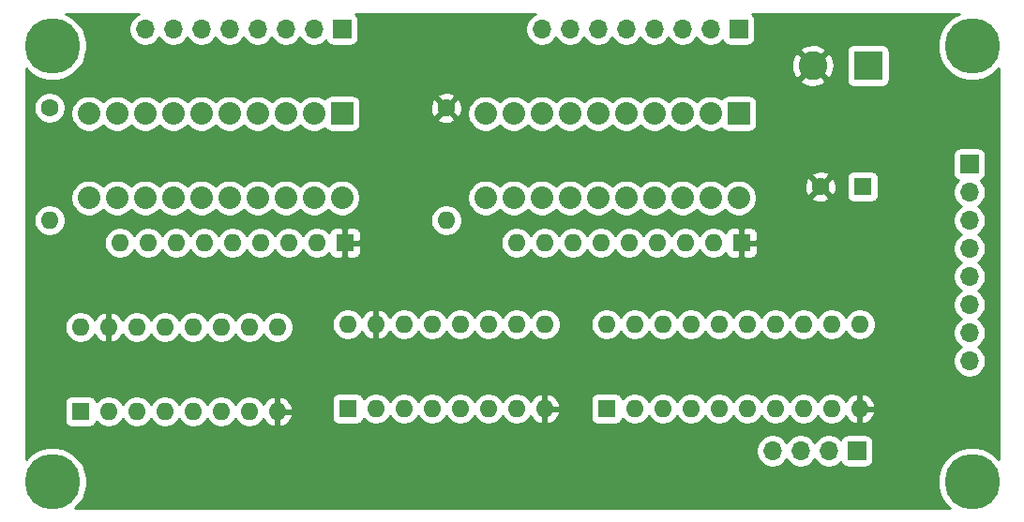
<source format=gbr>
%TF.GenerationSoftware,KiCad,Pcbnew,(5.1.9-0-10_14)*%
%TF.CreationDate,2021-05-30T08:25:23-04:00*%
%TF.ProjectId,MULTIPLEXER,4d554c54-4950-44c4-9558-45522e6b6963,rev?*%
%TF.SameCoordinates,Original*%
%TF.FileFunction,Copper,L4,Bot*%
%TF.FilePolarity,Positive*%
%FSLAX46Y46*%
G04 Gerber Fmt 4.6, Leading zero omitted, Abs format (unit mm)*
G04 Created by KiCad (PCBNEW (5.1.9-0-10_14)) date 2021-05-30 08:25:23*
%MOMM*%
%LPD*%
G01*
G04 APERTURE LIST*
%TA.AperFunction,ComponentPad*%
%ADD10C,0.800000*%
%TD*%
%TA.AperFunction,ComponentPad*%
%ADD11C,5.000000*%
%TD*%
%TA.AperFunction,ComponentPad*%
%ADD12O,1.700000X1.700000*%
%TD*%
%TA.AperFunction,ComponentPad*%
%ADD13R,1.700000X1.700000*%
%TD*%
%TA.AperFunction,ComponentPad*%
%ADD14O,1.600000X1.600000*%
%TD*%
%TA.AperFunction,ComponentPad*%
%ADD15R,1.600000X1.600000*%
%TD*%
%TA.AperFunction,ComponentPad*%
%ADD16C,1.600000*%
%TD*%
%TA.AperFunction,ComponentPad*%
%ADD17C,2.032000*%
%TD*%
%TA.AperFunction,ComponentPad*%
%ADD18R,2.032000X2.032000*%
%TD*%
%TA.AperFunction,ComponentPad*%
%ADD19C,2.600000*%
%TD*%
%TA.AperFunction,ComponentPad*%
%ADD20R,2.600000X2.600000*%
%TD*%
%TA.AperFunction,Conductor*%
%ADD21C,0.254000*%
%TD*%
%TA.AperFunction,Conductor*%
%ADD22C,0.100000*%
%TD*%
G04 APERTURE END LIST*
D10*
%TO.P,REF\u002A\u002A,1*%
%TO.N,N/C*%
X191571825Y-114752175D03*
X190246000Y-114203000D03*
X188920175Y-114752175D03*
X188371000Y-116078000D03*
X188920175Y-117403825D03*
X190246000Y-117953000D03*
X191571825Y-117403825D03*
X192121000Y-116078000D03*
D11*
X190246000Y-116078000D03*
%TD*%
%TO.P,REF\u002A\u002A,1*%
%TO.N,N/C*%
X190246000Y-76708000D03*
D10*
X192121000Y-76708000D03*
X191571825Y-78033825D03*
X190246000Y-78583000D03*
X188920175Y-78033825D03*
X188371000Y-76708000D03*
X188920175Y-75382175D03*
X190246000Y-74833000D03*
X191571825Y-75382175D03*
%TD*%
D11*
%TO.P,REF\u002A\u002A,1*%
%TO.N,N/C*%
X107188000Y-116078000D03*
D10*
X109063000Y-116078000D03*
X108513825Y-117403825D03*
X107188000Y-117953000D03*
X105862175Y-117403825D03*
X105313000Y-116078000D03*
X105862175Y-114752175D03*
X107188000Y-114203000D03*
X108513825Y-114752175D03*
%TD*%
%TO.P,REF\u002A\u002A,1*%
%TO.N,N/C*%
X108513825Y-75382175D03*
X107188000Y-74833000D03*
X105862175Y-75382175D03*
X105313000Y-76708000D03*
X105862175Y-78033825D03*
X107188000Y-78583000D03*
X108513825Y-78033825D03*
X109063000Y-76708000D03*
D11*
X107188000Y-76708000D03*
%TD*%
D12*
%TO.P,J3,4*%
%TO.N,Net-(J3-Pad4)*%
X172212000Y-113284000D03*
%TO.P,J3,3*%
%TO.N,OE*%
X174752000Y-113284000D03*
%TO.P,J3,2*%
%TO.N,SELECT*%
X177292000Y-113284000D03*
D13*
%TO.P,J3,1*%
X179832000Y-113284000D03*
%TD*%
D14*
%TO.P,RN2,9*%
%TO.N,Net-(BAR2-Pad13)*%
X149098000Y-94488000D03*
%TO.P,RN2,8*%
%TO.N,Net-(BAR2-Pad14)*%
X151638000Y-94488000D03*
%TO.P,RN2,7*%
%TO.N,Net-(BAR2-Pad15)*%
X154178000Y-94488000D03*
%TO.P,RN2,6*%
%TO.N,Net-(BAR2-Pad16)*%
X156718000Y-94488000D03*
%TO.P,RN2,5*%
%TO.N,Net-(BAR2-Pad17)*%
X159258000Y-94488000D03*
%TO.P,RN2,4*%
%TO.N,Net-(BAR2-Pad18)*%
X161798000Y-94488000D03*
%TO.P,RN2,3*%
%TO.N,Net-(BAR2-Pad19)*%
X164338000Y-94488000D03*
%TO.P,RN2,2*%
%TO.N,Net-(BAR2-Pad20)*%
X166878000Y-94488000D03*
D15*
%TO.P,RN2,1*%
%TO.N,GND*%
X169418000Y-94488000D03*
%TD*%
D14*
%TO.P,RN1,9*%
%TO.N,Net-(BAR1-Pad13)*%
X113284000Y-94488000D03*
%TO.P,RN1,8*%
%TO.N,Net-(BAR1-Pad14)*%
X115824000Y-94488000D03*
%TO.P,RN1,7*%
%TO.N,Net-(BAR1-Pad15)*%
X118364000Y-94488000D03*
%TO.P,RN1,6*%
%TO.N,Net-(BAR1-Pad16)*%
X120904000Y-94488000D03*
%TO.P,RN1,5*%
%TO.N,Net-(BAR1-Pad17)*%
X123444000Y-94488000D03*
%TO.P,RN1,4*%
%TO.N,Net-(BAR1-Pad18)*%
X125984000Y-94488000D03*
%TO.P,RN1,3*%
%TO.N,Net-(BAR1-Pad19)*%
X128524000Y-94488000D03*
%TO.P,RN1,2*%
%TO.N,Net-(BAR1-Pad20)*%
X131064000Y-94488000D03*
D15*
%TO.P,RN1,1*%
%TO.N,GND*%
X133604000Y-94488000D03*
%TD*%
D14*
%TO.P,R3,2*%
%TO.N,Net-(BAR2-Pad11)*%
X142748000Y-92456000D03*
D16*
%TO.P,R3,1*%
%TO.N,GND*%
X142748000Y-82296000D03*
%TD*%
D14*
%TO.P,R1,2*%
%TO.N,Net-(BAR1-Pad11)*%
X106934000Y-92456000D03*
D16*
%TO.P,R1,1*%
%TO.N,VCC*%
X106934000Y-82296000D03*
%TD*%
D17*
%TO.P,BAR2,20*%
%TO.N,Net-(BAR2-Pad20)*%
X169164000Y-90424000D03*
%TO.P,BAR2,19*%
%TO.N,Net-(BAR2-Pad19)*%
X166624000Y-90424000D03*
%TO.P,BAR2,18*%
%TO.N,Net-(BAR2-Pad18)*%
X164084000Y-90424000D03*
%TO.P,BAR2,17*%
%TO.N,Net-(BAR2-Pad17)*%
X161544000Y-90424000D03*
%TO.P,BAR2,9*%
%TO.N,Net-(BAR2-Pad9)*%
X148844000Y-82804000D03*
%TO.P,BAR2,10*%
%TO.N,SELECT*%
X146304000Y-82804000D03*
%TO.P,BAR2,11*%
%TO.N,Net-(BAR2-Pad11)*%
X146304000Y-90424000D03*
%TO.P,BAR2,12*%
%TO.N,Net-(BAR2-Pad12)*%
X148844000Y-90424000D03*
%TO.P,BAR2,8*%
%TO.N,B7*%
X151384000Y-82804000D03*
%TO.P,BAR2,7*%
%TO.N,B6*%
X153924000Y-82804000D03*
%TO.P,BAR2,6*%
%TO.N,B5*%
X156464000Y-82804000D03*
%TO.P,BAR2,5*%
%TO.N,B4*%
X159004000Y-82804000D03*
%TO.P,BAR2,16*%
%TO.N,Net-(BAR2-Pad16)*%
X159004000Y-90424000D03*
%TO.P,BAR2,15*%
%TO.N,Net-(BAR2-Pad15)*%
X156464000Y-90424000D03*
%TO.P,BAR2,14*%
%TO.N,Net-(BAR2-Pad14)*%
X153924000Y-90424000D03*
%TO.P,BAR2,13*%
%TO.N,Net-(BAR2-Pad13)*%
X151384000Y-90424000D03*
%TO.P,BAR2,4*%
%TO.N,B3*%
X161544000Y-82804000D03*
%TO.P,BAR2,3*%
%TO.N,B2*%
X164084000Y-82804000D03*
%TO.P,BAR2,2*%
%TO.N,B1*%
X166624000Y-82804000D03*
D18*
%TO.P,BAR2,1*%
%TO.N,B0*%
X169164000Y-82804000D03*
%TD*%
D17*
%TO.P,BAR1,20*%
%TO.N,Net-(BAR1-Pad20)*%
X133350000Y-90424000D03*
%TO.P,BAR1,19*%
%TO.N,Net-(BAR1-Pad19)*%
X130810000Y-90424000D03*
%TO.P,BAR1,18*%
%TO.N,Net-(BAR1-Pad18)*%
X128270000Y-90424000D03*
%TO.P,BAR1,17*%
%TO.N,Net-(BAR1-Pad17)*%
X125730000Y-90424000D03*
%TO.P,BAR1,9*%
%TO.N,Net-(BAR1-Pad9)*%
X113030000Y-82804000D03*
%TO.P,BAR1,10*%
%TO.N,SELECT*%
X110490000Y-82804000D03*
%TO.P,BAR1,11*%
%TO.N,Net-(BAR1-Pad11)*%
X110490000Y-90424000D03*
%TO.P,BAR1,12*%
%TO.N,Net-(BAR1-Pad12)*%
X113030000Y-90424000D03*
%TO.P,BAR1,8*%
%TO.N,A7*%
X115570000Y-82804000D03*
%TO.P,BAR1,7*%
%TO.N,A6*%
X118110000Y-82804000D03*
%TO.P,BAR1,6*%
%TO.N,A5*%
X120650000Y-82804000D03*
%TO.P,BAR1,5*%
%TO.N,A4*%
X123190000Y-82804000D03*
%TO.P,BAR1,16*%
%TO.N,Net-(BAR1-Pad16)*%
X123190000Y-90424000D03*
%TO.P,BAR1,15*%
%TO.N,Net-(BAR1-Pad15)*%
X120650000Y-90424000D03*
%TO.P,BAR1,14*%
%TO.N,Net-(BAR1-Pad14)*%
X118110000Y-90424000D03*
%TO.P,BAR1,13*%
%TO.N,Net-(BAR1-Pad13)*%
X115570000Y-90424000D03*
%TO.P,BAR1,4*%
%TO.N,A3*%
X125730000Y-82804000D03*
%TO.P,BAR1,3*%
%TO.N,A2*%
X128270000Y-82804000D03*
%TO.P,BAR1,2*%
%TO.N,A1*%
X130810000Y-82804000D03*
D18*
%TO.P,BAR1,1*%
%TO.N,A0*%
X133350000Y-82804000D03*
%TD*%
D14*
%TO.P,U3,20*%
%TO.N,VCC*%
X157226000Y-101854000D03*
%TO.P,U3,10*%
%TO.N,GND*%
X180086000Y-109474000D03*
%TO.P,U3,19*%
%TO.N,OE*%
X159766000Y-101854000D03*
%TO.P,U3,9*%
%TO.N,Z7*%
X177546000Y-109474000D03*
%TO.P,U3,18*%
%TO.N,Y0*%
X162306000Y-101854000D03*
%TO.P,U3,8*%
%TO.N,Z6*%
X175006000Y-109474000D03*
%TO.P,U3,17*%
%TO.N,Y1*%
X164846000Y-101854000D03*
%TO.P,U3,7*%
%TO.N,Z5*%
X172466000Y-109474000D03*
%TO.P,U3,16*%
%TO.N,Y2*%
X167386000Y-101854000D03*
%TO.P,U3,6*%
%TO.N,Z4*%
X169926000Y-109474000D03*
%TO.P,U3,15*%
%TO.N,Y3*%
X169926000Y-101854000D03*
%TO.P,U3,5*%
%TO.N,Z3*%
X167386000Y-109474000D03*
%TO.P,U3,14*%
%TO.N,Y4*%
X172466000Y-101854000D03*
%TO.P,U3,4*%
%TO.N,Z2*%
X164846000Y-109474000D03*
%TO.P,U3,13*%
%TO.N,Y5*%
X175006000Y-101854000D03*
%TO.P,U3,3*%
%TO.N,Z1*%
X162306000Y-109474000D03*
%TO.P,U3,12*%
%TO.N,Y6*%
X177546000Y-101854000D03*
%TO.P,U3,2*%
%TO.N,Z0*%
X159766000Y-109474000D03*
%TO.P,U3,11*%
%TO.N,Y7*%
X180086000Y-101854000D03*
D15*
%TO.P,U3,1*%
%TO.N,VCC*%
X157226000Y-109474000D03*
%TD*%
D14*
%TO.P,U2,16*%
%TO.N,VCC*%
X133858000Y-101854000D03*
%TO.P,U2,8*%
%TO.N,GND*%
X151638000Y-109474000D03*
%TO.P,U2,15*%
X136398000Y-101854000D03*
%TO.P,U2,7*%
%TO.N,Z5*%
X149098000Y-109474000D03*
%TO.P,U2,14*%
%TO.N,A7*%
X138938000Y-101854000D03*
%TO.P,U2,6*%
%TO.N,B5*%
X146558000Y-109474000D03*
%TO.P,U2,13*%
%TO.N,B7*%
X141478000Y-101854000D03*
%TO.P,U2,5*%
%TO.N,A5*%
X144018000Y-109474000D03*
%TO.P,U2,12*%
%TO.N,Z7*%
X144018000Y-101854000D03*
%TO.P,U2,4*%
%TO.N,Z4*%
X141478000Y-109474000D03*
%TO.P,U2,11*%
%TO.N,A6*%
X146558000Y-101854000D03*
%TO.P,U2,3*%
%TO.N,B4*%
X138938000Y-109474000D03*
%TO.P,U2,10*%
%TO.N,B6*%
X149098000Y-101854000D03*
%TO.P,U2,2*%
%TO.N,A4*%
X136398000Y-109474000D03*
%TO.P,U2,9*%
%TO.N,Z6*%
X151638000Y-101854000D03*
D15*
%TO.P,U2,1*%
%TO.N,SELECT*%
X133858000Y-109474000D03*
%TD*%
D14*
%TO.P,U1,16*%
%TO.N,VCC*%
X109728000Y-102108000D03*
%TO.P,U1,8*%
%TO.N,GND*%
X127508000Y-109728000D03*
%TO.P,U1,15*%
X112268000Y-102108000D03*
%TO.P,U1,7*%
%TO.N,Z1*%
X124968000Y-109728000D03*
%TO.P,U1,14*%
%TO.N,A3*%
X114808000Y-102108000D03*
%TO.P,U1,6*%
%TO.N,B1*%
X122428000Y-109728000D03*
%TO.P,U1,13*%
%TO.N,B3*%
X117348000Y-102108000D03*
%TO.P,U1,5*%
%TO.N,A1*%
X119888000Y-109728000D03*
%TO.P,U1,12*%
%TO.N,Z3*%
X119888000Y-102108000D03*
%TO.P,U1,4*%
%TO.N,Z0*%
X117348000Y-109728000D03*
%TO.P,U1,11*%
%TO.N,A2*%
X122428000Y-102108000D03*
%TO.P,U1,3*%
%TO.N,B0*%
X114808000Y-109728000D03*
%TO.P,U1,10*%
%TO.N,B2*%
X124968000Y-102108000D03*
%TO.P,U1,2*%
%TO.N,A0*%
X112268000Y-109728000D03*
%TO.P,U1,9*%
%TO.N,Z2*%
X127508000Y-102108000D03*
D15*
%TO.P,U1,1*%
%TO.N,SELECT*%
X109728000Y-109728000D03*
%TD*%
D12*
%TO.P,J6,8*%
%TO.N,Y7*%
X189992000Y-105156000D03*
%TO.P,J6,7*%
%TO.N,Y6*%
X189992000Y-102616000D03*
%TO.P,J6,6*%
%TO.N,Y5*%
X189992000Y-100076000D03*
%TO.P,J6,5*%
%TO.N,Y4*%
X189992000Y-97536000D03*
%TO.P,J6,4*%
%TO.N,Y3*%
X189992000Y-94996000D03*
%TO.P,J6,3*%
%TO.N,Y2*%
X189992000Y-92456000D03*
%TO.P,J6,2*%
%TO.N,Y1*%
X189992000Y-89916000D03*
D13*
%TO.P,J6,1*%
%TO.N,Y0*%
X189992000Y-87376000D03*
%TD*%
D12*
%TO.P,J5,8*%
%TO.N,B7*%
X151384000Y-75184000D03*
%TO.P,J5,7*%
%TO.N,B6*%
X153924000Y-75184000D03*
%TO.P,J5,6*%
%TO.N,B5*%
X156464000Y-75184000D03*
%TO.P,J5,5*%
%TO.N,B4*%
X159004000Y-75184000D03*
%TO.P,J5,4*%
%TO.N,B3*%
X161544000Y-75184000D03*
%TO.P,J5,3*%
%TO.N,B2*%
X164084000Y-75184000D03*
%TO.P,J5,2*%
%TO.N,B1*%
X166624000Y-75184000D03*
D13*
%TO.P,J5,1*%
%TO.N,B0*%
X169164000Y-75184000D03*
%TD*%
D12*
%TO.P,J4,8*%
%TO.N,A7*%
X115570000Y-75184000D03*
%TO.P,J4,7*%
%TO.N,A6*%
X118110000Y-75184000D03*
%TO.P,J4,6*%
%TO.N,A5*%
X120650000Y-75184000D03*
%TO.P,J4,5*%
%TO.N,A4*%
X123190000Y-75184000D03*
%TO.P,J4,4*%
%TO.N,A3*%
X125730000Y-75184000D03*
%TO.P,J4,3*%
%TO.N,A2*%
X128270000Y-75184000D03*
%TO.P,J4,2*%
%TO.N,A1*%
X130810000Y-75184000D03*
D13*
%TO.P,J4,1*%
%TO.N,A0*%
X133350000Y-75184000D03*
%TD*%
D19*
%TO.P,J1,2*%
%TO.N,GND*%
X175848000Y-78486000D03*
D20*
%TO.P,J1,1*%
%TO.N,VCC*%
X180848000Y-78486000D03*
%TD*%
D16*
%TO.P,C1,2*%
%TO.N,GND*%
X176540000Y-89408000D03*
D15*
%TO.P,C1,1*%
%TO.N,VCC*%
X180340000Y-89408000D03*
%TD*%
D21*
%TO.N,GND*%
X114866589Y-73868010D02*
X114623368Y-74030525D01*
X114416525Y-74237368D01*
X114254010Y-74480589D01*
X114142068Y-74750842D01*
X114085000Y-75037740D01*
X114085000Y-75330260D01*
X114142068Y-75617158D01*
X114254010Y-75887411D01*
X114416525Y-76130632D01*
X114623368Y-76337475D01*
X114866589Y-76499990D01*
X115136842Y-76611932D01*
X115423740Y-76669000D01*
X115716260Y-76669000D01*
X116003158Y-76611932D01*
X116273411Y-76499990D01*
X116516632Y-76337475D01*
X116723475Y-76130632D01*
X116840000Y-75956240D01*
X116956525Y-76130632D01*
X117163368Y-76337475D01*
X117406589Y-76499990D01*
X117676842Y-76611932D01*
X117963740Y-76669000D01*
X118256260Y-76669000D01*
X118543158Y-76611932D01*
X118813411Y-76499990D01*
X119056632Y-76337475D01*
X119263475Y-76130632D01*
X119380000Y-75956240D01*
X119496525Y-76130632D01*
X119703368Y-76337475D01*
X119946589Y-76499990D01*
X120216842Y-76611932D01*
X120503740Y-76669000D01*
X120796260Y-76669000D01*
X121083158Y-76611932D01*
X121353411Y-76499990D01*
X121596632Y-76337475D01*
X121803475Y-76130632D01*
X121920000Y-75956240D01*
X122036525Y-76130632D01*
X122243368Y-76337475D01*
X122486589Y-76499990D01*
X122756842Y-76611932D01*
X123043740Y-76669000D01*
X123336260Y-76669000D01*
X123623158Y-76611932D01*
X123893411Y-76499990D01*
X124136632Y-76337475D01*
X124343475Y-76130632D01*
X124460000Y-75956240D01*
X124576525Y-76130632D01*
X124783368Y-76337475D01*
X125026589Y-76499990D01*
X125296842Y-76611932D01*
X125583740Y-76669000D01*
X125876260Y-76669000D01*
X126163158Y-76611932D01*
X126433411Y-76499990D01*
X126676632Y-76337475D01*
X126883475Y-76130632D01*
X127000000Y-75956240D01*
X127116525Y-76130632D01*
X127323368Y-76337475D01*
X127566589Y-76499990D01*
X127836842Y-76611932D01*
X128123740Y-76669000D01*
X128416260Y-76669000D01*
X128703158Y-76611932D01*
X128973411Y-76499990D01*
X129216632Y-76337475D01*
X129423475Y-76130632D01*
X129540000Y-75956240D01*
X129656525Y-76130632D01*
X129863368Y-76337475D01*
X130106589Y-76499990D01*
X130376842Y-76611932D01*
X130663740Y-76669000D01*
X130956260Y-76669000D01*
X131243158Y-76611932D01*
X131513411Y-76499990D01*
X131756632Y-76337475D01*
X131888487Y-76205620D01*
X131910498Y-76278180D01*
X131969463Y-76388494D01*
X132048815Y-76485185D01*
X132145506Y-76564537D01*
X132255820Y-76623502D01*
X132375518Y-76659812D01*
X132500000Y-76672072D01*
X134200000Y-76672072D01*
X134324482Y-76659812D01*
X134444180Y-76623502D01*
X134554494Y-76564537D01*
X134651185Y-76485185D01*
X134730537Y-76388494D01*
X134789502Y-76278180D01*
X134825812Y-76158482D01*
X134838072Y-76034000D01*
X134838072Y-74334000D01*
X134825812Y-74209518D01*
X134789502Y-74089820D01*
X134730537Y-73979506D01*
X134651185Y-73882815D01*
X134564896Y-73812000D01*
X150815810Y-73812000D01*
X150680589Y-73868010D01*
X150437368Y-74030525D01*
X150230525Y-74237368D01*
X150068010Y-74480589D01*
X149956068Y-74750842D01*
X149899000Y-75037740D01*
X149899000Y-75330260D01*
X149956068Y-75617158D01*
X150068010Y-75887411D01*
X150230525Y-76130632D01*
X150437368Y-76337475D01*
X150680589Y-76499990D01*
X150950842Y-76611932D01*
X151237740Y-76669000D01*
X151530260Y-76669000D01*
X151817158Y-76611932D01*
X152087411Y-76499990D01*
X152330632Y-76337475D01*
X152537475Y-76130632D01*
X152654000Y-75956240D01*
X152770525Y-76130632D01*
X152977368Y-76337475D01*
X153220589Y-76499990D01*
X153490842Y-76611932D01*
X153777740Y-76669000D01*
X154070260Y-76669000D01*
X154357158Y-76611932D01*
X154627411Y-76499990D01*
X154870632Y-76337475D01*
X155077475Y-76130632D01*
X155194000Y-75956240D01*
X155310525Y-76130632D01*
X155517368Y-76337475D01*
X155760589Y-76499990D01*
X156030842Y-76611932D01*
X156317740Y-76669000D01*
X156610260Y-76669000D01*
X156897158Y-76611932D01*
X157167411Y-76499990D01*
X157410632Y-76337475D01*
X157617475Y-76130632D01*
X157734000Y-75956240D01*
X157850525Y-76130632D01*
X158057368Y-76337475D01*
X158300589Y-76499990D01*
X158570842Y-76611932D01*
X158857740Y-76669000D01*
X159150260Y-76669000D01*
X159437158Y-76611932D01*
X159707411Y-76499990D01*
X159950632Y-76337475D01*
X160157475Y-76130632D01*
X160274000Y-75956240D01*
X160390525Y-76130632D01*
X160597368Y-76337475D01*
X160840589Y-76499990D01*
X161110842Y-76611932D01*
X161397740Y-76669000D01*
X161690260Y-76669000D01*
X161977158Y-76611932D01*
X162247411Y-76499990D01*
X162490632Y-76337475D01*
X162697475Y-76130632D01*
X162814000Y-75956240D01*
X162930525Y-76130632D01*
X163137368Y-76337475D01*
X163380589Y-76499990D01*
X163650842Y-76611932D01*
X163937740Y-76669000D01*
X164230260Y-76669000D01*
X164517158Y-76611932D01*
X164787411Y-76499990D01*
X165030632Y-76337475D01*
X165237475Y-76130632D01*
X165354000Y-75956240D01*
X165470525Y-76130632D01*
X165677368Y-76337475D01*
X165920589Y-76499990D01*
X166190842Y-76611932D01*
X166477740Y-76669000D01*
X166770260Y-76669000D01*
X167057158Y-76611932D01*
X167327411Y-76499990D01*
X167570632Y-76337475D01*
X167702487Y-76205620D01*
X167724498Y-76278180D01*
X167783463Y-76388494D01*
X167862815Y-76485185D01*
X167959506Y-76564537D01*
X168069820Y-76623502D01*
X168189518Y-76659812D01*
X168314000Y-76672072D01*
X170014000Y-76672072D01*
X170138482Y-76659812D01*
X170258180Y-76623502D01*
X170368494Y-76564537D01*
X170465185Y-76485185D01*
X170544537Y-76388494D01*
X170603502Y-76278180D01*
X170639812Y-76158482D01*
X170652072Y-76034000D01*
X170652072Y-74334000D01*
X170639812Y-74209518D01*
X170603502Y-74089820D01*
X170544537Y-73979506D01*
X170465185Y-73882815D01*
X170378896Y-73812000D01*
X189045412Y-73812000D01*
X188761021Y-73929799D01*
X188247554Y-74272886D01*
X187810886Y-74709554D01*
X187467799Y-75223021D01*
X187231476Y-75793554D01*
X187111000Y-76399229D01*
X187111000Y-77016771D01*
X187231476Y-77622446D01*
X187467799Y-78192979D01*
X187810886Y-78706446D01*
X188247554Y-79143114D01*
X188761021Y-79486201D01*
X189331554Y-79722524D01*
X189937229Y-79843000D01*
X190554771Y-79843000D01*
X191160446Y-79722524D01*
X191730979Y-79486201D01*
X192244446Y-79143114D01*
X192634000Y-78753560D01*
X192634001Y-114032441D01*
X192244446Y-113642886D01*
X191730979Y-113299799D01*
X191160446Y-113063476D01*
X190554771Y-112943000D01*
X189937229Y-112943000D01*
X189331554Y-113063476D01*
X188761021Y-113299799D01*
X188247554Y-113642886D01*
X187810886Y-114079554D01*
X187467799Y-114593021D01*
X187231476Y-115163554D01*
X187111000Y-115769229D01*
X187111000Y-116386771D01*
X187231476Y-116992446D01*
X187467799Y-117562979D01*
X187810886Y-118076446D01*
X188200440Y-118466000D01*
X109233560Y-118466000D01*
X109623114Y-118076446D01*
X109966201Y-117562979D01*
X110202524Y-116992446D01*
X110323000Y-116386771D01*
X110323000Y-115769229D01*
X110202524Y-115163554D01*
X109966201Y-114593021D01*
X109623114Y-114079554D01*
X109186446Y-113642886D01*
X108672979Y-113299799D01*
X108281735Y-113137740D01*
X170727000Y-113137740D01*
X170727000Y-113430260D01*
X170784068Y-113717158D01*
X170896010Y-113987411D01*
X171058525Y-114230632D01*
X171265368Y-114437475D01*
X171508589Y-114599990D01*
X171778842Y-114711932D01*
X172065740Y-114769000D01*
X172358260Y-114769000D01*
X172645158Y-114711932D01*
X172915411Y-114599990D01*
X173158632Y-114437475D01*
X173365475Y-114230632D01*
X173482000Y-114056240D01*
X173598525Y-114230632D01*
X173805368Y-114437475D01*
X174048589Y-114599990D01*
X174318842Y-114711932D01*
X174605740Y-114769000D01*
X174898260Y-114769000D01*
X175185158Y-114711932D01*
X175455411Y-114599990D01*
X175698632Y-114437475D01*
X175905475Y-114230632D01*
X176022000Y-114056240D01*
X176138525Y-114230632D01*
X176345368Y-114437475D01*
X176588589Y-114599990D01*
X176858842Y-114711932D01*
X177145740Y-114769000D01*
X177438260Y-114769000D01*
X177725158Y-114711932D01*
X177995411Y-114599990D01*
X178238632Y-114437475D01*
X178370487Y-114305620D01*
X178392498Y-114378180D01*
X178451463Y-114488494D01*
X178530815Y-114585185D01*
X178627506Y-114664537D01*
X178737820Y-114723502D01*
X178857518Y-114759812D01*
X178982000Y-114772072D01*
X180682000Y-114772072D01*
X180806482Y-114759812D01*
X180926180Y-114723502D01*
X181036494Y-114664537D01*
X181133185Y-114585185D01*
X181212537Y-114488494D01*
X181271502Y-114378180D01*
X181307812Y-114258482D01*
X181320072Y-114134000D01*
X181320072Y-112434000D01*
X181307812Y-112309518D01*
X181271502Y-112189820D01*
X181212537Y-112079506D01*
X181133185Y-111982815D01*
X181036494Y-111903463D01*
X180926180Y-111844498D01*
X180806482Y-111808188D01*
X180682000Y-111795928D01*
X178982000Y-111795928D01*
X178857518Y-111808188D01*
X178737820Y-111844498D01*
X178627506Y-111903463D01*
X178530815Y-111982815D01*
X178451463Y-112079506D01*
X178392498Y-112189820D01*
X178370487Y-112262380D01*
X178238632Y-112130525D01*
X177995411Y-111968010D01*
X177725158Y-111856068D01*
X177438260Y-111799000D01*
X177145740Y-111799000D01*
X176858842Y-111856068D01*
X176588589Y-111968010D01*
X176345368Y-112130525D01*
X176138525Y-112337368D01*
X176022000Y-112511760D01*
X175905475Y-112337368D01*
X175698632Y-112130525D01*
X175455411Y-111968010D01*
X175185158Y-111856068D01*
X174898260Y-111799000D01*
X174605740Y-111799000D01*
X174318842Y-111856068D01*
X174048589Y-111968010D01*
X173805368Y-112130525D01*
X173598525Y-112337368D01*
X173482000Y-112511760D01*
X173365475Y-112337368D01*
X173158632Y-112130525D01*
X172915411Y-111968010D01*
X172645158Y-111856068D01*
X172358260Y-111799000D01*
X172065740Y-111799000D01*
X171778842Y-111856068D01*
X171508589Y-111968010D01*
X171265368Y-112130525D01*
X171058525Y-112337368D01*
X170896010Y-112580589D01*
X170784068Y-112850842D01*
X170727000Y-113137740D01*
X108281735Y-113137740D01*
X108102446Y-113063476D01*
X107496771Y-112943000D01*
X106879229Y-112943000D01*
X106273554Y-113063476D01*
X105703021Y-113299799D01*
X105189554Y-113642886D01*
X104800000Y-114032440D01*
X104800000Y-108928000D01*
X108289928Y-108928000D01*
X108289928Y-110528000D01*
X108302188Y-110652482D01*
X108338498Y-110772180D01*
X108397463Y-110882494D01*
X108476815Y-110979185D01*
X108573506Y-111058537D01*
X108683820Y-111117502D01*
X108803518Y-111153812D01*
X108928000Y-111166072D01*
X110528000Y-111166072D01*
X110652482Y-111153812D01*
X110772180Y-111117502D01*
X110882494Y-111058537D01*
X110979185Y-110979185D01*
X111058537Y-110882494D01*
X111117502Y-110772180D01*
X111153812Y-110652482D01*
X111154643Y-110644039D01*
X111353241Y-110842637D01*
X111588273Y-110999680D01*
X111849426Y-111107853D01*
X112126665Y-111163000D01*
X112409335Y-111163000D01*
X112686574Y-111107853D01*
X112947727Y-110999680D01*
X113182759Y-110842637D01*
X113382637Y-110642759D01*
X113538000Y-110410241D01*
X113693363Y-110642759D01*
X113893241Y-110842637D01*
X114128273Y-110999680D01*
X114389426Y-111107853D01*
X114666665Y-111163000D01*
X114949335Y-111163000D01*
X115226574Y-111107853D01*
X115487727Y-110999680D01*
X115722759Y-110842637D01*
X115922637Y-110642759D01*
X116078000Y-110410241D01*
X116233363Y-110642759D01*
X116433241Y-110842637D01*
X116668273Y-110999680D01*
X116929426Y-111107853D01*
X117206665Y-111163000D01*
X117489335Y-111163000D01*
X117766574Y-111107853D01*
X118027727Y-110999680D01*
X118262759Y-110842637D01*
X118462637Y-110642759D01*
X118618000Y-110410241D01*
X118773363Y-110642759D01*
X118973241Y-110842637D01*
X119208273Y-110999680D01*
X119469426Y-111107853D01*
X119746665Y-111163000D01*
X120029335Y-111163000D01*
X120306574Y-111107853D01*
X120567727Y-110999680D01*
X120802759Y-110842637D01*
X121002637Y-110642759D01*
X121158000Y-110410241D01*
X121313363Y-110642759D01*
X121513241Y-110842637D01*
X121748273Y-110999680D01*
X122009426Y-111107853D01*
X122286665Y-111163000D01*
X122569335Y-111163000D01*
X122846574Y-111107853D01*
X123107727Y-110999680D01*
X123342759Y-110842637D01*
X123542637Y-110642759D01*
X123698000Y-110410241D01*
X123853363Y-110642759D01*
X124053241Y-110842637D01*
X124288273Y-110999680D01*
X124549426Y-111107853D01*
X124826665Y-111163000D01*
X125109335Y-111163000D01*
X125386574Y-111107853D01*
X125647727Y-110999680D01*
X125882759Y-110842637D01*
X126082637Y-110642759D01*
X126239680Y-110407727D01*
X126244067Y-110397135D01*
X126355615Y-110583131D01*
X126544586Y-110791519D01*
X126770580Y-110959037D01*
X127024913Y-111079246D01*
X127158961Y-111119904D01*
X127381000Y-110997915D01*
X127381000Y-109855000D01*
X127635000Y-109855000D01*
X127635000Y-110997915D01*
X127857039Y-111119904D01*
X127991087Y-111079246D01*
X128245420Y-110959037D01*
X128471414Y-110791519D01*
X128660385Y-110583131D01*
X128805070Y-110341881D01*
X128899909Y-110077040D01*
X128778624Y-109855000D01*
X127635000Y-109855000D01*
X127381000Y-109855000D01*
X127361000Y-109855000D01*
X127361000Y-109601000D01*
X127381000Y-109601000D01*
X127381000Y-108458085D01*
X127635000Y-108458085D01*
X127635000Y-109601000D01*
X128778624Y-109601000D01*
X128899909Y-109378960D01*
X128805070Y-109114119D01*
X128660385Y-108872869D01*
X128480047Y-108674000D01*
X132419928Y-108674000D01*
X132419928Y-110274000D01*
X132432188Y-110398482D01*
X132468498Y-110518180D01*
X132527463Y-110628494D01*
X132606815Y-110725185D01*
X132703506Y-110804537D01*
X132813820Y-110863502D01*
X132933518Y-110899812D01*
X133058000Y-110912072D01*
X134658000Y-110912072D01*
X134782482Y-110899812D01*
X134902180Y-110863502D01*
X135012494Y-110804537D01*
X135109185Y-110725185D01*
X135188537Y-110628494D01*
X135247502Y-110518180D01*
X135283812Y-110398482D01*
X135284643Y-110390039D01*
X135483241Y-110588637D01*
X135718273Y-110745680D01*
X135979426Y-110853853D01*
X136256665Y-110909000D01*
X136539335Y-110909000D01*
X136816574Y-110853853D01*
X137077727Y-110745680D01*
X137312759Y-110588637D01*
X137512637Y-110388759D01*
X137668000Y-110156241D01*
X137823363Y-110388759D01*
X138023241Y-110588637D01*
X138258273Y-110745680D01*
X138519426Y-110853853D01*
X138796665Y-110909000D01*
X139079335Y-110909000D01*
X139356574Y-110853853D01*
X139617727Y-110745680D01*
X139852759Y-110588637D01*
X140052637Y-110388759D01*
X140208000Y-110156241D01*
X140363363Y-110388759D01*
X140563241Y-110588637D01*
X140798273Y-110745680D01*
X141059426Y-110853853D01*
X141336665Y-110909000D01*
X141619335Y-110909000D01*
X141896574Y-110853853D01*
X142157727Y-110745680D01*
X142392759Y-110588637D01*
X142592637Y-110388759D01*
X142748000Y-110156241D01*
X142903363Y-110388759D01*
X143103241Y-110588637D01*
X143338273Y-110745680D01*
X143599426Y-110853853D01*
X143876665Y-110909000D01*
X144159335Y-110909000D01*
X144436574Y-110853853D01*
X144697727Y-110745680D01*
X144932759Y-110588637D01*
X145132637Y-110388759D01*
X145288000Y-110156241D01*
X145443363Y-110388759D01*
X145643241Y-110588637D01*
X145878273Y-110745680D01*
X146139426Y-110853853D01*
X146416665Y-110909000D01*
X146699335Y-110909000D01*
X146976574Y-110853853D01*
X147237727Y-110745680D01*
X147472759Y-110588637D01*
X147672637Y-110388759D01*
X147828000Y-110156241D01*
X147983363Y-110388759D01*
X148183241Y-110588637D01*
X148418273Y-110745680D01*
X148679426Y-110853853D01*
X148956665Y-110909000D01*
X149239335Y-110909000D01*
X149516574Y-110853853D01*
X149777727Y-110745680D01*
X150012759Y-110588637D01*
X150212637Y-110388759D01*
X150369680Y-110153727D01*
X150374067Y-110143135D01*
X150485615Y-110329131D01*
X150674586Y-110537519D01*
X150900580Y-110705037D01*
X151154913Y-110825246D01*
X151288961Y-110865904D01*
X151511000Y-110743915D01*
X151511000Y-109601000D01*
X151765000Y-109601000D01*
X151765000Y-110743915D01*
X151987039Y-110865904D01*
X152121087Y-110825246D01*
X152375420Y-110705037D01*
X152601414Y-110537519D01*
X152790385Y-110329131D01*
X152935070Y-110087881D01*
X153029909Y-109823040D01*
X152908624Y-109601000D01*
X151765000Y-109601000D01*
X151511000Y-109601000D01*
X151491000Y-109601000D01*
X151491000Y-109347000D01*
X151511000Y-109347000D01*
X151511000Y-108204085D01*
X151765000Y-108204085D01*
X151765000Y-109347000D01*
X152908624Y-109347000D01*
X153029909Y-109124960D01*
X152935070Y-108860119D01*
X152823449Y-108674000D01*
X155787928Y-108674000D01*
X155787928Y-110274000D01*
X155800188Y-110398482D01*
X155836498Y-110518180D01*
X155895463Y-110628494D01*
X155974815Y-110725185D01*
X156071506Y-110804537D01*
X156181820Y-110863502D01*
X156301518Y-110899812D01*
X156426000Y-110912072D01*
X158026000Y-110912072D01*
X158150482Y-110899812D01*
X158270180Y-110863502D01*
X158380494Y-110804537D01*
X158477185Y-110725185D01*
X158556537Y-110628494D01*
X158615502Y-110518180D01*
X158651812Y-110398482D01*
X158652643Y-110390039D01*
X158851241Y-110588637D01*
X159086273Y-110745680D01*
X159347426Y-110853853D01*
X159624665Y-110909000D01*
X159907335Y-110909000D01*
X160184574Y-110853853D01*
X160445727Y-110745680D01*
X160680759Y-110588637D01*
X160880637Y-110388759D01*
X161036000Y-110156241D01*
X161191363Y-110388759D01*
X161391241Y-110588637D01*
X161626273Y-110745680D01*
X161887426Y-110853853D01*
X162164665Y-110909000D01*
X162447335Y-110909000D01*
X162724574Y-110853853D01*
X162985727Y-110745680D01*
X163220759Y-110588637D01*
X163420637Y-110388759D01*
X163576000Y-110156241D01*
X163731363Y-110388759D01*
X163931241Y-110588637D01*
X164166273Y-110745680D01*
X164427426Y-110853853D01*
X164704665Y-110909000D01*
X164987335Y-110909000D01*
X165264574Y-110853853D01*
X165525727Y-110745680D01*
X165760759Y-110588637D01*
X165960637Y-110388759D01*
X166116000Y-110156241D01*
X166271363Y-110388759D01*
X166471241Y-110588637D01*
X166706273Y-110745680D01*
X166967426Y-110853853D01*
X167244665Y-110909000D01*
X167527335Y-110909000D01*
X167804574Y-110853853D01*
X168065727Y-110745680D01*
X168300759Y-110588637D01*
X168500637Y-110388759D01*
X168656000Y-110156241D01*
X168811363Y-110388759D01*
X169011241Y-110588637D01*
X169246273Y-110745680D01*
X169507426Y-110853853D01*
X169784665Y-110909000D01*
X170067335Y-110909000D01*
X170344574Y-110853853D01*
X170605727Y-110745680D01*
X170840759Y-110588637D01*
X171040637Y-110388759D01*
X171196000Y-110156241D01*
X171351363Y-110388759D01*
X171551241Y-110588637D01*
X171786273Y-110745680D01*
X172047426Y-110853853D01*
X172324665Y-110909000D01*
X172607335Y-110909000D01*
X172884574Y-110853853D01*
X173145727Y-110745680D01*
X173380759Y-110588637D01*
X173580637Y-110388759D01*
X173736000Y-110156241D01*
X173891363Y-110388759D01*
X174091241Y-110588637D01*
X174326273Y-110745680D01*
X174587426Y-110853853D01*
X174864665Y-110909000D01*
X175147335Y-110909000D01*
X175424574Y-110853853D01*
X175685727Y-110745680D01*
X175920759Y-110588637D01*
X176120637Y-110388759D01*
X176276000Y-110156241D01*
X176431363Y-110388759D01*
X176631241Y-110588637D01*
X176866273Y-110745680D01*
X177127426Y-110853853D01*
X177404665Y-110909000D01*
X177687335Y-110909000D01*
X177964574Y-110853853D01*
X178225727Y-110745680D01*
X178460759Y-110588637D01*
X178660637Y-110388759D01*
X178817680Y-110153727D01*
X178822067Y-110143135D01*
X178933615Y-110329131D01*
X179122586Y-110537519D01*
X179348580Y-110705037D01*
X179602913Y-110825246D01*
X179736961Y-110865904D01*
X179959000Y-110743915D01*
X179959000Y-109601000D01*
X180213000Y-109601000D01*
X180213000Y-110743915D01*
X180435039Y-110865904D01*
X180569087Y-110825246D01*
X180823420Y-110705037D01*
X181049414Y-110537519D01*
X181238385Y-110329131D01*
X181383070Y-110087881D01*
X181477909Y-109823040D01*
X181356624Y-109601000D01*
X180213000Y-109601000D01*
X179959000Y-109601000D01*
X179939000Y-109601000D01*
X179939000Y-109347000D01*
X179959000Y-109347000D01*
X179959000Y-108204085D01*
X180213000Y-108204085D01*
X180213000Y-109347000D01*
X181356624Y-109347000D01*
X181477909Y-109124960D01*
X181383070Y-108860119D01*
X181238385Y-108618869D01*
X181049414Y-108410481D01*
X180823420Y-108242963D01*
X180569087Y-108122754D01*
X180435039Y-108082096D01*
X180213000Y-108204085D01*
X179959000Y-108204085D01*
X179736961Y-108082096D01*
X179602913Y-108122754D01*
X179348580Y-108242963D01*
X179122586Y-108410481D01*
X178933615Y-108618869D01*
X178822067Y-108804865D01*
X178817680Y-108794273D01*
X178660637Y-108559241D01*
X178460759Y-108359363D01*
X178225727Y-108202320D01*
X177964574Y-108094147D01*
X177687335Y-108039000D01*
X177404665Y-108039000D01*
X177127426Y-108094147D01*
X176866273Y-108202320D01*
X176631241Y-108359363D01*
X176431363Y-108559241D01*
X176276000Y-108791759D01*
X176120637Y-108559241D01*
X175920759Y-108359363D01*
X175685727Y-108202320D01*
X175424574Y-108094147D01*
X175147335Y-108039000D01*
X174864665Y-108039000D01*
X174587426Y-108094147D01*
X174326273Y-108202320D01*
X174091241Y-108359363D01*
X173891363Y-108559241D01*
X173736000Y-108791759D01*
X173580637Y-108559241D01*
X173380759Y-108359363D01*
X173145727Y-108202320D01*
X172884574Y-108094147D01*
X172607335Y-108039000D01*
X172324665Y-108039000D01*
X172047426Y-108094147D01*
X171786273Y-108202320D01*
X171551241Y-108359363D01*
X171351363Y-108559241D01*
X171196000Y-108791759D01*
X171040637Y-108559241D01*
X170840759Y-108359363D01*
X170605727Y-108202320D01*
X170344574Y-108094147D01*
X170067335Y-108039000D01*
X169784665Y-108039000D01*
X169507426Y-108094147D01*
X169246273Y-108202320D01*
X169011241Y-108359363D01*
X168811363Y-108559241D01*
X168656000Y-108791759D01*
X168500637Y-108559241D01*
X168300759Y-108359363D01*
X168065727Y-108202320D01*
X167804574Y-108094147D01*
X167527335Y-108039000D01*
X167244665Y-108039000D01*
X166967426Y-108094147D01*
X166706273Y-108202320D01*
X166471241Y-108359363D01*
X166271363Y-108559241D01*
X166116000Y-108791759D01*
X165960637Y-108559241D01*
X165760759Y-108359363D01*
X165525727Y-108202320D01*
X165264574Y-108094147D01*
X164987335Y-108039000D01*
X164704665Y-108039000D01*
X164427426Y-108094147D01*
X164166273Y-108202320D01*
X163931241Y-108359363D01*
X163731363Y-108559241D01*
X163576000Y-108791759D01*
X163420637Y-108559241D01*
X163220759Y-108359363D01*
X162985727Y-108202320D01*
X162724574Y-108094147D01*
X162447335Y-108039000D01*
X162164665Y-108039000D01*
X161887426Y-108094147D01*
X161626273Y-108202320D01*
X161391241Y-108359363D01*
X161191363Y-108559241D01*
X161036000Y-108791759D01*
X160880637Y-108559241D01*
X160680759Y-108359363D01*
X160445727Y-108202320D01*
X160184574Y-108094147D01*
X159907335Y-108039000D01*
X159624665Y-108039000D01*
X159347426Y-108094147D01*
X159086273Y-108202320D01*
X158851241Y-108359363D01*
X158652643Y-108557961D01*
X158651812Y-108549518D01*
X158615502Y-108429820D01*
X158556537Y-108319506D01*
X158477185Y-108222815D01*
X158380494Y-108143463D01*
X158270180Y-108084498D01*
X158150482Y-108048188D01*
X158026000Y-108035928D01*
X156426000Y-108035928D01*
X156301518Y-108048188D01*
X156181820Y-108084498D01*
X156071506Y-108143463D01*
X155974815Y-108222815D01*
X155895463Y-108319506D01*
X155836498Y-108429820D01*
X155800188Y-108549518D01*
X155787928Y-108674000D01*
X152823449Y-108674000D01*
X152790385Y-108618869D01*
X152601414Y-108410481D01*
X152375420Y-108242963D01*
X152121087Y-108122754D01*
X151987039Y-108082096D01*
X151765000Y-108204085D01*
X151511000Y-108204085D01*
X151288961Y-108082096D01*
X151154913Y-108122754D01*
X150900580Y-108242963D01*
X150674586Y-108410481D01*
X150485615Y-108618869D01*
X150374067Y-108804865D01*
X150369680Y-108794273D01*
X150212637Y-108559241D01*
X150012759Y-108359363D01*
X149777727Y-108202320D01*
X149516574Y-108094147D01*
X149239335Y-108039000D01*
X148956665Y-108039000D01*
X148679426Y-108094147D01*
X148418273Y-108202320D01*
X148183241Y-108359363D01*
X147983363Y-108559241D01*
X147828000Y-108791759D01*
X147672637Y-108559241D01*
X147472759Y-108359363D01*
X147237727Y-108202320D01*
X146976574Y-108094147D01*
X146699335Y-108039000D01*
X146416665Y-108039000D01*
X146139426Y-108094147D01*
X145878273Y-108202320D01*
X145643241Y-108359363D01*
X145443363Y-108559241D01*
X145288000Y-108791759D01*
X145132637Y-108559241D01*
X144932759Y-108359363D01*
X144697727Y-108202320D01*
X144436574Y-108094147D01*
X144159335Y-108039000D01*
X143876665Y-108039000D01*
X143599426Y-108094147D01*
X143338273Y-108202320D01*
X143103241Y-108359363D01*
X142903363Y-108559241D01*
X142748000Y-108791759D01*
X142592637Y-108559241D01*
X142392759Y-108359363D01*
X142157727Y-108202320D01*
X141896574Y-108094147D01*
X141619335Y-108039000D01*
X141336665Y-108039000D01*
X141059426Y-108094147D01*
X140798273Y-108202320D01*
X140563241Y-108359363D01*
X140363363Y-108559241D01*
X140208000Y-108791759D01*
X140052637Y-108559241D01*
X139852759Y-108359363D01*
X139617727Y-108202320D01*
X139356574Y-108094147D01*
X139079335Y-108039000D01*
X138796665Y-108039000D01*
X138519426Y-108094147D01*
X138258273Y-108202320D01*
X138023241Y-108359363D01*
X137823363Y-108559241D01*
X137668000Y-108791759D01*
X137512637Y-108559241D01*
X137312759Y-108359363D01*
X137077727Y-108202320D01*
X136816574Y-108094147D01*
X136539335Y-108039000D01*
X136256665Y-108039000D01*
X135979426Y-108094147D01*
X135718273Y-108202320D01*
X135483241Y-108359363D01*
X135284643Y-108557961D01*
X135283812Y-108549518D01*
X135247502Y-108429820D01*
X135188537Y-108319506D01*
X135109185Y-108222815D01*
X135012494Y-108143463D01*
X134902180Y-108084498D01*
X134782482Y-108048188D01*
X134658000Y-108035928D01*
X133058000Y-108035928D01*
X132933518Y-108048188D01*
X132813820Y-108084498D01*
X132703506Y-108143463D01*
X132606815Y-108222815D01*
X132527463Y-108319506D01*
X132468498Y-108429820D01*
X132432188Y-108549518D01*
X132419928Y-108674000D01*
X128480047Y-108674000D01*
X128471414Y-108664481D01*
X128245420Y-108496963D01*
X127991087Y-108376754D01*
X127857039Y-108336096D01*
X127635000Y-108458085D01*
X127381000Y-108458085D01*
X127158961Y-108336096D01*
X127024913Y-108376754D01*
X126770580Y-108496963D01*
X126544586Y-108664481D01*
X126355615Y-108872869D01*
X126244067Y-109058865D01*
X126239680Y-109048273D01*
X126082637Y-108813241D01*
X125882759Y-108613363D01*
X125647727Y-108456320D01*
X125386574Y-108348147D01*
X125109335Y-108293000D01*
X124826665Y-108293000D01*
X124549426Y-108348147D01*
X124288273Y-108456320D01*
X124053241Y-108613363D01*
X123853363Y-108813241D01*
X123698000Y-109045759D01*
X123542637Y-108813241D01*
X123342759Y-108613363D01*
X123107727Y-108456320D01*
X122846574Y-108348147D01*
X122569335Y-108293000D01*
X122286665Y-108293000D01*
X122009426Y-108348147D01*
X121748273Y-108456320D01*
X121513241Y-108613363D01*
X121313363Y-108813241D01*
X121158000Y-109045759D01*
X121002637Y-108813241D01*
X120802759Y-108613363D01*
X120567727Y-108456320D01*
X120306574Y-108348147D01*
X120029335Y-108293000D01*
X119746665Y-108293000D01*
X119469426Y-108348147D01*
X119208273Y-108456320D01*
X118973241Y-108613363D01*
X118773363Y-108813241D01*
X118618000Y-109045759D01*
X118462637Y-108813241D01*
X118262759Y-108613363D01*
X118027727Y-108456320D01*
X117766574Y-108348147D01*
X117489335Y-108293000D01*
X117206665Y-108293000D01*
X116929426Y-108348147D01*
X116668273Y-108456320D01*
X116433241Y-108613363D01*
X116233363Y-108813241D01*
X116078000Y-109045759D01*
X115922637Y-108813241D01*
X115722759Y-108613363D01*
X115487727Y-108456320D01*
X115226574Y-108348147D01*
X114949335Y-108293000D01*
X114666665Y-108293000D01*
X114389426Y-108348147D01*
X114128273Y-108456320D01*
X113893241Y-108613363D01*
X113693363Y-108813241D01*
X113538000Y-109045759D01*
X113382637Y-108813241D01*
X113182759Y-108613363D01*
X112947727Y-108456320D01*
X112686574Y-108348147D01*
X112409335Y-108293000D01*
X112126665Y-108293000D01*
X111849426Y-108348147D01*
X111588273Y-108456320D01*
X111353241Y-108613363D01*
X111154643Y-108811961D01*
X111153812Y-108803518D01*
X111117502Y-108683820D01*
X111058537Y-108573506D01*
X110979185Y-108476815D01*
X110882494Y-108397463D01*
X110772180Y-108338498D01*
X110652482Y-108302188D01*
X110528000Y-108289928D01*
X108928000Y-108289928D01*
X108803518Y-108302188D01*
X108683820Y-108338498D01*
X108573506Y-108397463D01*
X108476815Y-108476815D01*
X108397463Y-108573506D01*
X108338498Y-108683820D01*
X108302188Y-108803518D01*
X108289928Y-108928000D01*
X104800000Y-108928000D01*
X104800000Y-101966665D01*
X108293000Y-101966665D01*
X108293000Y-102249335D01*
X108348147Y-102526574D01*
X108456320Y-102787727D01*
X108613363Y-103022759D01*
X108813241Y-103222637D01*
X109048273Y-103379680D01*
X109309426Y-103487853D01*
X109586665Y-103543000D01*
X109869335Y-103543000D01*
X110146574Y-103487853D01*
X110407727Y-103379680D01*
X110642759Y-103222637D01*
X110842637Y-103022759D01*
X110999680Y-102787727D01*
X111004067Y-102777135D01*
X111115615Y-102963131D01*
X111304586Y-103171519D01*
X111530580Y-103339037D01*
X111784913Y-103459246D01*
X111918961Y-103499904D01*
X112141000Y-103377915D01*
X112141000Y-102235000D01*
X112121000Y-102235000D01*
X112121000Y-101981000D01*
X112141000Y-101981000D01*
X112141000Y-100838085D01*
X112395000Y-100838085D01*
X112395000Y-101981000D01*
X112415000Y-101981000D01*
X112415000Y-102235000D01*
X112395000Y-102235000D01*
X112395000Y-103377915D01*
X112617039Y-103499904D01*
X112751087Y-103459246D01*
X113005420Y-103339037D01*
X113231414Y-103171519D01*
X113420385Y-102963131D01*
X113531933Y-102777135D01*
X113536320Y-102787727D01*
X113693363Y-103022759D01*
X113893241Y-103222637D01*
X114128273Y-103379680D01*
X114389426Y-103487853D01*
X114666665Y-103543000D01*
X114949335Y-103543000D01*
X115226574Y-103487853D01*
X115487727Y-103379680D01*
X115722759Y-103222637D01*
X115922637Y-103022759D01*
X116078000Y-102790241D01*
X116233363Y-103022759D01*
X116433241Y-103222637D01*
X116668273Y-103379680D01*
X116929426Y-103487853D01*
X117206665Y-103543000D01*
X117489335Y-103543000D01*
X117766574Y-103487853D01*
X118027727Y-103379680D01*
X118262759Y-103222637D01*
X118462637Y-103022759D01*
X118618000Y-102790241D01*
X118773363Y-103022759D01*
X118973241Y-103222637D01*
X119208273Y-103379680D01*
X119469426Y-103487853D01*
X119746665Y-103543000D01*
X120029335Y-103543000D01*
X120306574Y-103487853D01*
X120567727Y-103379680D01*
X120802759Y-103222637D01*
X121002637Y-103022759D01*
X121158000Y-102790241D01*
X121313363Y-103022759D01*
X121513241Y-103222637D01*
X121748273Y-103379680D01*
X122009426Y-103487853D01*
X122286665Y-103543000D01*
X122569335Y-103543000D01*
X122846574Y-103487853D01*
X123107727Y-103379680D01*
X123342759Y-103222637D01*
X123542637Y-103022759D01*
X123698000Y-102790241D01*
X123853363Y-103022759D01*
X124053241Y-103222637D01*
X124288273Y-103379680D01*
X124549426Y-103487853D01*
X124826665Y-103543000D01*
X125109335Y-103543000D01*
X125386574Y-103487853D01*
X125647727Y-103379680D01*
X125882759Y-103222637D01*
X126082637Y-103022759D01*
X126238000Y-102790241D01*
X126393363Y-103022759D01*
X126593241Y-103222637D01*
X126828273Y-103379680D01*
X127089426Y-103487853D01*
X127366665Y-103543000D01*
X127649335Y-103543000D01*
X127926574Y-103487853D01*
X128187727Y-103379680D01*
X128422759Y-103222637D01*
X128622637Y-103022759D01*
X128779680Y-102787727D01*
X128887853Y-102526574D01*
X128943000Y-102249335D01*
X128943000Y-101966665D01*
X128892476Y-101712665D01*
X132423000Y-101712665D01*
X132423000Y-101995335D01*
X132478147Y-102272574D01*
X132586320Y-102533727D01*
X132743363Y-102768759D01*
X132943241Y-102968637D01*
X133178273Y-103125680D01*
X133439426Y-103233853D01*
X133716665Y-103289000D01*
X133999335Y-103289000D01*
X134276574Y-103233853D01*
X134537727Y-103125680D01*
X134772759Y-102968637D01*
X134972637Y-102768759D01*
X135129680Y-102533727D01*
X135134067Y-102523135D01*
X135245615Y-102709131D01*
X135434586Y-102917519D01*
X135660580Y-103085037D01*
X135914913Y-103205246D01*
X136048961Y-103245904D01*
X136271000Y-103123915D01*
X136271000Y-101981000D01*
X136251000Y-101981000D01*
X136251000Y-101727000D01*
X136271000Y-101727000D01*
X136271000Y-100584085D01*
X136525000Y-100584085D01*
X136525000Y-101727000D01*
X136545000Y-101727000D01*
X136545000Y-101981000D01*
X136525000Y-101981000D01*
X136525000Y-103123915D01*
X136747039Y-103245904D01*
X136881087Y-103205246D01*
X137135420Y-103085037D01*
X137361414Y-102917519D01*
X137550385Y-102709131D01*
X137661933Y-102523135D01*
X137666320Y-102533727D01*
X137823363Y-102768759D01*
X138023241Y-102968637D01*
X138258273Y-103125680D01*
X138519426Y-103233853D01*
X138796665Y-103289000D01*
X139079335Y-103289000D01*
X139356574Y-103233853D01*
X139617727Y-103125680D01*
X139852759Y-102968637D01*
X140052637Y-102768759D01*
X140208000Y-102536241D01*
X140363363Y-102768759D01*
X140563241Y-102968637D01*
X140798273Y-103125680D01*
X141059426Y-103233853D01*
X141336665Y-103289000D01*
X141619335Y-103289000D01*
X141896574Y-103233853D01*
X142157727Y-103125680D01*
X142392759Y-102968637D01*
X142592637Y-102768759D01*
X142748000Y-102536241D01*
X142903363Y-102768759D01*
X143103241Y-102968637D01*
X143338273Y-103125680D01*
X143599426Y-103233853D01*
X143876665Y-103289000D01*
X144159335Y-103289000D01*
X144436574Y-103233853D01*
X144697727Y-103125680D01*
X144932759Y-102968637D01*
X145132637Y-102768759D01*
X145288000Y-102536241D01*
X145443363Y-102768759D01*
X145643241Y-102968637D01*
X145878273Y-103125680D01*
X146139426Y-103233853D01*
X146416665Y-103289000D01*
X146699335Y-103289000D01*
X146976574Y-103233853D01*
X147237727Y-103125680D01*
X147472759Y-102968637D01*
X147672637Y-102768759D01*
X147828000Y-102536241D01*
X147983363Y-102768759D01*
X148183241Y-102968637D01*
X148418273Y-103125680D01*
X148679426Y-103233853D01*
X148956665Y-103289000D01*
X149239335Y-103289000D01*
X149516574Y-103233853D01*
X149777727Y-103125680D01*
X150012759Y-102968637D01*
X150212637Y-102768759D01*
X150368000Y-102536241D01*
X150523363Y-102768759D01*
X150723241Y-102968637D01*
X150958273Y-103125680D01*
X151219426Y-103233853D01*
X151496665Y-103289000D01*
X151779335Y-103289000D01*
X152056574Y-103233853D01*
X152317727Y-103125680D01*
X152552759Y-102968637D01*
X152752637Y-102768759D01*
X152909680Y-102533727D01*
X153017853Y-102272574D01*
X153073000Y-101995335D01*
X153073000Y-101712665D01*
X155791000Y-101712665D01*
X155791000Y-101995335D01*
X155846147Y-102272574D01*
X155954320Y-102533727D01*
X156111363Y-102768759D01*
X156311241Y-102968637D01*
X156546273Y-103125680D01*
X156807426Y-103233853D01*
X157084665Y-103289000D01*
X157367335Y-103289000D01*
X157644574Y-103233853D01*
X157905727Y-103125680D01*
X158140759Y-102968637D01*
X158340637Y-102768759D01*
X158496000Y-102536241D01*
X158651363Y-102768759D01*
X158851241Y-102968637D01*
X159086273Y-103125680D01*
X159347426Y-103233853D01*
X159624665Y-103289000D01*
X159907335Y-103289000D01*
X160184574Y-103233853D01*
X160445727Y-103125680D01*
X160680759Y-102968637D01*
X160880637Y-102768759D01*
X161036000Y-102536241D01*
X161191363Y-102768759D01*
X161391241Y-102968637D01*
X161626273Y-103125680D01*
X161887426Y-103233853D01*
X162164665Y-103289000D01*
X162447335Y-103289000D01*
X162724574Y-103233853D01*
X162985727Y-103125680D01*
X163220759Y-102968637D01*
X163420637Y-102768759D01*
X163576000Y-102536241D01*
X163731363Y-102768759D01*
X163931241Y-102968637D01*
X164166273Y-103125680D01*
X164427426Y-103233853D01*
X164704665Y-103289000D01*
X164987335Y-103289000D01*
X165264574Y-103233853D01*
X165525727Y-103125680D01*
X165760759Y-102968637D01*
X165960637Y-102768759D01*
X166116000Y-102536241D01*
X166271363Y-102768759D01*
X166471241Y-102968637D01*
X166706273Y-103125680D01*
X166967426Y-103233853D01*
X167244665Y-103289000D01*
X167527335Y-103289000D01*
X167804574Y-103233853D01*
X168065727Y-103125680D01*
X168300759Y-102968637D01*
X168500637Y-102768759D01*
X168656000Y-102536241D01*
X168811363Y-102768759D01*
X169011241Y-102968637D01*
X169246273Y-103125680D01*
X169507426Y-103233853D01*
X169784665Y-103289000D01*
X170067335Y-103289000D01*
X170344574Y-103233853D01*
X170605727Y-103125680D01*
X170840759Y-102968637D01*
X171040637Y-102768759D01*
X171196000Y-102536241D01*
X171351363Y-102768759D01*
X171551241Y-102968637D01*
X171786273Y-103125680D01*
X172047426Y-103233853D01*
X172324665Y-103289000D01*
X172607335Y-103289000D01*
X172884574Y-103233853D01*
X173145727Y-103125680D01*
X173380759Y-102968637D01*
X173580637Y-102768759D01*
X173736000Y-102536241D01*
X173891363Y-102768759D01*
X174091241Y-102968637D01*
X174326273Y-103125680D01*
X174587426Y-103233853D01*
X174864665Y-103289000D01*
X175147335Y-103289000D01*
X175424574Y-103233853D01*
X175685727Y-103125680D01*
X175920759Y-102968637D01*
X176120637Y-102768759D01*
X176276000Y-102536241D01*
X176431363Y-102768759D01*
X176631241Y-102968637D01*
X176866273Y-103125680D01*
X177127426Y-103233853D01*
X177404665Y-103289000D01*
X177687335Y-103289000D01*
X177964574Y-103233853D01*
X178225727Y-103125680D01*
X178460759Y-102968637D01*
X178660637Y-102768759D01*
X178816000Y-102536241D01*
X178971363Y-102768759D01*
X179171241Y-102968637D01*
X179406273Y-103125680D01*
X179667426Y-103233853D01*
X179944665Y-103289000D01*
X180227335Y-103289000D01*
X180504574Y-103233853D01*
X180765727Y-103125680D01*
X181000759Y-102968637D01*
X181200637Y-102768759D01*
X181357680Y-102533727D01*
X181465853Y-102272574D01*
X181521000Y-101995335D01*
X181521000Y-101712665D01*
X181465853Y-101435426D01*
X181357680Y-101174273D01*
X181200637Y-100939241D01*
X181000759Y-100739363D01*
X180765727Y-100582320D01*
X180504574Y-100474147D01*
X180227335Y-100419000D01*
X179944665Y-100419000D01*
X179667426Y-100474147D01*
X179406273Y-100582320D01*
X179171241Y-100739363D01*
X178971363Y-100939241D01*
X178816000Y-101171759D01*
X178660637Y-100939241D01*
X178460759Y-100739363D01*
X178225727Y-100582320D01*
X177964574Y-100474147D01*
X177687335Y-100419000D01*
X177404665Y-100419000D01*
X177127426Y-100474147D01*
X176866273Y-100582320D01*
X176631241Y-100739363D01*
X176431363Y-100939241D01*
X176276000Y-101171759D01*
X176120637Y-100939241D01*
X175920759Y-100739363D01*
X175685727Y-100582320D01*
X175424574Y-100474147D01*
X175147335Y-100419000D01*
X174864665Y-100419000D01*
X174587426Y-100474147D01*
X174326273Y-100582320D01*
X174091241Y-100739363D01*
X173891363Y-100939241D01*
X173736000Y-101171759D01*
X173580637Y-100939241D01*
X173380759Y-100739363D01*
X173145727Y-100582320D01*
X172884574Y-100474147D01*
X172607335Y-100419000D01*
X172324665Y-100419000D01*
X172047426Y-100474147D01*
X171786273Y-100582320D01*
X171551241Y-100739363D01*
X171351363Y-100939241D01*
X171196000Y-101171759D01*
X171040637Y-100939241D01*
X170840759Y-100739363D01*
X170605727Y-100582320D01*
X170344574Y-100474147D01*
X170067335Y-100419000D01*
X169784665Y-100419000D01*
X169507426Y-100474147D01*
X169246273Y-100582320D01*
X169011241Y-100739363D01*
X168811363Y-100939241D01*
X168656000Y-101171759D01*
X168500637Y-100939241D01*
X168300759Y-100739363D01*
X168065727Y-100582320D01*
X167804574Y-100474147D01*
X167527335Y-100419000D01*
X167244665Y-100419000D01*
X166967426Y-100474147D01*
X166706273Y-100582320D01*
X166471241Y-100739363D01*
X166271363Y-100939241D01*
X166116000Y-101171759D01*
X165960637Y-100939241D01*
X165760759Y-100739363D01*
X165525727Y-100582320D01*
X165264574Y-100474147D01*
X164987335Y-100419000D01*
X164704665Y-100419000D01*
X164427426Y-100474147D01*
X164166273Y-100582320D01*
X163931241Y-100739363D01*
X163731363Y-100939241D01*
X163576000Y-101171759D01*
X163420637Y-100939241D01*
X163220759Y-100739363D01*
X162985727Y-100582320D01*
X162724574Y-100474147D01*
X162447335Y-100419000D01*
X162164665Y-100419000D01*
X161887426Y-100474147D01*
X161626273Y-100582320D01*
X161391241Y-100739363D01*
X161191363Y-100939241D01*
X161036000Y-101171759D01*
X160880637Y-100939241D01*
X160680759Y-100739363D01*
X160445727Y-100582320D01*
X160184574Y-100474147D01*
X159907335Y-100419000D01*
X159624665Y-100419000D01*
X159347426Y-100474147D01*
X159086273Y-100582320D01*
X158851241Y-100739363D01*
X158651363Y-100939241D01*
X158496000Y-101171759D01*
X158340637Y-100939241D01*
X158140759Y-100739363D01*
X157905727Y-100582320D01*
X157644574Y-100474147D01*
X157367335Y-100419000D01*
X157084665Y-100419000D01*
X156807426Y-100474147D01*
X156546273Y-100582320D01*
X156311241Y-100739363D01*
X156111363Y-100939241D01*
X155954320Y-101174273D01*
X155846147Y-101435426D01*
X155791000Y-101712665D01*
X153073000Y-101712665D01*
X153017853Y-101435426D01*
X152909680Y-101174273D01*
X152752637Y-100939241D01*
X152552759Y-100739363D01*
X152317727Y-100582320D01*
X152056574Y-100474147D01*
X151779335Y-100419000D01*
X151496665Y-100419000D01*
X151219426Y-100474147D01*
X150958273Y-100582320D01*
X150723241Y-100739363D01*
X150523363Y-100939241D01*
X150368000Y-101171759D01*
X150212637Y-100939241D01*
X150012759Y-100739363D01*
X149777727Y-100582320D01*
X149516574Y-100474147D01*
X149239335Y-100419000D01*
X148956665Y-100419000D01*
X148679426Y-100474147D01*
X148418273Y-100582320D01*
X148183241Y-100739363D01*
X147983363Y-100939241D01*
X147828000Y-101171759D01*
X147672637Y-100939241D01*
X147472759Y-100739363D01*
X147237727Y-100582320D01*
X146976574Y-100474147D01*
X146699335Y-100419000D01*
X146416665Y-100419000D01*
X146139426Y-100474147D01*
X145878273Y-100582320D01*
X145643241Y-100739363D01*
X145443363Y-100939241D01*
X145288000Y-101171759D01*
X145132637Y-100939241D01*
X144932759Y-100739363D01*
X144697727Y-100582320D01*
X144436574Y-100474147D01*
X144159335Y-100419000D01*
X143876665Y-100419000D01*
X143599426Y-100474147D01*
X143338273Y-100582320D01*
X143103241Y-100739363D01*
X142903363Y-100939241D01*
X142748000Y-101171759D01*
X142592637Y-100939241D01*
X142392759Y-100739363D01*
X142157727Y-100582320D01*
X141896574Y-100474147D01*
X141619335Y-100419000D01*
X141336665Y-100419000D01*
X141059426Y-100474147D01*
X140798273Y-100582320D01*
X140563241Y-100739363D01*
X140363363Y-100939241D01*
X140208000Y-101171759D01*
X140052637Y-100939241D01*
X139852759Y-100739363D01*
X139617727Y-100582320D01*
X139356574Y-100474147D01*
X139079335Y-100419000D01*
X138796665Y-100419000D01*
X138519426Y-100474147D01*
X138258273Y-100582320D01*
X138023241Y-100739363D01*
X137823363Y-100939241D01*
X137666320Y-101174273D01*
X137661933Y-101184865D01*
X137550385Y-100998869D01*
X137361414Y-100790481D01*
X137135420Y-100622963D01*
X136881087Y-100502754D01*
X136747039Y-100462096D01*
X136525000Y-100584085D01*
X136271000Y-100584085D01*
X136048961Y-100462096D01*
X135914913Y-100502754D01*
X135660580Y-100622963D01*
X135434586Y-100790481D01*
X135245615Y-100998869D01*
X135134067Y-101184865D01*
X135129680Y-101174273D01*
X134972637Y-100939241D01*
X134772759Y-100739363D01*
X134537727Y-100582320D01*
X134276574Y-100474147D01*
X133999335Y-100419000D01*
X133716665Y-100419000D01*
X133439426Y-100474147D01*
X133178273Y-100582320D01*
X132943241Y-100739363D01*
X132743363Y-100939241D01*
X132586320Y-101174273D01*
X132478147Y-101435426D01*
X132423000Y-101712665D01*
X128892476Y-101712665D01*
X128887853Y-101689426D01*
X128779680Y-101428273D01*
X128622637Y-101193241D01*
X128422759Y-100993363D01*
X128187727Y-100836320D01*
X127926574Y-100728147D01*
X127649335Y-100673000D01*
X127366665Y-100673000D01*
X127089426Y-100728147D01*
X126828273Y-100836320D01*
X126593241Y-100993363D01*
X126393363Y-101193241D01*
X126238000Y-101425759D01*
X126082637Y-101193241D01*
X125882759Y-100993363D01*
X125647727Y-100836320D01*
X125386574Y-100728147D01*
X125109335Y-100673000D01*
X124826665Y-100673000D01*
X124549426Y-100728147D01*
X124288273Y-100836320D01*
X124053241Y-100993363D01*
X123853363Y-101193241D01*
X123698000Y-101425759D01*
X123542637Y-101193241D01*
X123342759Y-100993363D01*
X123107727Y-100836320D01*
X122846574Y-100728147D01*
X122569335Y-100673000D01*
X122286665Y-100673000D01*
X122009426Y-100728147D01*
X121748273Y-100836320D01*
X121513241Y-100993363D01*
X121313363Y-101193241D01*
X121158000Y-101425759D01*
X121002637Y-101193241D01*
X120802759Y-100993363D01*
X120567727Y-100836320D01*
X120306574Y-100728147D01*
X120029335Y-100673000D01*
X119746665Y-100673000D01*
X119469426Y-100728147D01*
X119208273Y-100836320D01*
X118973241Y-100993363D01*
X118773363Y-101193241D01*
X118618000Y-101425759D01*
X118462637Y-101193241D01*
X118262759Y-100993363D01*
X118027727Y-100836320D01*
X117766574Y-100728147D01*
X117489335Y-100673000D01*
X117206665Y-100673000D01*
X116929426Y-100728147D01*
X116668273Y-100836320D01*
X116433241Y-100993363D01*
X116233363Y-101193241D01*
X116078000Y-101425759D01*
X115922637Y-101193241D01*
X115722759Y-100993363D01*
X115487727Y-100836320D01*
X115226574Y-100728147D01*
X114949335Y-100673000D01*
X114666665Y-100673000D01*
X114389426Y-100728147D01*
X114128273Y-100836320D01*
X113893241Y-100993363D01*
X113693363Y-101193241D01*
X113536320Y-101428273D01*
X113531933Y-101438865D01*
X113420385Y-101252869D01*
X113231414Y-101044481D01*
X113005420Y-100876963D01*
X112751087Y-100756754D01*
X112617039Y-100716096D01*
X112395000Y-100838085D01*
X112141000Y-100838085D01*
X111918961Y-100716096D01*
X111784913Y-100756754D01*
X111530580Y-100876963D01*
X111304586Y-101044481D01*
X111115615Y-101252869D01*
X111004067Y-101438865D01*
X110999680Y-101428273D01*
X110842637Y-101193241D01*
X110642759Y-100993363D01*
X110407727Y-100836320D01*
X110146574Y-100728147D01*
X109869335Y-100673000D01*
X109586665Y-100673000D01*
X109309426Y-100728147D01*
X109048273Y-100836320D01*
X108813241Y-100993363D01*
X108613363Y-101193241D01*
X108456320Y-101428273D01*
X108348147Y-101689426D01*
X108293000Y-101966665D01*
X104800000Y-101966665D01*
X104800000Y-94346665D01*
X111849000Y-94346665D01*
X111849000Y-94629335D01*
X111904147Y-94906574D01*
X112012320Y-95167727D01*
X112169363Y-95402759D01*
X112369241Y-95602637D01*
X112604273Y-95759680D01*
X112865426Y-95867853D01*
X113142665Y-95923000D01*
X113425335Y-95923000D01*
X113702574Y-95867853D01*
X113963727Y-95759680D01*
X114198759Y-95602637D01*
X114398637Y-95402759D01*
X114554000Y-95170241D01*
X114709363Y-95402759D01*
X114909241Y-95602637D01*
X115144273Y-95759680D01*
X115405426Y-95867853D01*
X115682665Y-95923000D01*
X115965335Y-95923000D01*
X116242574Y-95867853D01*
X116503727Y-95759680D01*
X116738759Y-95602637D01*
X116938637Y-95402759D01*
X117094000Y-95170241D01*
X117249363Y-95402759D01*
X117449241Y-95602637D01*
X117684273Y-95759680D01*
X117945426Y-95867853D01*
X118222665Y-95923000D01*
X118505335Y-95923000D01*
X118782574Y-95867853D01*
X119043727Y-95759680D01*
X119278759Y-95602637D01*
X119478637Y-95402759D01*
X119634000Y-95170241D01*
X119789363Y-95402759D01*
X119989241Y-95602637D01*
X120224273Y-95759680D01*
X120485426Y-95867853D01*
X120762665Y-95923000D01*
X121045335Y-95923000D01*
X121322574Y-95867853D01*
X121583727Y-95759680D01*
X121818759Y-95602637D01*
X122018637Y-95402759D01*
X122174000Y-95170241D01*
X122329363Y-95402759D01*
X122529241Y-95602637D01*
X122764273Y-95759680D01*
X123025426Y-95867853D01*
X123302665Y-95923000D01*
X123585335Y-95923000D01*
X123862574Y-95867853D01*
X124123727Y-95759680D01*
X124358759Y-95602637D01*
X124558637Y-95402759D01*
X124714000Y-95170241D01*
X124869363Y-95402759D01*
X125069241Y-95602637D01*
X125304273Y-95759680D01*
X125565426Y-95867853D01*
X125842665Y-95923000D01*
X126125335Y-95923000D01*
X126402574Y-95867853D01*
X126663727Y-95759680D01*
X126898759Y-95602637D01*
X127098637Y-95402759D01*
X127254000Y-95170241D01*
X127409363Y-95402759D01*
X127609241Y-95602637D01*
X127844273Y-95759680D01*
X128105426Y-95867853D01*
X128382665Y-95923000D01*
X128665335Y-95923000D01*
X128942574Y-95867853D01*
X129203727Y-95759680D01*
X129438759Y-95602637D01*
X129638637Y-95402759D01*
X129794000Y-95170241D01*
X129949363Y-95402759D01*
X130149241Y-95602637D01*
X130384273Y-95759680D01*
X130645426Y-95867853D01*
X130922665Y-95923000D01*
X131205335Y-95923000D01*
X131482574Y-95867853D01*
X131743727Y-95759680D01*
X131978759Y-95602637D01*
X132177357Y-95404039D01*
X132178188Y-95412482D01*
X132214498Y-95532180D01*
X132273463Y-95642494D01*
X132352815Y-95739185D01*
X132449506Y-95818537D01*
X132559820Y-95877502D01*
X132679518Y-95913812D01*
X132804000Y-95926072D01*
X133318250Y-95923000D01*
X133477000Y-95764250D01*
X133477000Y-94615000D01*
X133731000Y-94615000D01*
X133731000Y-95764250D01*
X133889750Y-95923000D01*
X134404000Y-95926072D01*
X134528482Y-95913812D01*
X134648180Y-95877502D01*
X134758494Y-95818537D01*
X134855185Y-95739185D01*
X134934537Y-95642494D01*
X134993502Y-95532180D01*
X135029812Y-95412482D01*
X135042072Y-95288000D01*
X135039000Y-94773750D01*
X134880250Y-94615000D01*
X133731000Y-94615000D01*
X133477000Y-94615000D01*
X133457000Y-94615000D01*
X133457000Y-94361000D01*
X133477000Y-94361000D01*
X133477000Y-93211750D01*
X133731000Y-93211750D01*
X133731000Y-94361000D01*
X134880250Y-94361000D01*
X134894585Y-94346665D01*
X147663000Y-94346665D01*
X147663000Y-94629335D01*
X147718147Y-94906574D01*
X147826320Y-95167727D01*
X147983363Y-95402759D01*
X148183241Y-95602637D01*
X148418273Y-95759680D01*
X148679426Y-95867853D01*
X148956665Y-95923000D01*
X149239335Y-95923000D01*
X149516574Y-95867853D01*
X149777727Y-95759680D01*
X150012759Y-95602637D01*
X150212637Y-95402759D01*
X150368000Y-95170241D01*
X150523363Y-95402759D01*
X150723241Y-95602637D01*
X150958273Y-95759680D01*
X151219426Y-95867853D01*
X151496665Y-95923000D01*
X151779335Y-95923000D01*
X152056574Y-95867853D01*
X152317727Y-95759680D01*
X152552759Y-95602637D01*
X152752637Y-95402759D01*
X152908000Y-95170241D01*
X153063363Y-95402759D01*
X153263241Y-95602637D01*
X153498273Y-95759680D01*
X153759426Y-95867853D01*
X154036665Y-95923000D01*
X154319335Y-95923000D01*
X154596574Y-95867853D01*
X154857727Y-95759680D01*
X155092759Y-95602637D01*
X155292637Y-95402759D01*
X155448000Y-95170241D01*
X155603363Y-95402759D01*
X155803241Y-95602637D01*
X156038273Y-95759680D01*
X156299426Y-95867853D01*
X156576665Y-95923000D01*
X156859335Y-95923000D01*
X157136574Y-95867853D01*
X157397727Y-95759680D01*
X157632759Y-95602637D01*
X157832637Y-95402759D01*
X157988000Y-95170241D01*
X158143363Y-95402759D01*
X158343241Y-95602637D01*
X158578273Y-95759680D01*
X158839426Y-95867853D01*
X159116665Y-95923000D01*
X159399335Y-95923000D01*
X159676574Y-95867853D01*
X159937727Y-95759680D01*
X160172759Y-95602637D01*
X160372637Y-95402759D01*
X160528000Y-95170241D01*
X160683363Y-95402759D01*
X160883241Y-95602637D01*
X161118273Y-95759680D01*
X161379426Y-95867853D01*
X161656665Y-95923000D01*
X161939335Y-95923000D01*
X162216574Y-95867853D01*
X162477727Y-95759680D01*
X162712759Y-95602637D01*
X162912637Y-95402759D01*
X163068000Y-95170241D01*
X163223363Y-95402759D01*
X163423241Y-95602637D01*
X163658273Y-95759680D01*
X163919426Y-95867853D01*
X164196665Y-95923000D01*
X164479335Y-95923000D01*
X164756574Y-95867853D01*
X165017727Y-95759680D01*
X165252759Y-95602637D01*
X165452637Y-95402759D01*
X165608000Y-95170241D01*
X165763363Y-95402759D01*
X165963241Y-95602637D01*
X166198273Y-95759680D01*
X166459426Y-95867853D01*
X166736665Y-95923000D01*
X167019335Y-95923000D01*
X167296574Y-95867853D01*
X167557727Y-95759680D01*
X167792759Y-95602637D01*
X167991357Y-95404039D01*
X167992188Y-95412482D01*
X168028498Y-95532180D01*
X168087463Y-95642494D01*
X168166815Y-95739185D01*
X168263506Y-95818537D01*
X168373820Y-95877502D01*
X168493518Y-95913812D01*
X168618000Y-95926072D01*
X169132250Y-95923000D01*
X169291000Y-95764250D01*
X169291000Y-94615000D01*
X169545000Y-94615000D01*
X169545000Y-95764250D01*
X169703750Y-95923000D01*
X170218000Y-95926072D01*
X170342482Y-95913812D01*
X170462180Y-95877502D01*
X170572494Y-95818537D01*
X170669185Y-95739185D01*
X170748537Y-95642494D01*
X170807502Y-95532180D01*
X170843812Y-95412482D01*
X170856072Y-95288000D01*
X170853000Y-94773750D01*
X170694250Y-94615000D01*
X169545000Y-94615000D01*
X169291000Y-94615000D01*
X169271000Y-94615000D01*
X169271000Y-94361000D01*
X169291000Y-94361000D01*
X169291000Y-93211750D01*
X169545000Y-93211750D01*
X169545000Y-94361000D01*
X170694250Y-94361000D01*
X170853000Y-94202250D01*
X170856072Y-93688000D01*
X170843812Y-93563518D01*
X170807502Y-93443820D01*
X170748537Y-93333506D01*
X170669185Y-93236815D01*
X170572494Y-93157463D01*
X170462180Y-93098498D01*
X170342482Y-93062188D01*
X170218000Y-93049928D01*
X169703750Y-93053000D01*
X169545000Y-93211750D01*
X169291000Y-93211750D01*
X169132250Y-93053000D01*
X168618000Y-93049928D01*
X168493518Y-93062188D01*
X168373820Y-93098498D01*
X168263506Y-93157463D01*
X168166815Y-93236815D01*
X168087463Y-93333506D01*
X168028498Y-93443820D01*
X167992188Y-93563518D01*
X167991357Y-93571961D01*
X167792759Y-93373363D01*
X167557727Y-93216320D01*
X167296574Y-93108147D01*
X167019335Y-93053000D01*
X166736665Y-93053000D01*
X166459426Y-93108147D01*
X166198273Y-93216320D01*
X165963241Y-93373363D01*
X165763363Y-93573241D01*
X165608000Y-93805759D01*
X165452637Y-93573241D01*
X165252759Y-93373363D01*
X165017727Y-93216320D01*
X164756574Y-93108147D01*
X164479335Y-93053000D01*
X164196665Y-93053000D01*
X163919426Y-93108147D01*
X163658273Y-93216320D01*
X163423241Y-93373363D01*
X163223363Y-93573241D01*
X163068000Y-93805759D01*
X162912637Y-93573241D01*
X162712759Y-93373363D01*
X162477727Y-93216320D01*
X162216574Y-93108147D01*
X161939335Y-93053000D01*
X161656665Y-93053000D01*
X161379426Y-93108147D01*
X161118273Y-93216320D01*
X160883241Y-93373363D01*
X160683363Y-93573241D01*
X160528000Y-93805759D01*
X160372637Y-93573241D01*
X160172759Y-93373363D01*
X159937727Y-93216320D01*
X159676574Y-93108147D01*
X159399335Y-93053000D01*
X159116665Y-93053000D01*
X158839426Y-93108147D01*
X158578273Y-93216320D01*
X158343241Y-93373363D01*
X158143363Y-93573241D01*
X157988000Y-93805759D01*
X157832637Y-93573241D01*
X157632759Y-93373363D01*
X157397727Y-93216320D01*
X157136574Y-93108147D01*
X156859335Y-93053000D01*
X156576665Y-93053000D01*
X156299426Y-93108147D01*
X156038273Y-93216320D01*
X155803241Y-93373363D01*
X155603363Y-93573241D01*
X155448000Y-93805759D01*
X155292637Y-93573241D01*
X155092759Y-93373363D01*
X154857727Y-93216320D01*
X154596574Y-93108147D01*
X154319335Y-93053000D01*
X154036665Y-93053000D01*
X153759426Y-93108147D01*
X153498273Y-93216320D01*
X153263241Y-93373363D01*
X153063363Y-93573241D01*
X152908000Y-93805759D01*
X152752637Y-93573241D01*
X152552759Y-93373363D01*
X152317727Y-93216320D01*
X152056574Y-93108147D01*
X151779335Y-93053000D01*
X151496665Y-93053000D01*
X151219426Y-93108147D01*
X150958273Y-93216320D01*
X150723241Y-93373363D01*
X150523363Y-93573241D01*
X150368000Y-93805759D01*
X150212637Y-93573241D01*
X150012759Y-93373363D01*
X149777727Y-93216320D01*
X149516574Y-93108147D01*
X149239335Y-93053000D01*
X148956665Y-93053000D01*
X148679426Y-93108147D01*
X148418273Y-93216320D01*
X148183241Y-93373363D01*
X147983363Y-93573241D01*
X147826320Y-93808273D01*
X147718147Y-94069426D01*
X147663000Y-94346665D01*
X134894585Y-94346665D01*
X135039000Y-94202250D01*
X135042072Y-93688000D01*
X135029812Y-93563518D01*
X134993502Y-93443820D01*
X134934537Y-93333506D01*
X134855185Y-93236815D01*
X134758494Y-93157463D01*
X134648180Y-93098498D01*
X134528482Y-93062188D01*
X134404000Y-93049928D01*
X133889750Y-93053000D01*
X133731000Y-93211750D01*
X133477000Y-93211750D01*
X133318250Y-93053000D01*
X132804000Y-93049928D01*
X132679518Y-93062188D01*
X132559820Y-93098498D01*
X132449506Y-93157463D01*
X132352815Y-93236815D01*
X132273463Y-93333506D01*
X132214498Y-93443820D01*
X132178188Y-93563518D01*
X132177357Y-93571961D01*
X131978759Y-93373363D01*
X131743727Y-93216320D01*
X131482574Y-93108147D01*
X131205335Y-93053000D01*
X130922665Y-93053000D01*
X130645426Y-93108147D01*
X130384273Y-93216320D01*
X130149241Y-93373363D01*
X129949363Y-93573241D01*
X129794000Y-93805759D01*
X129638637Y-93573241D01*
X129438759Y-93373363D01*
X129203727Y-93216320D01*
X128942574Y-93108147D01*
X128665335Y-93053000D01*
X128382665Y-93053000D01*
X128105426Y-93108147D01*
X127844273Y-93216320D01*
X127609241Y-93373363D01*
X127409363Y-93573241D01*
X127254000Y-93805759D01*
X127098637Y-93573241D01*
X126898759Y-93373363D01*
X126663727Y-93216320D01*
X126402574Y-93108147D01*
X126125335Y-93053000D01*
X125842665Y-93053000D01*
X125565426Y-93108147D01*
X125304273Y-93216320D01*
X125069241Y-93373363D01*
X124869363Y-93573241D01*
X124714000Y-93805759D01*
X124558637Y-93573241D01*
X124358759Y-93373363D01*
X124123727Y-93216320D01*
X123862574Y-93108147D01*
X123585335Y-93053000D01*
X123302665Y-93053000D01*
X123025426Y-93108147D01*
X122764273Y-93216320D01*
X122529241Y-93373363D01*
X122329363Y-93573241D01*
X122174000Y-93805759D01*
X122018637Y-93573241D01*
X121818759Y-93373363D01*
X121583727Y-93216320D01*
X121322574Y-93108147D01*
X121045335Y-93053000D01*
X120762665Y-93053000D01*
X120485426Y-93108147D01*
X120224273Y-93216320D01*
X119989241Y-93373363D01*
X119789363Y-93573241D01*
X119634000Y-93805759D01*
X119478637Y-93573241D01*
X119278759Y-93373363D01*
X119043727Y-93216320D01*
X118782574Y-93108147D01*
X118505335Y-93053000D01*
X118222665Y-93053000D01*
X117945426Y-93108147D01*
X117684273Y-93216320D01*
X117449241Y-93373363D01*
X117249363Y-93573241D01*
X117094000Y-93805759D01*
X116938637Y-93573241D01*
X116738759Y-93373363D01*
X116503727Y-93216320D01*
X116242574Y-93108147D01*
X115965335Y-93053000D01*
X115682665Y-93053000D01*
X115405426Y-93108147D01*
X115144273Y-93216320D01*
X114909241Y-93373363D01*
X114709363Y-93573241D01*
X114554000Y-93805759D01*
X114398637Y-93573241D01*
X114198759Y-93373363D01*
X113963727Y-93216320D01*
X113702574Y-93108147D01*
X113425335Y-93053000D01*
X113142665Y-93053000D01*
X112865426Y-93108147D01*
X112604273Y-93216320D01*
X112369241Y-93373363D01*
X112169363Y-93573241D01*
X112012320Y-93808273D01*
X111904147Y-94069426D01*
X111849000Y-94346665D01*
X104800000Y-94346665D01*
X104800000Y-92314665D01*
X105499000Y-92314665D01*
X105499000Y-92597335D01*
X105554147Y-92874574D01*
X105662320Y-93135727D01*
X105819363Y-93370759D01*
X106019241Y-93570637D01*
X106254273Y-93727680D01*
X106515426Y-93835853D01*
X106792665Y-93891000D01*
X107075335Y-93891000D01*
X107352574Y-93835853D01*
X107613727Y-93727680D01*
X107848759Y-93570637D01*
X108048637Y-93370759D01*
X108205680Y-93135727D01*
X108313853Y-92874574D01*
X108369000Y-92597335D01*
X108369000Y-92314665D01*
X141313000Y-92314665D01*
X141313000Y-92597335D01*
X141368147Y-92874574D01*
X141476320Y-93135727D01*
X141633363Y-93370759D01*
X141833241Y-93570637D01*
X142068273Y-93727680D01*
X142329426Y-93835853D01*
X142606665Y-93891000D01*
X142889335Y-93891000D01*
X143166574Y-93835853D01*
X143427727Y-93727680D01*
X143662759Y-93570637D01*
X143862637Y-93370759D01*
X144019680Y-93135727D01*
X144127853Y-92874574D01*
X144183000Y-92597335D01*
X144183000Y-92314665D01*
X144127853Y-92037426D01*
X144019680Y-91776273D01*
X143862637Y-91541241D01*
X143662759Y-91341363D01*
X143427727Y-91184320D01*
X143166574Y-91076147D01*
X142889335Y-91021000D01*
X142606665Y-91021000D01*
X142329426Y-91076147D01*
X142068273Y-91184320D01*
X141833241Y-91341363D01*
X141633363Y-91541241D01*
X141476320Y-91776273D01*
X141368147Y-92037426D01*
X141313000Y-92314665D01*
X108369000Y-92314665D01*
X108313853Y-92037426D01*
X108205680Y-91776273D01*
X108048637Y-91541241D01*
X107848759Y-91341363D01*
X107613727Y-91184320D01*
X107352574Y-91076147D01*
X107075335Y-91021000D01*
X106792665Y-91021000D01*
X106515426Y-91076147D01*
X106254273Y-91184320D01*
X106019241Y-91341363D01*
X105819363Y-91541241D01*
X105662320Y-91776273D01*
X105554147Y-92037426D01*
X105499000Y-92314665D01*
X104800000Y-92314665D01*
X104800000Y-90261391D01*
X108839000Y-90261391D01*
X108839000Y-90586609D01*
X108902447Y-90905579D01*
X109026903Y-91206042D01*
X109207585Y-91476451D01*
X109437549Y-91706415D01*
X109707958Y-91887097D01*
X110008421Y-92011553D01*
X110327391Y-92075000D01*
X110652609Y-92075000D01*
X110971579Y-92011553D01*
X111272042Y-91887097D01*
X111542451Y-91706415D01*
X111760000Y-91488866D01*
X111977549Y-91706415D01*
X112247958Y-91887097D01*
X112548421Y-92011553D01*
X112867391Y-92075000D01*
X113192609Y-92075000D01*
X113511579Y-92011553D01*
X113812042Y-91887097D01*
X114082451Y-91706415D01*
X114300000Y-91488866D01*
X114517549Y-91706415D01*
X114787958Y-91887097D01*
X115088421Y-92011553D01*
X115407391Y-92075000D01*
X115732609Y-92075000D01*
X116051579Y-92011553D01*
X116352042Y-91887097D01*
X116622451Y-91706415D01*
X116840000Y-91488866D01*
X117057549Y-91706415D01*
X117327958Y-91887097D01*
X117628421Y-92011553D01*
X117947391Y-92075000D01*
X118272609Y-92075000D01*
X118591579Y-92011553D01*
X118892042Y-91887097D01*
X119162451Y-91706415D01*
X119380000Y-91488866D01*
X119597549Y-91706415D01*
X119867958Y-91887097D01*
X120168421Y-92011553D01*
X120487391Y-92075000D01*
X120812609Y-92075000D01*
X121131579Y-92011553D01*
X121432042Y-91887097D01*
X121702451Y-91706415D01*
X121920000Y-91488866D01*
X122137549Y-91706415D01*
X122407958Y-91887097D01*
X122708421Y-92011553D01*
X123027391Y-92075000D01*
X123352609Y-92075000D01*
X123671579Y-92011553D01*
X123972042Y-91887097D01*
X124242451Y-91706415D01*
X124460000Y-91488866D01*
X124677549Y-91706415D01*
X124947958Y-91887097D01*
X125248421Y-92011553D01*
X125567391Y-92075000D01*
X125892609Y-92075000D01*
X126211579Y-92011553D01*
X126512042Y-91887097D01*
X126782451Y-91706415D01*
X127000000Y-91488866D01*
X127217549Y-91706415D01*
X127487958Y-91887097D01*
X127788421Y-92011553D01*
X128107391Y-92075000D01*
X128432609Y-92075000D01*
X128751579Y-92011553D01*
X129052042Y-91887097D01*
X129322451Y-91706415D01*
X129540000Y-91488866D01*
X129757549Y-91706415D01*
X130027958Y-91887097D01*
X130328421Y-92011553D01*
X130647391Y-92075000D01*
X130972609Y-92075000D01*
X131291579Y-92011553D01*
X131592042Y-91887097D01*
X131862451Y-91706415D01*
X132080000Y-91488866D01*
X132297549Y-91706415D01*
X132567958Y-91887097D01*
X132868421Y-92011553D01*
X133187391Y-92075000D01*
X133512609Y-92075000D01*
X133831579Y-92011553D01*
X134132042Y-91887097D01*
X134402451Y-91706415D01*
X134632415Y-91476451D01*
X134813097Y-91206042D01*
X134937553Y-90905579D01*
X135001000Y-90586609D01*
X135001000Y-90261391D01*
X144653000Y-90261391D01*
X144653000Y-90586609D01*
X144716447Y-90905579D01*
X144840903Y-91206042D01*
X145021585Y-91476451D01*
X145251549Y-91706415D01*
X145521958Y-91887097D01*
X145822421Y-92011553D01*
X146141391Y-92075000D01*
X146466609Y-92075000D01*
X146785579Y-92011553D01*
X147086042Y-91887097D01*
X147356451Y-91706415D01*
X147574000Y-91488866D01*
X147791549Y-91706415D01*
X148061958Y-91887097D01*
X148362421Y-92011553D01*
X148681391Y-92075000D01*
X149006609Y-92075000D01*
X149325579Y-92011553D01*
X149626042Y-91887097D01*
X149896451Y-91706415D01*
X150114000Y-91488866D01*
X150331549Y-91706415D01*
X150601958Y-91887097D01*
X150902421Y-92011553D01*
X151221391Y-92075000D01*
X151546609Y-92075000D01*
X151865579Y-92011553D01*
X152166042Y-91887097D01*
X152436451Y-91706415D01*
X152654000Y-91488866D01*
X152871549Y-91706415D01*
X153141958Y-91887097D01*
X153442421Y-92011553D01*
X153761391Y-92075000D01*
X154086609Y-92075000D01*
X154405579Y-92011553D01*
X154706042Y-91887097D01*
X154976451Y-91706415D01*
X155194000Y-91488866D01*
X155411549Y-91706415D01*
X155681958Y-91887097D01*
X155982421Y-92011553D01*
X156301391Y-92075000D01*
X156626609Y-92075000D01*
X156945579Y-92011553D01*
X157246042Y-91887097D01*
X157516451Y-91706415D01*
X157734000Y-91488866D01*
X157951549Y-91706415D01*
X158221958Y-91887097D01*
X158522421Y-92011553D01*
X158841391Y-92075000D01*
X159166609Y-92075000D01*
X159485579Y-92011553D01*
X159786042Y-91887097D01*
X160056451Y-91706415D01*
X160274000Y-91488866D01*
X160491549Y-91706415D01*
X160761958Y-91887097D01*
X161062421Y-92011553D01*
X161381391Y-92075000D01*
X161706609Y-92075000D01*
X162025579Y-92011553D01*
X162326042Y-91887097D01*
X162596451Y-91706415D01*
X162814000Y-91488866D01*
X163031549Y-91706415D01*
X163301958Y-91887097D01*
X163602421Y-92011553D01*
X163921391Y-92075000D01*
X164246609Y-92075000D01*
X164565579Y-92011553D01*
X164866042Y-91887097D01*
X165136451Y-91706415D01*
X165354000Y-91488866D01*
X165571549Y-91706415D01*
X165841958Y-91887097D01*
X166142421Y-92011553D01*
X166461391Y-92075000D01*
X166786609Y-92075000D01*
X167105579Y-92011553D01*
X167406042Y-91887097D01*
X167676451Y-91706415D01*
X167894000Y-91488866D01*
X168111549Y-91706415D01*
X168381958Y-91887097D01*
X168682421Y-92011553D01*
X169001391Y-92075000D01*
X169326609Y-92075000D01*
X169645579Y-92011553D01*
X169946042Y-91887097D01*
X170216451Y-91706415D01*
X170446415Y-91476451D01*
X170627097Y-91206042D01*
X170751553Y-90905579D01*
X170815000Y-90586609D01*
X170815000Y-90400702D01*
X175726903Y-90400702D01*
X175798486Y-90644671D01*
X176053996Y-90765571D01*
X176328184Y-90834300D01*
X176610512Y-90848217D01*
X176890130Y-90806787D01*
X177156292Y-90711603D01*
X177281514Y-90644671D01*
X177353097Y-90400702D01*
X176540000Y-89587605D01*
X175726903Y-90400702D01*
X170815000Y-90400702D01*
X170815000Y-90261391D01*
X170751553Y-89942421D01*
X170627097Y-89641958D01*
X170517886Y-89478512D01*
X175099783Y-89478512D01*
X175141213Y-89758130D01*
X175236397Y-90024292D01*
X175303329Y-90149514D01*
X175547298Y-90221097D01*
X176360395Y-89408000D01*
X176719605Y-89408000D01*
X177532702Y-90221097D01*
X177776671Y-90149514D01*
X177897571Y-89894004D01*
X177966300Y-89619816D01*
X177980217Y-89337488D01*
X177938787Y-89057870D01*
X177843603Y-88791708D01*
X177776671Y-88666486D01*
X177577340Y-88608000D01*
X178901928Y-88608000D01*
X178901928Y-90208000D01*
X178914188Y-90332482D01*
X178950498Y-90452180D01*
X179009463Y-90562494D01*
X179088815Y-90659185D01*
X179185506Y-90738537D01*
X179295820Y-90797502D01*
X179415518Y-90833812D01*
X179540000Y-90846072D01*
X181140000Y-90846072D01*
X181264482Y-90833812D01*
X181384180Y-90797502D01*
X181494494Y-90738537D01*
X181591185Y-90659185D01*
X181670537Y-90562494D01*
X181729502Y-90452180D01*
X181765812Y-90332482D01*
X181778072Y-90208000D01*
X181778072Y-88608000D01*
X181765812Y-88483518D01*
X181729502Y-88363820D01*
X181670537Y-88253506D01*
X181591185Y-88156815D01*
X181494494Y-88077463D01*
X181384180Y-88018498D01*
X181264482Y-87982188D01*
X181140000Y-87969928D01*
X179540000Y-87969928D01*
X179415518Y-87982188D01*
X179295820Y-88018498D01*
X179185506Y-88077463D01*
X179088815Y-88156815D01*
X179009463Y-88253506D01*
X178950498Y-88363820D01*
X178914188Y-88483518D01*
X178901928Y-88608000D01*
X177577340Y-88608000D01*
X177532702Y-88594903D01*
X176719605Y-89408000D01*
X176360395Y-89408000D01*
X175547298Y-88594903D01*
X175303329Y-88666486D01*
X175182429Y-88921996D01*
X175113700Y-89196184D01*
X175099783Y-89478512D01*
X170517886Y-89478512D01*
X170446415Y-89371549D01*
X170216451Y-89141585D01*
X169946042Y-88960903D01*
X169645579Y-88836447D01*
X169326609Y-88773000D01*
X169001391Y-88773000D01*
X168682421Y-88836447D01*
X168381958Y-88960903D01*
X168111549Y-89141585D01*
X167894000Y-89359134D01*
X167676451Y-89141585D01*
X167406042Y-88960903D01*
X167105579Y-88836447D01*
X166786609Y-88773000D01*
X166461391Y-88773000D01*
X166142421Y-88836447D01*
X165841958Y-88960903D01*
X165571549Y-89141585D01*
X165354000Y-89359134D01*
X165136451Y-89141585D01*
X164866042Y-88960903D01*
X164565579Y-88836447D01*
X164246609Y-88773000D01*
X163921391Y-88773000D01*
X163602421Y-88836447D01*
X163301958Y-88960903D01*
X163031549Y-89141585D01*
X162814000Y-89359134D01*
X162596451Y-89141585D01*
X162326042Y-88960903D01*
X162025579Y-88836447D01*
X161706609Y-88773000D01*
X161381391Y-88773000D01*
X161062421Y-88836447D01*
X160761958Y-88960903D01*
X160491549Y-89141585D01*
X160274000Y-89359134D01*
X160056451Y-89141585D01*
X159786042Y-88960903D01*
X159485579Y-88836447D01*
X159166609Y-88773000D01*
X158841391Y-88773000D01*
X158522421Y-88836447D01*
X158221958Y-88960903D01*
X157951549Y-89141585D01*
X157734000Y-89359134D01*
X157516451Y-89141585D01*
X157246042Y-88960903D01*
X156945579Y-88836447D01*
X156626609Y-88773000D01*
X156301391Y-88773000D01*
X155982421Y-88836447D01*
X155681958Y-88960903D01*
X155411549Y-89141585D01*
X155194000Y-89359134D01*
X154976451Y-89141585D01*
X154706042Y-88960903D01*
X154405579Y-88836447D01*
X154086609Y-88773000D01*
X153761391Y-88773000D01*
X153442421Y-88836447D01*
X153141958Y-88960903D01*
X152871549Y-89141585D01*
X152654000Y-89359134D01*
X152436451Y-89141585D01*
X152166042Y-88960903D01*
X151865579Y-88836447D01*
X151546609Y-88773000D01*
X151221391Y-88773000D01*
X150902421Y-88836447D01*
X150601958Y-88960903D01*
X150331549Y-89141585D01*
X150114000Y-89359134D01*
X149896451Y-89141585D01*
X149626042Y-88960903D01*
X149325579Y-88836447D01*
X149006609Y-88773000D01*
X148681391Y-88773000D01*
X148362421Y-88836447D01*
X148061958Y-88960903D01*
X147791549Y-89141585D01*
X147574000Y-89359134D01*
X147356451Y-89141585D01*
X147086042Y-88960903D01*
X146785579Y-88836447D01*
X146466609Y-88773000D01*
X146141391Y-88773000D01*
X145822421Y-88836447D01*
X145521958Y-88960903D01*
X145251549Y-89141585D01*
X145021585Y-89371549D01*
X144840903Y-89641958D01*
X144716447Y-89942421D01*
X144653000Y-90261391D01*
X135001000Y-90261391D01*
X134937553Y-89942421D01*
X134813097Y-89641958D01*
X134632415Y-89371549D01*
X134402451Y-89141585D01*
X134132042Y-88960903D01*
X133831579Y-88836447D01*
X133512609Y-88773000D01*
X133187391Y-88773000D01*
X132868421Y-88836447D01*
X132567958Y-88960903D01*
X132297549Y-89141585D01*
X132080000Y-89359134D01*
X131862451Y-89141585D01*
X131592042Y-88960903D01*
X131291579Y-88836447D01*
X130972609Y-88773000D01*
X130647391Y-88773000D01*
X130328421Y-88836447D01*
X130027958Y-88960903D01*
X129757549Y-89141585D01*
X129540000Y-89359134D01*
X129322451Y-89141585D01*
X129052042Y-88960903D01*
X128751579Y-88836447D01*
X128432609Y-88773000D01*
X128107391Y-88773000D01*
X127788421Y-88836447D01*
X127487958Y-88960903D01*
X127217549Y-89141585D01*
X127000000Y-89359134D01*
X126782451Y-89141585D01*
X126512042Y-88960903D01*
X126211579Y-88836447D01*
X125892609Y-88773000D01*
X125567391Y-88773000D01*
X125248421Y-88836447D01*
X124947958Y-88960903D01*
X124677549Y-89141585D01*
X124460000Y-89359134D01*
X124242451Y-89141585D01*
X123972042Y-88960903D01*
X123671579Y-88836447D01*
X123352609Y-88773000D01*
X123027391Y-88773000D01*
X122708421Y-88836447D01*
X122407958Y-88960903D01*
X122137549Y-89141585D01*
X121920000Y-89359134D01*
X121702451Y-89141585D01*
X121432042Y-88960903D01*
X121131579Y-88836447D01*
X120812609Y-88773000D01*
X120487391Y-88773000D01*
X120168421Y-88836447D01*
X119867958Y-88960903D01*
X119597549Y-89141585D01*
X119380000Y-89359134D01*
X119162451Y-89141585D01*
X118892042Y-88960903D01*
X118591579Y-88836447D01*
X118272609Y-88773000D01*
X117947391Y-88773000D01*
X117628421Y-88836447D01*
X117327958Y-88960903D01*
X117057549Y-89141585D01*
X116840000Y-89359134D01*
X116622451Y-89141585D01*
X116352042Y-88960903D01*
X116051579Y-88836447D01*
X115732609Y-88773000D01*
X115407391Y-88773000D01*
X115088421Y-88836447D01*
X114787958Y-88960903D01*
X114517549Y-89141585D01*
X114300000Y-89359134D01*
X114082451Y-89141585D01*
X113812042Y-88960903D01*
X113511579Y-88836447D01*
X113192609Y-88773000D01*
X112867391Y-88773000D01*
X112548421Y-88836447D01*
X112247958Y-88960903D01*
X111977549Y-89141585D01*
X111760000Y-89359134D01*
X111542451Y-89141585D01*
X111272042Y-88960903D01*
X110971579Y-88836447D01*
X110652609Y-88773000D01*
X110327391Y-88773000D01*
X110008421Y-88836447D01*
X109707958Y-88960903D01*
X109437549Y-89141585D01*
X109207585Y-89371549D01*
X109026903Y-89641958D01*
X108902447Y-89942421D01*
X108839000Y-90261391D01*
X104800000Y-90261391D01*
X104800000Y-88415298D01*
X175726903Y-88415298D01*
X176540000Y-89228395D01*
X177353097Y-88415298D01*
X177281514Y-88171329D01*
X177026004Y-88050429D01*
X176751816Y-87981700D01*
X176469488Y-87967783D01*
X176189870Y-88009213D01*
X175923708Y-88104397D01*
X175798486Y-88171329D01*
X175726903Y-88415298D01*
X104800000Y-88415298D01*
X104800000Y-86526000D01*
X188503928Y-86526000D01*
X188503928Y-88226000D01*
X188516188Y-88350482D01*
X188552498Y-88470180D01*
X188611463Y-88580494D01*
X188690815Y-88677185D01*
X188787506Y-88756537D01*
X188897820Y-88815502D01*
X188970380Y-88837513D01*
X188838525Y-88969368D01*
X188676010Y-89212589D01*
X188564068Y-89482842D01*
X188507000Y-89769740D01*
X188507000Y-90062260D01*
X188564068Y-90349158D01*
X188676010Y-90619411D01*
X188838525Y-90862632D01*
X189045368Y-91069475D01*
X189219760Y-91186000D01*
X189045368Y-91302525D01*
X188838525Y-91509368D01*
X188676010Y-91752589D01*
X188564068Y-92022842D01*
X188507000Y-92309740D01*
X188507000Y-92602260D01*
X188564068Y-92889158D01*
X188676010Y-93159411D01*
X188838525Y-93402632D01*
X189045368Y-93609475D01*
X189219760Y-93726000D01*
X189045368Y-93842525D01*
X188838525Y-94049368D01*
X188676010Y-94292589D01*
X188564068Y-94562842D01*
X188507000Y-94849740D01*
X188507000Y-95142260D01*
X188564068Y-95429158D01*
X188676010Y-95699411D01*
X188838525Y-95942632D01*
X189045368Y-96149475D01*
X189219760Y-96266000D01*
X189045368Y-96382525D01*
X188838525Y-96589368D01*
X188676010Y-96832589D01*
X188564068Y-97102842D01*
X188507000Y-97389740D01*
X188507000Y-97682260D01*
X188564068Y-97969158D01*
X188676010Y-98239411D01*
X188838525Y-98482632D01*
X189045368Y-98689475D01*
X189219760Y-98806000D01*
X189045368Y-98922525D01*
X188838525Y-99129368D01*
X188676010Y-99372589D01*
X188564068Y-99642842D01*
X188507000Y-99929740D01*
X188507000Y-100222260D01*
X188564068Y-100509158D01*
X188676010Y-100779411D01*
X188838525Y-101022632D01*
X189045368Y-101229475D01*
X189219760Y-101346000D01*
X189045368Y-101462525D01*
X188838525Y-101669368D01*
X188676010Y-101912589D01*
X188564068Y-102182842D01*
X188507000Y-102469740D01*
X188507000Y-102762260D01*
X188564068Y-103049158D01*
X188676010Y-103319411D01*
X188838525Y-103562632D01*
X189045368Y-103769475D01*
X189219760Y-103886000D01*
X189045368Y-104002525D01*
X188838525Y-104209368D01*
X188676010Y-104452589D01*
X188564068Y-104722842D01*
X188507000Y-105009740D01*
X188507000Y-105302260D01*
X188564068Y-105589158D01*
X188676010Y-105859411D01*
X188838525Y-106102632D01*
X189045368Y-106309475D01*
X189288589Y-106471990D01*
X189558842Y-106583932D01*
X189845740Y-106641000D01*
X190138260Y-106641000D01*
X190425158Y-106583932D01*
X190695411Y-106471990D01*
X190938632Y-106309475D01*
X191145475Y-106102632D01*
X191307990Y-105859411D01*
X191419932Y-105589158D01*
X191477000Y-105302260D01*
X191477000Y-105009740D01*
X191419932Y-104722842D01*
X191307990Y-104452589D01*
X191145475Y-104209368D01*
X190938632Y-104002525D01*
X190764240Y-103886000D01*
X190938632Y-103769475D01*
X191145475Y-103562632D01*
X191307990Y-103319411D01*
X191419932Y-103049158D01*
X191477000Y-102762260D01*
X191477000Y-102469740D01*
X191419932Y-102182842D01*
X191307990Y-101912589D01*
X191145475Y-101669368D01*
X190938632Y-101462525D01*
X190764240Y-101346000D01*
X190938632Y-101229475D01*
X191145475Y-101022632D01*
X191307990Y-100779411D01*
X191419932Y-100509158D01*
X191477000Y-100222260D01*
X191477000Y-99929740D01*
X191419932Y-99642842D01*
X191307990Y-99372589D01*
X191145475Y-99129368D01*
X190938632Y-98922525D01*
X190764240Y-98806000D01*
X190938632Y-98689475D01*
X191145475Y-98482632D01*
X191307990Y-98239411D01*
X191419932Y-97969158D01*
X191477000Y-97682260D01*
X191477000Y-97389740D01*
X191419932Y-97102842D01*
X191307990Y-96832589D01*
X191145475Y-96589368D01*
X190938632Y-96382525D01*
X190764240Y-96266000D01*
X190938632Y-96149475D01*
X191145475Y-95942632D01*
X191307990Y-95699411D01*
X191419932Y-95429158D01*
X191477000Y-95142260D01*
X191477000Y-94849740D01*
X191419932Y-94562842D01*
X191307990Y-94292589D01*
X191145475Y-94049368D01*
X190938632Y-93842525D01*
X190764240Y-93726000D01*
X190938632Y-93609475D01*
X191145475Y-93402632D01*
X191307990Y-93159411D01*
X191419932Y-92889158D01*
X191477000Y-92602260D01*
X191477000Y-92309740D01*
X191419932Y-92022842D01*
X191307990Y-91752589D01*
X191145475Y-91509368D01*
X190938632Y-91302525D01*
X190764240Y-91186000D01*
X190938632Y-91069475D01*
X191145475Y-90862632D01*
X191307990Y-90619411D01*
X191419932Y-90349158D01*
X191477000Y-90062260D01*
X191477000Y-89769740D01*
X191419932Y-89482842D01*
X191307990Y-89212589D01*
X191145475Y-88969368D01*
X191013620Y-88837513D01*
X191086180Y-88815502D01*
X191196494Y-88756537D01*
X191293185Y-88677185D01*
X191372537Y-88580494D01*
X191431502Y-88470180D01*
X191467812Y-88350482D01*
X191480072Y-88226000D01*
X191480072Y-86526000D01*
X191467812Y-86401518D01*
X191431502Y-86281820D01*
X191372537Y-86171506D01*
X191293185Y-86074815D01*
X191196494Y-85995463D01*
X191086180Y-85936498D01*
X190966482Y-85900188D01*
X190842000Y-85887928D01*
X189142000Y-85887928D01*
X189017518Y-85900188D01*
X188897820Y-85936498D01*
X188787506Y-85995463D01*
X188690815Y-86074815D01*
X188611463Y-86171506D01*
X188552498Y-86281820D01*
X188516188Y-86401518D01*
X188503928Y-86526000D01*
X104800000Y-86526000D01*
X104800000Y-82154665D01*
X105499000Y-82154665D01*
X105499000Y-82437335D01*
X105554147Y-82714574D01*
X105662320Y-82975727D01*
X105819363Y-83210759D01*
X106019241Y-83410637D01*
X106254273Y-83567680D01*
X106515426Y-83675853D01*
X106792665Y-83731000D01*
X107075335Y-83731000D01*
X107352574Y-83675853D01*
X107613727Y-83567680D01*
X107848759Y-83410637D01*
X108048637Y-83210759D01*
X108205680Y-82975727D01*
X108313853Y-82714574D01*
X108328410Y-82641391D01*
X108839000Y-82641391D01*
X108839000Y-82966609D01*
X108902447Y-83285579D01*
X109026903Y-83586042D01*
X109207585Y-83856451D01*
X109437549Y-84086415D01*
X109707958Y-84267097D01*
X110008421Y-84391553D01*
X110327391Y-84455000D01*
X110652609Y-84455000D01*
X110971579Y-84391553D01*
X111272042Y-84267097D01*
X111542451Y-84086415D01*
X111760000Y-83868866D01*
X111977549Y-84086415D01*
X112247958Y-84267097D01*
X112548421Y-84391553D01*
X112867391Y-84455000D01*
X113192609Y-84455000D01*
X113511579Y-84391553D01*
X113812042Y-84267097D01*
X114082451Y-84086415D01*
X114300000Y-83868866D01*
X114517549Y-84086415D01*
X114787958Y-84267097D01*
X115088421Y-84391553D01*
X115407391Y-84455000D01*
X115732609Y-84455000D01*
X116051579Y-84391553D01*
X116352042Y-84267097D01*
X116622451Y-84086415D01*
X116840000Y-83868866D01*
X117057549Y-84086415D01*
X117327958Y-84267097D01*
X117628421Y-84391553D01*
X117947391Y-84455000D01*
X118272609Y-84455000D01*
X118591579Y-84391553D01*
X118892042Y-84267097D01*
X119162451Y-84086415D01*
X119380000Y-83868866D01*
X119597549Y-84086415D01*
X119867958Y-84267097D01*
X120168421Y-84391553D01*
X120487391Y-84455000D01*
X120812609Y-84455000D01*
X121131579Y-84391553D01*
X121432042Y-84267097D01*
X121702451Y-84086415D01*
X121920000Y-83868866D01*
X122137549Y-84086415D01*
X122407958Y-84267097D01*
X122708421Y-84391553D01*
X123027391Y-84455000D01*
X123352609Y-84455000D01*
X123671579Y-84391553D01*
X123972042Y-84267097D01*
X124242451Y-84086415D01*
X124460000Y-83868866D01*
X124677549Y-84086415D01*
X124947958Y-84267097D01*
X125248421Y-84391553D01*
X125567391Y-84455000D01*
X125892609Y-84455000D01*
X126211579Y-84391553D01*
X126512042Y-84267097D01*
X126782451Y-84086415D01*
X127000000Y-83868866D01*
X127217549Y-84086415D01*
X127487958Y-84267097D01*
X127788421Y-84391553D01*
X128107391Y-84455000D01*
X128432609Y-84455000D01*
X128751579Y-84391553D01*
X129052042Y-84267097D01*
X129322451Y-84086415D01*
X129540000Y-83868866D01*
X129757549Y-84086415D01*
X130027958Y-84267097D01*
X130328421Y-84391553D01*
X130647391Y-84455000D01*
X130972609Y-84455000D01*
X131291579Y-84391553D01*
X131592042Y-84267097D01*
X131784296Y-84138636D01*
X131803463Y-84174494D01*
X131882815Y-84271185D01*
X131979506Y-84350537D01*
X132089820Y-84409502D01*
X132209518Y-84445812D01*
X132334000Y-84458072D01*
X134366000Y-84458072D01*
X134490482Y-84445812D01*
X134610180Y-84409502D01*
X134720494Y-84350537D01*
X134817185Y-84271185D01*
X134896537Y-84174494D01*
X134955502Y-84064180D01*
X134991812Y-83944482D01*
X135004072Y-83820000D01*
X135004072Y-83288702D01*
X141934903Y-83288702D01*
X142006486Y-83532671D01*
X142261996Y-83653571D01*
X142536184Y-83722300D01*
X142818512Y-83736217D01*
X143098130Y-83694787D01*
X143364292Y-83599603D01*
X143489514Y-83532671D01*
X143561097Y-83288702D01*
X142748000Y-82475605D01*
X141934903Y-83288702D01*
X135004072Y-83288702D01*
X135004072Y-82366512D01*
X141307783Y-82366512D01*
X141349213Y-82646130D01*
X141444397Y-82912292D01*
X141511329Y-83037514D01*
X141755298Y-83109097D01*
X142568395Y-82296000D01*
X142927605Y-82296000D01*
X143740702Y-83109097D01*
X143984671Y-83037514D01*
X144105571Y-82782004D01*
X144140817Y-82641391D01*
X144653000Y-82641391D01*
X144653000Y-82966609D01*
X144716447Y-83285579D01*
X144840903Y-83586042D01*
X145021585Y-83856451D01*
X145251549Y-84086415D01*
X145521958Y-84267097D01*
X145822421Y-84391553D01*
X146141391Y-84455000D01*
X146466609Y-84455000D01*
X146785579Y-84391553D01*
X147086042Y-84267097D01*
X147356451Y-84086415D01*
X147574000Y-83868866D01*
X147791549Y-84086415D01*
X148061958Y-84267097D01*
X148362421Y-84391553D01*
X148681391Y-84455000D01*
X149006609Y-84455000D01*
X149325579Y-84391553D01*
X149626042Y-84267097D01*
X149896451Y-84086415D01*
X150114000Y-83868866D01*
X150331549Y-84086415D01*
X150601958Y-84267097D01*
X150902421Y-84391553D01*
X151221391Y-84455000D01*
X151546609Y-84455000D01*
X151865579Y-84391553D01*
X152166042Y-84267097D01*
X152436451Y-84086415D01*
X152654000Y-83868866D01*
X152871549Y-84086415D01*
X153141958Y-84267097D01*
X153442421Y-84391553D01*
X153761391Y-84455000D01*
X154086609Y-84455000D01*
X154405579Y-84391553D01*
X154706042Y-84267097D01*
X154976451Y-84086415D01*
X155194000Y-83868866D01*
X155411549Y-84086415D01*
X155681958Y-84267097D01*
X155982421Y-84391553D01*
X156301391Y-84455000D01*
X156626609Y-84455000D01*
X156945579Y-84391553D01*
X157246042Y-84267097D01*
X157516451Y-84086415D01*
X157734000Y-83868866D01*
X157951549Y-84086415D01*
X158221958Y-84267097D01*
X158522421Y-84391553D01*
X158841391Y-84455000D01*
X159166609Y-84455000D01*
X159485579Y-84391553D01*
X159786042Y-84267097D01*
X160056451Y-84086415D01*
X160274000Y-83868866D01*
X160491549Y-84086415D01*
X160761958Y-84267097D01*
X161062421Y-84391553D01*
X161381391Y-84455000D01*
X161706609Y-84455000D01*
X162025579Y-84391553D01*
X162326042Y-84267097D01*
X162596451Y-84086415D01*
X162814000Y-83868866D01*
X163031549Y-84086415D01*
X163301958Y-84267097D01*
X163602421Y-84391553D01*
X163921391Y-84455000D01*
X164246609Y-84455000D01*
X164565579Y-84391553D01*
X164866042Y-84267097D01*
X165136451Y-84086415D01*
X165354000Y-83868866D01*
X165571549Y-84086415D01*
X165841958Y-84267097D01*
X166142421Y-84391553D01*
X166461391Y-84455000D01*
X166786609Y-84455000D01*
X167105579Y-84391553D01*
X167406042Y-84267097D01*
X167598296Y-84138636D01*
X167617463Y-84174494D01*
X167696815Y-84271185D01*
X167793506Y-84350537D01*
X167903820Y-84409502D01*
X168023518Y-84445812D01*
X168148000Y-84458072D01*
X170180000Y-84458072D01*
X170304482Y-84445812D01*
X170424180Y-84409502D01*
X170534494Y-84350537D01*
X170631185Y-84271185D01*
X170710537Y-84174494D01*
X170769502Y-84064180D01*
X170805812Y-83944482D01*
X170818072Y-83820000D01*
X170818072Y-81788000D01*
X170805812Y-81663518D01*
X170769502Y-81543820D01*
X170710537Y-81433506D01*
X170631185Y-81336815D01*
X170534494Y-81257463D01*
X170424180Y-81198498D01*
X170304482Y-81162188D01*
X170180000Y-81149928D01*
X168148000Y-81149928D01*
X168023518Y-81162188D01*
X167903820Y-81198498D01*
X167793506Y-81257463D01*
X167696815Y-81336815D01*
X167617463Y-81433506D01*
X167598296Y-81469364D01*
X167406042Y-81340903D01*
X167105579Y-81216447D01*
X166786609Y-81153000D01*
X166461391Y-81153000D01*
X166142421Y-81216447D01*
X165841958Y-81340903D01*
X165571549Y-81521585D01*
X165354000Y-81739134D01*
X165136451Y-81521585D01*
X164866042Y-81340903D01*
X164565579Y-81216447D01*
X164246609Y-81153000D01*
X163921391Y-81153000D01*
X163602421Y-81216447D01*
X163301958Y-81340903D01*
X163031549Y-81521585D01*
X162814000Y-81739134D01*
X162596451Y-81521585D01*
X162326042Y-81340903D01*
X162025579Y-81216447D01*
X161706609Y-81153000D01*
X161381391Y-81153000D01*
X161062421Y-81216447D01*
X160761958Y-81340903D01*
X160491549Y-81521585D01*
X160274000Y-81739134D01*
X160056451Y-81521585D01*
X159786042Y-81340903D01*
X159485579Y-81216447D01*
X159166609Y-81153000D01*
X158841391Y-81153000D01*
X158522421Y-81216447D01*
X158221958Y-81340903D01*
X157951549Y-81521585D01*
X157734000Y-81739134D01*
X157516451Y-81521585D01*
X157246042Y-81340903D01*
X156945579Y-81216447D01*
X156626609Y-81153000D01*
X156301391Y-81153000D01*
X155982421Y-81216447D01*
X155681958Y-81340903D01*
X155411549Y-81521585D01*
X155194000Y-81739134D01*
X154976451Y-81521585D01*
X154706042Y-81340903D01*
X154405579Y-81216447D01*
X154086609Y-81153000D01*
X153761391Y-81153000D01*
X153442421Y-81216447D01*
X153141958Y-81340903D01*
X152871549Y-81521585D01*
X152654000Y-81739134D01*
X152436451Y-81521585D01*
X152166042Y-81340903D01*
X151865579Y-81216447D01*
X151546609Y-81153000D01*
X151221391Y-81153000D01*
X150902421Y-81216447D01*
X150601958Y-81340903D01*
X150331549Y-81521585D01*
X150114000Y-81739134D01*
X149896451Y-81521585D01*
X149626042Y-81340903D01*
X149325579Y-81216447D01*
X149006609Y-81153000D01*
X148681391Y-81153000D01*
X148362421Y-81216447D01*
X148061958Y-81340903D01*
X147791549Y-81521585D01*
X147574000Y-81739134D01*
X147356451Y-81521585D01*
X147086042Y-81340903D01*
X146785579Y-81216447D01*
X146466609Y-81153000D01*
X146141391Y-81153000D01*
X145822421Y-81216447D01*
X145521958Y-81340903D01*
X145251549Y-81521585D01*
X145021585Y-81751549D01*
X144840903Y-82021958D01*
X144716447Y-82322421D01*
X144653000Y-82641391D01*
X144140817Y-82641391D01*
X144174300Y-82507816D01*
X144188217Y-82225488D01*
X144146787Y-81945870D01*
X144051603Y-81679708D01*
X143984671Y-81554486D01*
X143740702Y-81482903D01*
X142927605Y-82296000D01*
X142568395Y-82296000D01*
X141755298Y-81482903D01*
X141511329Y-81554486D01*
X141390429Y-81809996D01*
X141321700Y-82084184D01*
X141307783Y-82366512D01*
X135004072Y-82366512D01*
X135004072Y-81788000D01*
X134991812Y-81663518D01*
X134955502Y-81543820D01*
X134896537Y-81433506D01*
X134817185Y-81336815D01*
X134776345Y-81303298D01*
X141934903Y-81303298D01*
X142748000Y-82116395D01*
X143561097Y-81303298D01*
X143489514Y-81059329D01*
X143234004Y-80938429D01*
X142959816Y-80869700D01*
X142677488Y-80855783D01*
X142397870Y-80897213D01*
X142131708Y-80992397D01*
X142006486Y-81059329D01*
X141934903Y-81303298D01*
X134776345Y-81303298D01*
X134720494Y-81257463D01*
X134610180Y-81198498D01*
X134490482Y-81162188D01*
X134366000Y-81149928D01*
X132334000Y-81149928D01*
X132209518Y-81162188D01*
X132089820Y-81198498D01*
X131979506Y-81257463D01*
X131882815Y-81336815D01*
X131803463Y-81433506D01*
X131784296Y-81469364D01*
X131592042Y-81340903D01*
X131291579Y-81216447D01*
X130972609Y-81153000D01*
X130647391Y-81153000D01*
X130328421Y-81216447D01*
X130027958Y-81340903D01*
X129757549Y-81521585D01*
X129540000Y-81739134D01*
X129322451Y-81521585D01*
X129052042Y-81340903D01*
X128751579Y-81216447D01*
X128432609Y-81153000D01*
X128107391Y-81153000D01*
X127788421Y-81216447D01*
X127487958Y-81340903D01*
X127217549Y-81521585D01*
X127000000Y-81739134D01*
X126782451Y-81521585D01*
X126512042Y-81340903D01*
X126211579Y-81216447D01*
X125892609Y-81153000D01*
X125567391Y-81153000D01*
X125248421Y-81216447D01*
X124947958Y-81340903D01*
X124677549Y-81521585D01*
X124460000Y-81739134D01*
X124242451Y-81521585D01*
X123972042Y-81340903D01*
X123671579Y-81216447D01*
X123352609Y-81153000D01*
X123027391Y-81153000D01*
X122708421Y-81216447D01*
X122407958Y-81340903D01*
X122137549Y-81521585D01*
X121920000Y-81739134D01*
X121702451Y-81521585D01*
X121432042Y-81340903D01*
X121131579Y-81216447D01*
X120812609Y-81153000D01*
X120487391Y-81153000D01*
X120168421Y-81216447D01*
X119867958Y-81340903D01*
X119597549Y-81521585D01*
X119380000Y-81739134D01*
X119162451Y-81521585D01*
X118892042Y-81340903D01*
X118591579Y-81216447D01*
X118272609Y-81153000D01*
X117947391Y-81153000D01*
X117628421Y-81216447D01*
X117327958Y-81340903D01*
X117057549Y-81521585D01*
X116840000Y-81739134D01*
X116622451Y-81521585D01*
X116352042Y-81340903D01*
X116051579Y-81216447D01*
X115732609Y-81153000D01*
X115407391Y-81153000D01*
X115088421Y-81216447D01*
X114787958Y-81340903D01*
X114517549Y-81521585D01*
X114300000Y-81739134D01*
X114082451Y-81521585D01*
X113812042Y-81340903D01*
X113511579Y-81216447D01*
X113192609Y-81153000D01*
X112867391Y-81153000D01*
X112548421Y-81216447D01*
X112247958Y-81340903D01*
X111977549Y-81521585D01*
X111760000Y-81739134D01*
X111542451Y-81521585D01*
X111272042Y-81340903D01*
X110971579Y-81216447D01*
X110652609Y-81153000D01*
X110327391Y-81153000D01*
X110008421Y-81216447D01*
X109707958Y-81340903D01*
X109437549Y-81521585D01*
X109207585Y-81751549D01*
X109026903Y-82021958D01*
X108902447Y-82322421D01*
X108839000Y-82641391D01*
X108328410Y-82641391D01*
X108369000Y-82437335D01*
X108369000Y-82154665D01*
X108313853Y-81877426D01*
X108205680Y-81616273D01*
X108048637Y-81381241D01*
X107848759Y-81181363D01*
X107613727Y-81024320D01*
X107352574Y-80916147D01*
X107075335Y-80861000D01*
X106792665Y-80861000D01*
X106515426Y-80916147D01*
X106254273Y-81024320D01*
X106019241Y-81181363D01*
X105819363Y-81381241D01*
X105662320Y-81616273D01*
X105554147Y-81877426D01*
X105499000Y-82154665D01*
X104800000Y-82154665D01*
X104800000Y-78753560D01*
X105189554Y-79143114D01*
X105703021Y-79486201D01*
X106273554Y-79722524D01*
X106879229Y-79843000D01*
X107496771Y-79843000D01*
X107535863Y-79835224D01*
X174678381Y-79835224D01*
X174810317Y-80130312D01*
X175151045Y-80301159D01*
X175518557Y-80402250D01*
X175898729Y-80429701D01*
X176276951Y-80382457D01*
X176638690Y-80262333D01*
X176885683Y-80130312D01*
X177017619Y-79835224D01*
X175848000Y-78665605D01*
X174678381Y-79835224D01*
X107535863Y-79835224D01*
X108102446Y-79722524D01*
X108672979Y-79486201D01*
X109186446Y-79143114D01*
X109623114Y-78706446D01*
X109736515Y-78536729D01*
X173904299Y-78536729D01*
X173951543Y-78914951D01*
X174071667Y-79276690D01*
X174203688Y-79523683D01*
X174498776Y-79655619D01*
X175668395Y-78486000D01*
X176027605Y-78486000D01*
X177197224Y-79655619D01*
X177492312Y-79523683D01*
X177663159Y-79182955D01*
X177764250Y-78815443D01*
X177791701Y-78435271D01*
X177744457Y-78057049D01*
X177624333Y-77695310D01*
X177492312Y-77448317D01*
X177197224Y-77316381D01*
X176027605Y-78486000D01*
X175668395Y-78486000D01*
X174498776Y-77316381D01*
X174203688Y-77448317D01*
X174032841Y-77789045D01*
X173931750Y-78156557D01*
X173904299Y-78536729D01*
X109736515Y-78536729D01*
X109966201Y-78192979D01*
X110202524Y-77622446D01*
X110299129Y-77136776D01*
X174678381Y-77136776D01*
X175848000Y-78306395D01*
X176968395Y-77186000D01*
X178909928Y-77186000D01*
X178909928Y-79786000D01*
X178922188Y-79910482D01*
X178958498Y-80030180D01*
X179017463Y-80140494D01*
X179096815Y-80237185D01*
X179193506Y-80316537D01*
X179303820Y-80375502D01*
X179423518Y-80411812D01*
X179548000Y-80424072D01*
X182148000Y-80424072D01*
X182272482Y-80411812D01*
X182392180Y-80375502D01*
X182502494Y-80316537D01*
X182599185Y-80237185D01*
X182678537Y-80140494D01*
X182737502Y-80030180D01*
X182773812Y-79910482D01*
X182786072Y-79786000D01*
X182786072Y-77186000D01*
X182773812Y-77061518D01*
X182737502Y-76941820D01*
X182678537Y-76831506D01*
X182599185Y-76734815D01*
X182502494Y-76655463D01*
X182392180Y-76596498D01*
X182272482Y-76560188D01*
X182148000Y-76547928D01*
X179548000Y-76547928D01*
X179423518Y-76560188D01*
X179303820Y-76596498D01*
X179193506Y-76655463D01*
X179096815Y-76734815D01*
X179017463Y-76831506D01*
X178958498Y-76941820D01*
X178922188Y-77061518D01*
X178909928Y-77186000D01*
X176968395Y-77186000D01*
X177017619Y-77136776D01*
X176885683Y-76841688D01*
X176544955Y-76670841D01*
X176177443Y-76569750D01*
X175797271Y-76542299D01*
X175419049Y-76589543D01*
X175057310Y-76709667D01*
X174810317Y-76841688D01*
X174678381Y-77136776D01*
X110299129Y-77136776D01*
X110323000Y-77016771D01*
X110323000Y-76399229D01*
X110202524Y-75793554D01*
X109966201Y-75223021D01*
X109623114Y-74709554D01*
X109186446Y-74272886D01*
X108672979Y-73929799D01*
X108388588Y-73812000D01*
X115001810Y-73812000D01*
X114866589Y-73868010D01*
%TA.AperFunction,Conductor*%
D22*
G36*
X114866589Y-73868010D02*
G01*
X114623368Y-74030525D01*
X114416525Y-74237368D01*
X114254010Y-74480589D01*
X114142068Y-74750842D01*
X114085000Y-75037740D01*
X114085000Y-75330260D01*
X114142068Y-75617158D01*
X114254010Y-75887411D01*
X114416525Y-76130632D01*
X114623368Y-76337475D01*
X114866589Y-76499990D01*
X115136842Y-76611932D01*
X115423740Y-76669000D01*
X115716260Y-76669000D01*
X116003158Y-76611932D01*
X116273411Y-76499990D01*
X116516632Y-76337475D01*
X116723475Y-76130632D01*
X116840000Y-75956240D01*
X116956525Y-76130632D01*
X117163368Y-76337475D01*
X117406589Y-76499990D01*
X117676842Y-76611932D01*
X117963740Y-76669000D01*
X118256260Y-76669000D01*
X118543158Y-76611932D01*
X118813411Y-76499990D01*
X119056632Y-76337475D01*
X119263475Y-76130632D01*
X119380000Y-75956240D01*
X119496525Y-76130632D01*
X119703368Y-76337475D01*
X119946589Y-76499990D01*
X120216842Y-76611932D01*
X120503740Y-76669000D01*
X120796260Y-76669000D01*
X121083158Y-76611932D01*
X121353411Y-76499990D01*
X121596632Y-76337475D01*
X121803475Y-76130632D01*
X121920000Y-75956240D01*
X122036525Y-76130632D01*
X122243368Y-76337475D01*
X122486589Y-76499990D01*
X122756842Y-76611932D01*
X123043740Y-76669000D01*
X123336260Y-76669000D01*
X123623158Y-76611932D01*
X123893411Y-76499990D01*
X124136632Y-76337475D01*
X124343475Y-76130632D01*
X124460000Y-75956240D01*
X124576525Y-76130632D01*
X124783368Y-76337475D01*
X125026589Y-76499990D01*
X125296842Y-76611932D01*
X125583740Y-76669000D01*
X125876260Y-76669000D01*
X126163158Y-76611932D01*
X126433411Y-76499990D01*
X126676632Y-76337475D01*
X126883475Y-76130632D01*
X127000000Y-75956240D01*
X127116525Y-76130632D01*
X127323368Y-76337475D01*
X127566589Y-76499990D01*
X127836842Y-76611932D01*
X128123740Y-76669000D01*
X128416260Y-76669000D01*
X128703158Y-76611932D01*
X128973411Y-76499990D01*
X129216632Y-76337475D01*
X129423475Y-76130632D01*
X129540000Y-75956240D01*
X129656525Y-76130632D01*
X129863368Y-76337475D01*
X130106589Y-76499990D01*
X130376842Y-76611932D01*
X130663740Y-76669000D01*
X130956260Y-76669000D01*
X131243158Y-76611932D01*
X131513411Y-76499990D01*
X131756632Y-76337475D01*
X131888487Y-76205620D01*
X131910498Y-76278180D01*
X131969463Y-76388494D01*
X132048815Y-76485185D01*
X132145506Y-76564537D01*
X132255820Y-76623502D01*
X132375518Y-76659812D01*
X132500000Y-76672072D01*
X134200000Y-76672072D01*
X134324482Y-76659812D01*
X134444180Y-76623502D01*
X134554494Y-76564537D01*
X134651185Y-76485185D01*
X134730537Y-76388494D01*
X134789502Y-76278180D01*
X134825812Y-76158482D01*
X134838072Y-76034000D01*
X134838072Y-74334000D01*
X134825812Y-74209518D01*
X134789502Y-74089820D01*
X134730537Y-73979506D01*
X134651185Y-73882815D01*
X134564896Y-73812000D01*
X150815810Y-73812000D01*
X150680589Y-73868010D01*
X150437368Y-74030525D01*
X150230525Y-74237368D01*
X150068010Y-74480589D01*
X149956068Y-74750842D01*
X149899000Y-75037740D01*
X149899000Y-75330260D01*
X149956068Y-75617158D01*
X150068010Y-75887411D01*
X150230525Y-76130632D01*
X150437368Y-76337475D01*
X150680589Y-76499990D01*
X150950842Y-76611932D01*
X151237740Y-76669000D01*
X151530260Y-76669000D01*
X151817158Y-76611932D01*
X152087411Y-76499990D01*
X152330632Y-76337475D01*
X152537475Y-76130632D01*
X152654000Y-75956240D01*
X152770525Y-76130632D01*
X152977368Y-76337475D01*
X153220589Y-76499990D01*
X153490842Y-76611932D01*
X153777740Y-76669000D01*
X154070260Y-76669000D01*
X154357158Y-76611932D01*
X154627411Y-76499990D01*
X154870632Y-76337475D01*
X155077475Y-76130632D01*
X155194000Y-75956240D01*
X155310525Y-76130632D01*
X155517368Y-76337475D01*
X155760589Y-76499990D01*
X156030842Y-76611932D01*
X156317740Y-76669000D01*
X156610260Y-76669000D01*
X156897158Y-76611932D01*
X157167411Y-76499990D01*
X157410632Y-76337475D01*
X157617475Y-76130632D01*
X157734000Y-75956240D01*
X157850525Y-76130632D01*
X158057368Y-76337475D01*
X158300589Y-76499990D01*
X158570842Y-76611932D01*
X158857740Y-76669000D01*
X159150260Y-76669000D01*
X159437158Y-76611932D01*
X159707411Y-76499990D01*
X159950632Y-76337475D01*
X160157475Y-76130632D01*
X160274000Y-75956240D01*
X160390525Y-76130632D01*
X160597368Y-76337475D01*
X160840589Y-76499990D01*
X161110842Y-76611932D01*
X161397740Y-76669000D01*
X161690260Y-76669000D01*
X161977158Y-76611932D01*
X162247411Y-76499990D01*
X162490632Y-76337475D01*
X162697475Y-76130632D01*
X162814000Y-75956240D01*
X162930525Y-76130632D01*
X163137368Y-76337475D01*
X163380589Y-76499990D01*
X163650842Y-76611932D01*
X163937740Y-76669000D01*
X164230260Y-76669000D01*
X164517158Y-76611932D01*
X164787411Y-76499990D01*
X165030632Y-76337475D01*
X165237475Y-76130632D01*
X165354000Y-75956240D01*
X165470525Y-76130632D01*
X165677368Y-76337475D01*
X165920589Y-76499990D01*
X166190842Y-76611932D01*
X166477740Y-76669000D01*
X166770260Y-76669000D01*
X167057158Y-76611932D01*
X167327411Y-76499990D01*
X167570632Y-76337475D01*
X167702487Y-76205620D01*
X167724498Y-76278180D01*
X167783463Y-76388494D01*
X167862815Y-76485185D01*
X167959506Y-76564537D01*
X168069820Y-76623502D01*
X168189518Y-76659812D01*
X168314000Y-76672072D01*
X170014000Y-76672072D01*
X170138482Y-76659812D01*
X170258180Y-76623502D01*
X170368494Y-76564537D01*
X170465185Y-76485185D01*
X170544537Y-76388494D01*
X170603502Y-76278180D01*
X170639812Y-76158482D01*
X170652072Y-76034000D01*
X170652072Y-74334000D01*
X170639812Y-74209518D01*
X170603502Y-74089820D01*
X170544537Y-73979506D01*
X170465185Y-73882815D01*
X170378896Y-73812000D01*
X189045412Y-73812000D01*
X188761021Y-73929799D01*
X188247554Y-74272886D01*
X187810886Y-74709554D01*
X187467799Y-75223021D01*
X187231476Y-75793554D01*
X187111000Y-76399229D01*
X187111000Y-77016771D01*
X187231476Y-77622446D01*
X187467799Y-78192979D01*
X187810886Y-78706446D01*
X188247554Y-79143114D01*
X188761021Y-79486201D01*
X189331554Y-79722524D01*
X189937229Y-79843000D01*
X190554771Y-79843000D01*
X191160446Y-79722524D01*
X191730979Y-79486201D01*
X192244446Y-79143114D01*
X192634000Y-78753560D01*
X192634001Y-114032441D01*
X192244446Y-113642886D01*
X191730979Y-113299799D01*
X191160446Y-113063476D01*
X190554771Y-112943000D01*
X189937229Y-112943000D01*
X189331554Y-113063476D01*
X188761021Y-113299799D01*
X188247554Y-113642886D01*
X187810886Y-114079554D01*
X187467799Y-114593021D01*
X187231476Y-115163554D01*
X187111000Y-115769229D01*
X187111000Y-116386771D01*
X187231476Y-116992446D01*
X187467799Y-117562979D01*
X187810886Y-118076446D01*
X188200440Y-118466000D01*
X109233560Y-118466000D01*
X109623114Y-118076446D01*
X109966201Y-117562979D01*
X110202524Y-116992446D01*
X110323000Y-116386771D01*
X110323000Y-115769229D01*
X110202524Y-115163554D01*
X109966201Y-114593021D01*
X109623114Y-114079554D01*
X109186446Y-113642886D01*
X108672979Y-113299799D01*
X108281735Y-113137740D01*
X170727000Y-113137740D01*
X170727000Y-113430260D01*
X170784068Y-113717158D01*
X170896010Y-113987411D01*
X171058525Y-114230632D01*
X171265368Y-114437475D01*
X171508589Y-114599990D01*
X171778842Y-114711932D01*
X172065740Y-114769000D01*
X172358260Y-114769000D01*
X172645158Y-114711932D01*
X172915411Y-114599990D01*
X173158632Y-114437475D01*
X173365475Y-114230632D01*
X173482000Y-114056240D01*
X173598525Y-114230632D01*
X173805368Y-114437475D01*
X174048589Y-114599990D01*
X174318842Y-114711932D01*
X174605740Y-114769000D01*
X174898260Y-114769000D01*
X175185158Y-114711932D01*
X175455411Y-114599990D01*
X175698632Y-114437475D01*
X175905475Y-114230632D01*
X176022000Y-114056240D01*
X176138525Y-114230632D01*
X176345368Y-114437475D01*
X176588589Y-114599990D01*
X176858842Y-114711932D01*
X177145740Y-114769000D01*
X177438260Y-114769000D01*
X177725158Y-114711932D01*
X177995411Y-114599990D01*
X178238632Y-114437475D01*
X178370487Y-114305620D01*
X178392498Y-114378180D01*
X178451463Y-114488494D01*
X178530815Y-114585185D01*
X178627506Y-114664537D01*
X178737820Y-114723502D01*
X178857518Y-114759812D01*
X178982000Y-114772072D01*
X180682000Y-114772072D01*
X180806482Y-114759812D01*
X180926180Y-114723502D01*
X181036494Y-114664537D01*
X181133185Y-114585185D01*
X181212537Y-114488494D01*
X181271502Y-114378180D01*
X181307812Y-114258482D01*
X181320072Y-114134000D01*
X181320072Y-112434000D01*
X181307812Y-112309518D01*
X181271502Y-112189820D01*
X181212537Y-112079506D01*
X181133185Y-111982815D01*
X181036494Y-111903463D01*
X180926180Y-111844498D01*
X180806482Y-111808188D01*
X180682000Y-111795928D01*
X178982000Y-111795928D01*
X178857518Y-111808188D01*
X178737820Y-111844498D01*
X178627506Y-111903463D01*
X178530815Y-111982815D01*
X178451463Y-112079506D01*
X178392498Y-112189820D01*
X178370487Y-112262380D01*
X178238632Y-112130525D01*
X177995411Y-111968010D01*
X177725158Y-111856068D01*
X177438260Y-111799000D01*
X177145740Y-111799000D01*
X176858842Y-111856068D01*
X176588589Y-111968010D01*
X176345368Y-112130525D01*
X176138525Y-112337368D01*
X176022000Y-112511760D01*
X175905475Y-112337368D01*
X175698632Y-112130525D01*
X175455411Y-111968010D01*
X175185158Y-111856068D01*
X174898260Y-111799000D01*
X174605740Y-111799000D01*
X174318842Y-111856068D01*
X174048589Y-111968010D01*
X173805368Y-112130525D01*
X173598525Y-112337368D01*
X173482000Y-112511760D01*
X173365475Y-112337368D01*
X173158632Y-112130525D01*
X172915411Y-111968010D01*
X172645158Y-111856068D01*
X172358260Y-111799000D01*
X172065740Y-111799000D01*
X171778842Y-111856068D01*
X171508589Y-111968010D01*
X171265368Y-112130525D01*
X171058525Y-112337368D01*
X170896010Y-112580589D01*
X170784068Y-112850842D01*
X170727000Y-113137740D01*
X108281735Y-113137740D01*
X108102446Y-113063476D01*
X107496771Y-112943000D01*
X106879229Y-112943000D01*
X106273554Y-113063476D01*
X105703021Y-113299799D01*
X105189554Y-113642886D01*
X104800000Y-114032440D01*
X104800000Y-108928000D01*
X108289928Y-108928000D01*
X108289928Y-110528000D01*
X108302188Y-110652482D01*
X108338498Y-110772180D01*
X108397463Y-110882494D01*
X108476815Y-110979185D01*
X108573506Y-111058537D01*
X108683820Y-111117502D01*
X108803518Y-111153812D01*
X108928000Y-111166072D01*
X110528000Y-111166072D01*
X110652482Y-111153812D01*
X110772180Y-111117502D01*
X110882494Y-111058537D01*
X110979185Y-110979185D01*
X111058537Y-110882494D01*
X111117502Y-110772180D01*
X111153812Y-110652482D01*
X111154643Y-110644039D01*
X111353241Y-110842637D01*
X111588273Y-110999680D01*
X111849426Y-111107853D01*
X112126665Y-111163000D01*
X112409335Y-111163000D01*
X112686574Y-111107853D01*
X112947727Y-110999680D01*
X113182759Y-110842637D01*
X113382637Y-110642759D01*
X113538000Y-110410241D01*
X113693363Y-110642759D01*
X113893241Y-110842637D01*
X114128273Y-110999680D01*
X114389426Y-111107853D01*
X114666665Y-111163000D01*
X114949335Y-111163000D01*
X115226574Y-111107853D01*
X115487727Y-110999680D01*
X115722759Y-110842637D01*
X115922637Y-110642759D01*
X116078000Y-110410241D01*
X116233363Y-110642759D01*
X116433241Y-110842637D01*
X116668273Y-110999680D01*
X116929426Y-111107853D01*
X117206665Y-111163000D01*
X117489335Y-111163000D01*
X117766574Y-111107853D01*
X118027727Y-110999680D01*
X118262759Y-110842637D01*
X118462637Y-110642759D01*
X118618000Y-110410241D01*
X118773363Y-110642759D01*
X118973241Y-110842637D01*
X119208273Y-110999680D01*
X119469426Y-111107853D01*
X119746665Y-111163000D01*
X120029335Y-111163000D01*
X120306574Y-111107853D01*
X120567727Y-110999680D01*
X120802759Y-110842637D01*
X121002637Y-110642759D01*
X121158000Y-110410241D01*
X121313363Y-110642759D01*
X121513241Y-110842637D01*
X121748273Y-110999680D01*
X122009426Y-111107853D01*
X122286665Y-111163000D01*
X122569335Y-111163000D01*
X122846574Y-111107853D01*
X123107727Y-110999680D01*
X123342759Y-110842637D01*
X123542637Y-110642759D01*
X123698000Y-110410241D01*
X123853363Y-110642759D01*
X124053241Y-110842637D01*
X124288273Y-110999680D01*
X124549426Y-111107853D01*
X124826665Y-111163000D01*
X125109335Y-111163000D01*
X125386574Y-111107853D01*
X125647727Y-110999680D01*
X125882759Y-110842637D01*
X126082637Y-110642759D01*
X126239680Y-110407727D01*
X126244067Y-110397135D01*
X126355615Y-110583131D01*
X126544586Y-110791519D01*
X126770580Y-110959037D01*
X127024913Y-111079246D01*
X127158961Y-111119904D01*
X127381000Y-110997915D01*
X127381000Y-109855000D01*
X127635000Y-109855000D01*
X127635000Y-110997915D01*
X127857039Y-111119904D01*
X127991087Y-111079246D01*
X128245420Y-110959037D01*
X128471414Y-110791519D01*
X128660385Y-110583131D01*
X128805070Y-110341881D01*
X128899909Y-110077040D01*
X128778624Y-109855000D01*
X127635000Y-109855000D01*
X127381000Y-109855000D01*
X127361000Y-109855000D01*
X127361000Y-109601000D01*
X127381000Y-109601000D01*
X127381000Y-108458085D01*
X127635000Y-108458085D01*
X127635000Y-109601000D01*
X128778624Y-109601000D01*
X128899909Y-109378960D01*
X128805070Y-109114119D01*
X128660385Y-108872869D01*
X128480047Y-108674000D01*
X132419928Y-108674000D01*
X132419928Y-110274000D01*
X132432188Y-110398482D01*
X132468498Y-110518180D01*
X132527463Y-110628494D01*
X132606815Y-110725185D01*
X132703506Y-110804537D01*
X132813820Y-110863502D01*
X132933518Y-110899812D01*
X133058000Y-110912072D01*
X134658000Y-110912072D01*
X134782482Y-110899812D01*
X134902180Y-110863502D01*
X135012494Y-110804537D01*
X135109185Y-110725185D01*
X135188537Y-110628494D01*
X135247502Y-110518180D01*
X135283812Y-110398482D01*
X135284643Y-110390039D01*
X135483241Y-110588637D01*
X135718273Y-110745680D01*
X135979426Y-110853853D01*
X136256665Y-110909000D01*
X136539335Y-110909000D01*
X136816574Y-110853853D01*
X137077727Y-110745680D01*
X137312759Y-110588637D01*
X137512637Y-110388759D01*
X137668000Y-110156241D01*
X137823363Y-110388759D01*
X138023241Y-110588637D01*
X138258273Y-110745680D01*
X138519426Y-110853853D01*
X138796665Y-110909000D01*
X139079335Y-110909000D01*
X139356574Y-110853853D01*
X139617727Y-110745680D01*
X139852759Y-110588637D01*
X140052637Y-110388759D01*
X140208000Y-110156241D01*
X140363363Y-110388759D01*
X140563241Y-110588637D01*
X140798273Y-110745680D01*
X141059426Y-110853853D01*
X141336665Y-110909000D01*
X141619335Y-110909000D01*
X141896574Y-110853853D01*
X142157727Y-110745680D01*
X142392759Y-110588637D01*
X142592637Y-110388759D01*
X142748000Y-110156241D01*
X142903363Y-110388759D01*
X143103241Y-110588637D01*
X143338273Y-110745680D01*
X143599426Y-110853853D01*
X143876665Y-110909000D01*
X144159335Y-110909000D01*
X144436574Y-110853853D01*
X144697727Y-110745680D01*
X144932759Y-110588637D01*
X145132637Y-110388759D01*
X145288000Y-110156241D01*
X145443363Y-110388759D01*
X145643241Y-110588637D01*
X145878273Y-110745680D01*
X146139426Y-110853853D01*
X146416665Y-110909000D01*
X146699335Y-110909000D01*
X146976574Y-110853853D01*
X147237727Y-110745680D01*
X147472759Y-110588637D01*
X147672637Y-110388759D01*
X147828000Y-110156241D01*
X147983363Y-110388759D01*
X148183241Y-110588637D01*
X148418273Y-110745680D01*
X148679426Y-110853853D01*
X148956665Y-110909000D01*
X149239335Y-110909000D01*
X149516574Y-110853853D01*
X149777727Y-110745680D01*
X150012759Y-110588637D01*
X150212637Y-110388759D01*
X150369680Y-110153727D01*
X150374067Y-110143135D01*
X150485615Y-110329131D01*
X150674586Y-110537519D01*
X150900580Y-110705037D01*
X151154913Y-110825246D01*
X151288961Y-110865904D01*
X151511000Y-110743915D01*
X151511000Y-109601000D01*
X151765000Y-109601000D01*
X151765000Y-110743915D01*
X151987039Y-110865904D01*
X152121087Y-110825246D01*
X152375420Y-110705037D01*
X152601414Y-110537519D01*
X152790385Y-110329131D01*
X152935070Y-110087881D01*
X153029909Y-109823040D01*
X152908624Y-109601000D01*
X151765000Y-109601000D01*
X151511000Y-109601000D01*
X151491000Y-109601000D01*
X151491000Y-109347000D01*
X151511000Y-109347000D01*
X151511000Y-108204085D01*
X151765000Y-108204085D01*
X151765000Y-109347000D01*
X152908624Y-109347000D01*
X153029909Y-109124960D01*
X152935070Y-108860119D01*
X152823449Y-108674000D01*
X155787928Y-108674000D01*
X155787928Y-110274000D01*
X155800188Y-110398482D01*
X155836498Y-110518180D01*
X155895463Y-110628494D01*
X155974815Y-110725185D01*
X156071506Y-110804537D01*
X156181820Y-110863502D01*
X156301518Y-110899812D01*
X156426000Y-110912072D01*
X158026000Y-110912072D01*
X158150482Y-110899812D01*
X158270180Y-110863502D01*
X158380494Y-110804537D01*
X158477185Y-110725185D01*
X158556537Y-110628494D01*
X158615502Y-110518180D01*
X158651812Y-110398482D01*
X158652643Y-110390039D01*
X158851241Y-110588637D01*
X159086273Y-110745680D01*
X159347426Y-110853853D01*
X159624665Y-110909000D01*
X159907335Y-110909000D01*
X160184574Y-110853853D01*
X160445727Y-110745680D01*
X160680759Y-110588637D01*
X160880637Y-110388759D01*
X161036000Y-110156241D01*
X161191363Y-110388759D01*
X161391241Y-110588637D01*
X161626273Y-110745680D01*
X161887426Y-110853853D01*
X162164665Y-110909000D01*
X162447335Y-110909000D01*
X162724574Y-110853853D01*
X162985727Y-110745680D01*
X163220759Y-110588637D01*
X163420637Y-110388759D01*
X163576000Y-110156241D01*
X163731363Y-110388759D01*
X163931241Y-110588637D01*
X164166273Y-110745680D01*
X164427426Y-110853853D01*
X164704665Y-110909000D01*
X164987335Y-110909000D01*
X165264574Y-110853853D01*
X165525727Y-110745680D01*
X165760759Y-110588637D01*
X165960637Y-110388759D01*
X166116000Y-110156241D01*
X166271363Y-110388759D01*
X166471241Y-110588637D01*
X166706273Y-110745680D01*
X166967426Y-110853853D01*
X167244665Y-110909000D01*
X167527335Y-110909000D01*
X167804574Y-110853853D01*
X168065727Y-110745680D01*
X168300759Y-110588637D01*
X168500637Y-110388759D01*
X168656000Y-110156241D01*
X168811363Y-110388759D01*
X169011241Y-110588637D01*
X169246273Y-110745680D01*
X169507426Y-110853853D01*
X169784665Y-110909000D01*
X170067335Y-110909000D01*
X170344574Y-110853853D01*
X170605727Y-110745680D01*
X170840759Y-110588637D01*
X171040637Y-110388759D01*
X171196000Y-110156241D01*
X171351363Y-110388759D01*
X171551241Y-110588637D01*
X171786273Y-110745680D01*
X172047426Y-110853853D01*
X172324665Y-110909000D01*
X172607335Y-110909000D01*
X172884574Y-110853853D01*
X173145727Y-110745680D01*
X173380759Y-110588637D01*
X173580637Y-110388759D01*
X173736000Y-110156241D01*
X173891363Y-110388759D01*
X174091241Y-110588637D01*
X174326273Y-110745680D01*
X174587426Y-110853853D01*
X174864665Y-110909000D01*
X175147335Y-110909000D01*
X175424574Y-110853853D01*
X175685727Y-110745680D01*
X175920759Y-110588637D01*
X176120637Y-110388759D01*
X176276000Y-110156241D01*
X176431363Y-110388759D01*
X176631241Y-110588637D01*
X176866273Y-110745680D01*
X177127426Y-110853853D01*
X177404665Y-110909000D01*
X177687335Y-110909000D01*
X177964574Y-110853853D01*
X178225727Y-110745680D01*
X178460759Y-110588637D01*
X178660637Y-110388759D01*
X178817680Y-110153727D01*
X178822067Y-110143135D01*
X178933615Y-110329131D01*
X179122586Y-110537519D01*
X179348580Y-110705037D01*
X179602913Y-110825246D01*
X179736961Y-110865904D01*
X179959000Y-110743915D01*
X179959000Y-109601000D01*
X180213000Y-109601000D01*
X180213000Y-110743915D01*
X180435039Y-110865904D01*
X180569087Y-110825246D01*
X180823420Y-110705037D01*
X181049414Y-110537519D01*
X181238385Y-110329131D01*
X181383070Y-110087881D01*
X181477909Y-109823040D01*
X181356624Y-109601000D01*
X180213000Y-109601000D01*
X179959000Y-109601000D01*
X179939000Y-109601000D01*
X179939000Y-109347000D01*
X179959000Y-109347000D01*
X179959000Y-108204085D01*
X180213000Y-108204085D01*
X180213000Y-109347000D01*
X181356624Y-109347000D01*
X181477909Y-109124960D01*
X181383070Y-108860119D01*
X181238385Y-108618869D01*
X181049414Y-108410481D01*
X180823420Y-108242963D01*
X180569087Y-108122754D01*
X180435039Y-108082096D01*
X180213000Y-108204085D01*
X179959000Y-108204085D01*
X179736961Y-108082096D01*
X179602913Y-108122754D01*
X179348580Y-108242963D01*
X179122586Y-108410481D01*
X178933615Y-108618869D01*
X178822067Y-108804865D01*
X178817680Y-108794273D01*
X178660637Y-108559241D01*
X178460759Y-108359363D01*
X178225727Y-108202320D01*
X177964574Y-108094147D01*
X177687335Y-108039000D01*
X177404665Y-108039000D01*
X177127426Y-108094147D01*
X176866273Y-108202320D01*
X176631241Y-108359363D01*
X176431363Y-108559241D01*
X176276000Y-108791759D01*
X176120637Y-108559241D01*
X175920759Y-108359363D01*
X175685727Y-108202320D01*
X175424574Y-108094147D01*
X175147335Y-108039000D01*
X174864665Y-108039000D01*
X174587426Y-108094147D01*
X174326273Y-108202320D01*
X174091241Y-108359363D01*
X173891363Y-108559241D01*
X173736000Y-108791759D01*
X173580637Y-108559241D01*
X173380759Y-108359363D01*
X173145727Y-108202320D01*
X172884574Y-108094147D01*
X172607335Y-108039000D01*
X172324665Y-108039000D01*
X172047426Y-108094147D01*
X171786273Y-108202320D01*
X171551241Y-108359363D01*
X171351363Y-108559241D01*
X171196000Y-108791759D01*
X171040637Y-108559241D01*
X170840759Y-108359363D01*
X170605727Y-108202320D01*
X170344574Y-108094147D01*
X170067335Y-108039000D01*
X169784665Y-108039000D01*
X169507426Y-108094147D01*
X169246273Y-108202320D01*
X169011241Y-108359363D01*
X168811363Y-108559241D01*
X168656000Y-108791759D01*
X168500637Y-108559241D01*
X168300759Y-108359363D01*
X168065727Y-108202320D01*
X167804574Y-108094147D01*
X167527335Y-108039000D01*
X167244665Y-108039000D01*
X166967426Y-108094147D01*
X166706273Y-108202320D01*
X166471241Y-108359363D01*
X166271363Y-108559241D01*
X166116000Y-108791759D01*
X165960637Y-108559241D01*
X165760759Y-108359363D01*
X165525727Y-108202320D01*
X165264574Y-108094147D01*
X164987335Y-108039000D01*
X164704665Y-108039000D01*
X164427426Y-108094147D01*
X164166273Y-108202320D01*
X163931241Y-108359363D01*
X163731363Y-108559241D01*
X163576000Y-108791759D01*
X163420637Y-108559241D01*
X163220759Y-108359363D01*
X162985727Y-108202320D01*
X162724574Y-108094147D01*
X162447335Y-108039000D01*
X162164665Y-108039000D01*
X161887426Y-108094147D01*
X161626273Y-108202320D01*
X161391241Y-108359363D01*
X161191363Y-108559241D01*
X161036000Y-108791759D01*
X160880637Y-108559241D01*
X160680759Y-108359363D01*
X160445727Y-108202320D01*
X160184574Y-108094147D01*
X159907335Y-108039000D01*
X159624665Y-108039000D01*
X159347426Y-108094147D01*
X159086273Y-108202320D01*
X158851241Y-108359363D01*
X158652643Y-108557961D01*
X158651812Y-108549518D01*
X158615502Y-108429820D01*
X158556537Y-108319506D01*
X158477185Y-108222815D01*
X158380494Y-108143463D01*
X158270180Y-108084498D01*
X158150482Y-108048188D01*
X158026000Y-108035928D01*
X156426000Y-108035928D01*
X156301518Y-108048188D01*
X156181820Y-108084498D01*
X156071506Y-108143463D01*
X155974815Y-108222815D01*
X155895463Y-108319506D01*
X155836498Y-108429820D01*
X155800188Y-108549518D01*
X155787928Y-108674000D01*
X152823449Y-108674000D01*
X152790385Y-108618869D01*
X152601414Y-108410481D01*
X152375420Y-108242963D01*
X152121087Y-108122754D01*
X151987039Y-108082096D01*
X151765000Y-108204085D01*
X151511000Y-108204085D01*
X151288961Y-108082096D01*
X151154913Y-108122754D01*
X150900580Y-108242963D01*
X150674586Y-108410481D01*
X150485615Y-108618869D01*
X150374067Y-108804865D01*
X150369680Y-108794273D01*
X150212637Y-108559241D01*
X150012759Y-108359363D01*
X149777727Y-108202320D01*
X149516574Y-108094147D01*
X149239335Y-108039000D01*
X148956665Y-108039000D01*
X148679426Y-108094147D01*
X148418273Y-108202320D01*
X148183241Y-108359363D01*
X147983363Y-108559241D01*
X147828000Y-108791759D01*
X147672637Y-108559241D01*
X147472759Y-108359363D01*
X147237727Y-108202320D01*
X146976574Y-108094147D01*
X146699335Y-108039000D01*
X146416665Y-108039000D01*
X146139426Y-108094147D01*
X145878273Y-108202320D01*
X145643241Y-108359363D01*
X145443363Y-108559241D01*
X145288000Y-108791759D01*
X145132637Y-108559241D01*
X144932759Y-108359363D01*
X144697727Y-108202320D01*
X144436574Y-108094147D01*
X144159335Y-108039000D01*
X143876665Y-108039000D01*
X143599426Y-108094147D01*
X143338273Y-108202320D01*
X143103241Y-108359363D01*
X142903363Y-108559241D01*
X142748000Y-108791759D01*
X142592637Y-108559241D01*
X142392759Y-108359363D01*
X142157727Y-108202320D01*
X141896574Y-108094147D01*
X141619335Y-108039000D01*
X141336665Y-108039000D01*
X141059426Y-108094147D01*
X140798273Y-108202320D01*
X140563241Y-108359363D01*
X140363363Y-108559241D01*
X140208000Y-108791759D01*
X140052637Y-108559241D01*
X139852759Y-108359363D01*
X139617727Y-108202320D01*
X139356574Y-108094147D01*
X139079335Y-108039000D01*
X138796665Y-108039000D01*
X138519426Y-108094147D01*
X138258273Y-108202320D01*
X138023241Y-108359363D01*
X137823363Y-108559241D01*
X137668000Y-108791759D01*
X137512637Y-108559241D01*
X137312759Y-108359363D01*
X137077727Y-108202320D01*
X136816574Y-108094147D01*
X136539335Y-108039000D01*
X136256665Y-108039000D01*
X135979426Y-108094147D01*
X135718273Y-108202320D01*
X135483241Y-108359363D01*
X135284643Y-108557961D01*
X135283812Y-108549518D01*
X135247502Y-108429820D01*
X135188537Y-108319506D01*
X135109185Y-108222815D01*
X135012494Y-108143463D01*
X134902180Y-108084498D01*
X134782482Y-108048188D01*
X134658000Y-108035928D01*
X133058000Y-108035928D01*
X132933518Y-108048188D01*
X132813820Y-108084498D01*
X132703506Y-108143463D01*
X132606815Y-108222815D01*
X132527463Y-108319506D01*
X132468498Y-108429820D01*
X132432188Y-108549518D01*
X132419928Y-108674000D01*
X128480047Y-108674000D01*
X128471414Y-108664481D01*
X128245420Y-108496963D01*
X127991087Y-108376754D01*
X127857039Y-108336096D01*
X127635000Y-108458085D01*
X127381000Y-108458085D01*
X127158961Y-108336096D01*
X127024913Y-108376754D01*
X126770580Y-108496963D01*
X126544586Y-108664481D01*
X126355615Y-108872869D01*
X126244067Y-109058865D01*
X126239680Y-109048273D01*
X126082637Y-108813241D01*
X125882759Y-108613363D01*
X125647727Y-108456320D01*
X125386574Y-108348147D01*
X125109335Y-108293000D01*
X124826665Y-108293000D01*
X124549426Y-108348147D01*
X124288273Y-108456320D01*
X124053241Y-108613363D01*
X123853363Y-108813241D01*
X123698000Y-109045759D01*
X123542637Y-108813241D01*
X123342759Y-108613363D01*
X123107727Y-108456320D01*
X122846574Y-108348147D01*
X122569335Y-108293000D01*
X122286665Y-108293000D01*
X122009426Y-108348147D01*
X121748273Y-108456320D01*
X121513241Y-108613363D01*
X121313363Y-108813241D01*
X121158000Y-109045759D01*
X121002637Y-108813241D01*
X120802759Y-108613363D01*
X120567727Y-108456320D01*
X120306574Y-108348147D01*
X120029335Y-108293000D01*
X119746665Y-108293000D01*
X119469426Y-108348147D01*
X119208273Y-108456320D01*
X118973241Y-108613363D01*
X118773363Y-108813241D01*
X118618000Y-109045759D01*
X118462637Y-108813241D01*
X118262759Y-108613363D01*
X118027727Y-108456320D01*
X117766574Y-108348147D01*
X117489335Y-108293000D01*
X117206665Y-108293000D01*
X116929426Y-108348147D01*
X116668273Y-108456320D01*
X116433241Y-108613363D01*
X116233363Y-108813241D01*
X116078000Y-109045759D01*
X115922637Y-108813241D01*
X115722759Y-108613363D01*
X115487727Y-108456320D01*
X115226574Y-108348147D01*
X114949335Y-108293000D01*
X114666665Y-108293000D01*
X114389426Y-108348147D01*
X114128273Y-108456320D01*
X113893241Y-108613363D01*
X113693363Y-108813241D01*
X113538000Y-109045759D01*
X113382637Y-108813241D01*
X113182759Y-108613363D01*
X112947727Y-108456320D01*
X112686574Y-108348147D01*
X112409335Y-108293000D01*
X112126665Y-108293000D01*
X111849426Y-108348147D01*
X111588273Y-108456320D01*
X111353241Y-108613363D01*
X111154643Y-108811961D01*
X111153812Y-108803518D01*
X111117502Y-108683820D01*
X111058537Y-108573506D01*
X110979185Y-108476815D01*
X110882494Y-108397463D01*
X110772180Y-108338498D01*
X110652482Y-108302188D01*
X110528000Y-108289928D01*
X108928000Y-108289928D01*
X108803518Y-108302188D01*
X108683820Y-108338498D01*
X108573506Y-108397463D01*
X108476815Y-108476815D01*
X108397463Y-108573506D01*
X108338498Y-108683820D01*
X108302188Y-108803518D01*
X108289928Y-108928000D01*
X104800000Y-108928000D01*
X104800000Y-101966665D01*
X108293000Y-101966665D01*
X108293000Y-102249335D01*
X108348147Y-102526574D01*
X108456320Y-102787727D01*
X108613363Y-103022759D01*
X108813241Y-103222637D01*
X109048273Y-103379680D01*
X109309426Y-103487853D01*
X109586665Y-103543000D01*
X109869335Y-103543000D01*
X110146574Y-103487853D01*
X110407727Y-103379680D01*
X110642759Y-103222637D01*
X110842637Y-103022759D01*
X110999680Y-102787727D01*
X111004067Y-102777135D01*
X111115615Y-102963131D01*
X111304586Y-103171519D01*
X111530580Y-103339037D01*
X111784913Y-103459246D01*
X111918961Y-103499904D01*
X112141000Y-103377915D01*
X112141000Y-102235000D01*
X112121000Y-102235000D01*
X112121000Y-101981000D01*
X112141000Y-101981000D01*
X112141000Y-100838085D01*
X112395000Y-100838085D01*
X112395000Y-101981000D01*
X112415000Y-101981000D01*
X112415000Y-102235000D01*
X112395000Y-102235000D01*
X112395000Y-103377915D01*
X112617039Y-103499904D01*
X112751087Y-103459246D01*
X113005420Y-103339037D01*
X113231414Y-103171519D01*
X113420385Y-102963131D01*
X113531933Y-102777135D01*
X113536320Y-102787727D01*
X113693363Y-103022759D01*
X113893241Y-103222637D01*
X114128273Y-103379680D01*
X114389426Y-103487853D01*
X114666665Y-103543000D01*
X114949335Y-103543000D01*
X115226574Y-103487853D01*
X115487727Y-103379680D01*
X115722759Y-103222637D01*
X115922637Y-103022759D01*
X116078000Y-102790241D01*
X116233363Y-103022759D01*
X116433241Y-103222637D01*
X116668273Y-103379680D01*
X116929426Y-103487853D01*
X117206665Y-103543000D01*
X117489335Y-103543000D01*
X117766574Y-103487853D01*
X118027727Y-103379680D01*
X118262759Y-103222637D01*
X118462637Y-103022759D01*
X118618000Y-102790241D01*
X118773363Y-103022759D01*
X118973241Y-103222637D01*
X119208273Y-103379680D01*
X119469426Y-103487853D01*
X119746665Y-103543000D01*
X120029335Y-103543000D01*
X120306574Y-103487853D01*
X120567727Y-103379680D01*
X120802759Y-103222637D01*
X121002637Y-103022759D01*
X121158000Y-102790241D01*
X121313363Y-103022759D01*
X121513241Y-103222637D01*
X121748273Y-103379680D01*
X122009426Y-103487853D01*
X122286665Y-103543000D01*
X122569335Y-103543000D01*
X122846574Y-103487853D01*
X123107727Y-103379680D01*
X123342759Y-103222637D01*
X123542637Y-103022759D01*
X123698000Y-102790241D01*
X123853363Y-103022759D01*
X124053241Y-103222637D01*
X124288273Y-103379680D01*
X124549426Y-103487853D01*
X124826665Y-103543000D01*
X125109335Y-103543000D01*
X125386574Y-103487853D01*
X125647727Y-103379680D01*
X125882759Y-103222637D01*
X126082637Y-103022759D01*
X126238000Y-102790241D01*
X126393363Y-103022759D01*
X126593241Y-103222637D01*
X126828273Y-103379680D01*
X127089426Y-103487853D01*
X127366665Y-103543000D01*
X127649335Y-103543000D01*
X127926574Y-103487853D01*
X128187727Y-103379680D01*
X128422759Y-103222637D01*
X128622637Y-103022759D01*
X128779680Y-102787727D01*
X128887853Y-102526574D01*
X128943000Y-102249335D01*
X128943000Y-101966665D01*
X128892476Y-101712665D01*
X132423000Y-101712665D01*
X132423000Y-101995335D01*
X132478147Y-102272574D01*
X132586320Y-102533727D01*
X132743363Y-102768759D01*
X132943241Y-102968637D01*
X133178273Y-103125680D01*
X133439426Y-103233853D01*
X133716665Y-103289000D01*
X133999335Y-103289000D01*
X134276574Y-103233853D01*
X134537727Y-103125680D01*
X134772759Y-102968637D01*
X134972637Y-102768759D01*
X135129680Y-102533727D01*
X135134067Y-102523135D01*
X135245615Y-102709131D01*
X135434586Y-102917519D01*
X135660580Y-103085037D01*
X135914913Y-103205246D01*
X136048961Y-103245904D01*
X136271000Y-103123915D01*
X136271000Y-101981000D01*
X136251000Y-101981000D01*
X136251000Y-101727000D01*
X136271000Y-101727000D01*
X136271000Y-100584085D01*
X136525000Y-100584085D01*
X136525000Y-101727000D01*
X136545000Y-101727000D01*
X136545000Y-101981000D01*
X136525000Y-101981000D01*
X136525000Y-103123915D01*
X136747039Y-103245904D01*
X136881087Y-103205246D01*
X137135420Y-103085037D01*
X137361414Y-102917519D01*
X137550385Y-102709131D01*
X137661933Y-102523135D01*
X137666320Y-102533727D01*
X137823363Y-102768759D01*
X138023241Y-102968637D01*
X138258273Y-103125680D01*
X138519426Y-103233853D01*
X138796665Y-103289000D01*
X139079335Y-103289000D01*
X139356574Y-103233853D01*
X139617727Y-103125680D01*
X139852759Y-102968637D01*
X140052637Y-102768759D01*
X140208000Y-102536241D01*
X140363363Y-102768759D01*
X140563241Y-102968637D01*
X140798273Y-103125680D01*
X141059426Y-103233853D01*
X141336665Y-103289000D01*
X141619335Y-103289000D01*
X141896574Y-103233853D01*
X142157727Y-103125680D01*
X142392759Y-102968637D01*
X142592637Y-102768759D01*
X142748000Y-102536241D01*
X142903363Y-102768759D01*
X143103241Y-102968637D01*
X143338273Y-103125680D01*
X143599426Y-103233853D01*
X143876665Y-103289000D01*
X144159335Y-103289000D01*
X144436574Y-103233853D01*
X144697727Y-103125680D01*
X144932759Y-102968637D01*
X145132637Y-102768759D01*
X145288000Y-102536241D01*
X145443363Y-102768759D01*
X145643241Y-102968637D01*
X145878273Y-103125680D01*
X146139426Y-103233853D01*
X146416665Y-103289000D01*
X146699335Y-103289000D01*
X146976574Y-103233853D01*
X147237727Y-103125680D01*
X147472759Y-102968637D01*
X147672637Y-102768759D01*
X147828000Y-102536241D01*
X147983363Y-102768759D01*
X148183241Y-102968637D01*
X148418273Y-103125680D01*
X148679426Y-103233853D01*
X148956665Y-103289000D01*
X149239335Y-103289000D01*
X149516574Y-103233853D01*
X149777727Y-103125680D01*
X150012759Y-102968637D01*
X150212637Y-102768759D01*
X150368000Y-102536241D01*
X150523363Y-102768759D01*
X150723241Y-102968637D01*
X150958273Y-103125680D01*
X151219426Y-103233853D01*
X151496665Y-103289000D01*
X151779335Y-103289000D01*
X152056574Y-103233853D01*
X152317727Y-103125680D01*
X152552759Y-102968637D01*
X152752637Y-102768759D01*
X152909680Y-102533727D01*
X153017853Y-102272574D01*
X153073000Y-101995335D01*
X153073000Y-101712665D01*
X155791000Y-101712665D01*
X155791000Y-101995335D01*
X155846147Y-102272574D01*
X155954320Y-102533727D01*
X156111363Y-102768759D01*
X156311241Y-102968637D01*
X156546273Y-103125680D01*
X156807426Y-103233853D01*
X157084665Y-103289000D01*
X157367335Y-103289000D01*
X157644574Y-103233853D01*
X157905727Y-103125680D01*
X158140759Y-102968637D01*
X158340637Y-102768759D01*
X158496000Y-102536241D01*
X158651363Y-102768759D01*
X158851241Y-102968637D01*
X159086273Y-103125680D01*
X159347426Y-103233853D01*
X159624665Y-103289000D01*
X159907335Y-103289000D01*
X160184574Y-103233853D01*
X160445727Y-103125680D01*
X160680759Y-102968637D01*
X160880637Y-102768759D01*
X161036000Y-102536241D01*
X161191363Y-102768759D01*
X161391241Y-102968637D01*
X161626273Y-103125680D01*
X161887426Y-103233853D01*
X162164665Y-103289000D01*
X162447335Y-103289000D01*
X162724574Y-103233853D01*
X162985727Y-103125680D01*
X163220759Y-102968637D01*
X163420637Y-102768759D01*
X163576000Y-102536241D01*
X163731363Y-102768759D01*
X163931241Y-102968637D01*
X164166273Y-103125680D01*
X164427426Y-103233853D01*
X164704665Y-103289000D01*
X164987335Y-103289000D01*
X165264574Y-103233853D01*
X165525727Y-103125680D01*
X165760759Y-102968637D01*
X165960637Y-102768759D01*
X166116000Y-102536241D01*
X166271363Y-102768759D01*
X166471241Y-102968637D01*
X166706273Y-103125680D01*
X166967426Y-103233853D01*
X167244665Y-103289000D01*
X167527335Y-103289000D01*
X167804574Y-103233853D01*
X168065727Y-103125680D01*
X168300759Y-102968637D01*
X168500637Y-102768759D01*
X168656000Y-102536241D01*
X168811363Y-102768759D01*
X169011241Y-102968637D01*
X169246273Y-103125680D01*
X169507426Y-103233853D01*
X169784665Y-103289000D01*
X170067335Y-103289000D01*
X170344574Y-103233853D01*
X170605727Y-103125680D01*
X170840759Y-102968637D01*
X171040637Y-102768759D01*
X171196000Y-102536241D01*
X171351363Y-102768759D01*
X171551241Y-102968637D01*
X171786273Y-103125680D01*
X172047426Y-103233853D01*
X172324665Y-103289000D01*
X172607335Y-103289000D01*
X172884574Y-103233853D01*
X173145727Y-103125680D01*
X173380759Y-102968637D01*
X173580637Y-102768759D01*
X173736000Y-102536241D01*
X173891363Y-102768759D01*
X174091241Y-102968637D01*
X174326273Y-103125680D01*
X174587426Y-103233853D01*
X174864665Y-103289000D01*
X175147335Y-103289000D01*
X175424574Y-103233853D01*
X175685727Y-103125680D01*
X175920759Y-102968637D01*
X176120637Y-102768759D01*
X176276000Y-102536241D01*
X176431363Y-102768759D01*
X176631241Y-102968637D01*
X176866273Y-103125680D01*
X177127426Y-103233853D01*
X177404665Y-103289000D01*
X177687335Y-103289000D01*
X177964574Y-103233853D01*
X178225727Y-103125680D01*
X178460759Y-102968637D01*
X178660637Y-102768759D01*
X178816000Y-102536241D01*
X178971363Y-102768759D01*
X179171241Y-102968637D01*
X179406273Y-103125680D01*
X179667426Y-103233853D01*
X179944665Y-103289000D01*
X180227335Y-103289000D01*
X180504574Y-103233853D01*
X180765727Y-103125680D01*
X181000759Y-102968637D01*
X181200637Y-102768759D01*
X181357680Y-102533727D01*
X181465853Y-102272574D01*
X181521000Y-101995335D01*
X181521000Y-101712665D01*
X181465853Y-101435426D01*
X181357680Y-101174273D01*
X181200637Y-100939241D01*
X181000759Y-100739363D01*
X180765727Y-100582320D01*
X180504574Y-100474147D01*
X180227335Y-100419000D01*
X179944665Y-100419000D01*
X179667426Y-100474147D01*
X179406273Y-100582320D01*
X179171241Y-100739363D01*
X178971363Y-100939241D01*
X178816000Y-101171759D01*
X178660637Y-100939241D01*
X178460759Y-100739363D01*
X178225727Y-100582320D01*
X177964574Y-100474147D01*
X177687335Y-100419000D01*
X177404665Y-100419000D01*
X177127426Y-100474147D01*
X176866273Y-100582320D01*
X176631241Y-100739363D01*
X176431363Y-100939241D01*
X176276000Y-101171759D01*
X176120637Y-100939241D01*
X175920759Y-100739363D01*
X175685727Y-100582320D01*
X175424574Y-100474147D01*
X175147335Y-100419000D01*
X174864665Y-100419000D01*
X174587426Y-100474147D01*
X174326273Y-100582320D01*
X174091241Y-100739363D01*
X173891363Y-100939241D01*
X173736000Y-101171759D01*
X173580637Y-100939241D01*
X173380759Y-100739363D01*
X173145727Y-100582320D01*
X172884574Y-100474147D01*
X172607335Y-100419000D01*
X172324665Y-100419000D01*
X172047426Y-100474147D01*
X171786273Y-100582320D01*
X171551241Y-100739363D01*
X171351363Y-100939241D01*
X171196000Y-101171759D01*
X171040637Y-100939241D01*
X170840759Y-100739363D01*
X170605727Y-100582320D01*
X170344574Y-100474147D01*
X170067335Y-100419000D01*
X169784665Y-100419000D01*
X169507426Y-100474147D01*
X169246273Y-100582320D01*
X169011241Y-100739363D01*
X168811363Y-100939241D01*
X168656000Y-101171759D01*
X168500637Y-100939241D01*
X168300759Y-100739363D01*
X168065727Y-100582320D01*
X167804574Y-100474147D01*
X167527335Y-100419000D01*
X167244665Y-100419000D01*
X166967426Y-100474147D01*
X166706273Y-100582320D01*
X166471241Y-100739363D01*
X166271363Y-100939241D01*
X166116000Y-101171759D01*
X165960637Y-100939241D01*
X165760759Y-100739363D01*
X165525727Y-100582320D01*
X165264574Y-100474147D01*
X164987335Y-100419000D01*
X164704665Y-100419000D01*
X164427426Y-100474147D01*
X164166273Y-100582320D01*
X163931241Y-100739363D01*
X163731363Y-100939241D01*
X163576000Y-101171759D01*
X163420637Y-100939241D01*
X163220759Y-100739363D01*
X162985727Y-100582320D01*
X162724574Y-100474147D01*
X162447335Y-100419000D01*
X162164665Y-100419000D01*
X161887426Y-100474147D01*
X161626273Y-100582320D01*
X161391241Y-100739363D01*
X161191363Y-100939241D01*
X161036000Y-101171759D01*
X160880637Y-100939241D01*
X160680759Y-100739363D01*
X160445727Y-100582320D01*
X160184574Y-100474147D01*
X159907335Y-100419000D01*
X159624665Y-100419000D01*
X159347426Y-100474147D01*
X159086273Y-100582320D01*
X158851241Y-100739363D01*
X158651363Y-100939241D01*
X158496000Y-101171759D01*
X158340637Y-100939241D01*
X158140759Y-100739363D01*
X157905727Y-100582320D01*
X157644574Y-100474147D01*
X157367335Y-100419000D01*
X157084665Y-100419000D01*
X156807426Y-100474147D01*
X156546273Y-100582320D01*
X156311241Y-100739363D01*
X156111363Y-100939241D01*
X155954320Y-101174273D01*
X155846147Y-101435426D01*
X155791000Y-101712665D01*
X153073000Y-101712665D01*
X153017853Y-101435426D01*
X152909680Y-101174273D01*
X152752637Y-100939241D01*
X152552759Y-100739363D01*
X152317727Y-100582320D01*
X152056574Y-100474147D01*
X151779335Y-100419000D01*
X151496665Y-100419000D01*
X151219426Y-100474147D01*
X150958273Y-100582320D01*
X150723241Y-100739363D01*
X150523363Y-100939241D01*
X150368000Y-101171759D01*
X150212637Y-100939241D01*
X150012759Y-100739363D01*
X149777727Y-100582320D01*
X149516574Y-100474147D01*
X149239335Y-100419000D01*
X148956665Y-100419000D01*
X148679426Y-100474147D01*
X148418273Y-100582320D01*
X148183241Y-100739363D01*
X147983363Y-100939241D01*
X147828000Y-101171759D01*
X147672637Y-100939241D01*
X147472759Y-100739363D01*
X147237727Y-100582320D01*
X146976574Y-100474147D01*
X146699335Y-100419000D01*
X146416665Y-100419000D01*
X146139426Y-100474147D01*
X145878273Y-100582320D01*
X145643241Y-100739363D01*
X145443363Y-100939241D01*
X145288000Y-101171759D01*
X145132637Y-100939241D01*
X144932759Y-100739363D01*
X144697727Y-100582320D01*
X144436574Y-100474147D01*
X144159335Y-100419000D01*
X143876665Y-100419000D01*
X143599426Y-100474147D01*
X143338273Y-100582320D01*
X143103241Y-100739363D01*
X142903363Y-100939241D01*
X142748000Y-101171759D01*
X142592637Y-100939241D01*
X142392759Y-100739363D01*
X142157727Y-100582320D01*
X141896574Y-100474147D01*
X141619335Y-100419000D01*
X141336665Y-100419000D01*
X141059426Y-100474147D01*
X140798273Y-100582320D01*
X140563241Y-100739363D01*
X140363363Y-100939241D01*
X140208000Y-101171759D01*
X140052637Y-100939241D01*
X139852759Y-100739363D01*
X139617727Y-100582320D01*
X139356574Y-100474147D01*
X139079335Y-100419000D01*
X138796665Y-100419000D01*
X138519426Y-100474147D01*
X138258273Y-100582320D01*
X138023241Y-100739363D01*
X137823363Y-100939241D01*
X137666320Y-101174273D01*
X137661933Y-101184865D01*
X137550385Y-100998869D01*
X137361414Y-100790481D01*
X137135420Y-100622963D01*
X136881087Y-100502754D01*
X136747039Y-100462096D01*
X136525000Y-100584085D01*
X136271000Y-100584085D01*
X136048961Y-100462096D01*
X135914913Y-100502754D01*
X135660580Y-100622963D01*
X135434586Y-100790481D01*
X135245615Y-100998869D01*
X135134067Y-101184865D01*
X135129680Y-101174273D01*
X134972637Y-100939241D01*
X134772759Y-100739363D01*
X134537727Y-100582320D01*
X134276574Y-100474147D01*
X133999335Y-100419000D01*
X133716665Y-100419000D01*
X133439426Y-100474147D01*
X133178273Y-100582320D01*
X132943241Y-100739363D01*
X132743363Y-100939241D01*
X132586320Y-101174273D01*
X132478147Y-101435426D01*
X132423000Y-101712665D01*
X128892476Y-101712665D01*
X128887853Y-101689426D01*
X128779680Y-101428273D01*
X128622637Y-101193241D01*
X128422759Y-100993363D01*
X128187727Y-100836320D01*
X127926574Y-100728147D01*
X127649335Y-100673000D01*
X127366665Y-100673000D01*
X127089426Y-100728147D01*
X126828273Y-100836320D01*
X126593241Y-100993363D01*
X126393363Y-101193241D01*
X126238000Y-101425759D01*
X126082637Y-101193241D01*
X125882759Y-100993363D01*
X125647727Y-100836320D01*
X125386574Y-100728147D01*
X125109335Y-100673000D01*
X124826665Y-100673000D01*
X124549426Y-100728147D01*
X124288273Y-100836320D01*
X124053241Y-100993363D01*
X123853363Y-101193241D01*
X123698000Y-101425759D01*
X123542637Y-101193241D01*
X123342759Y-100993363D01*
X123107727Y-100836320D01*
X122846574Y-100728147D01*
X122569335Y-100673000D01*
X122286665Y-100673000D01*
X122009426Y-100728147D01*
X121748273Y-100836320D01*
X121513241Y-100993363D01*
X121313363Y-101193241D01*
X121158000Y-101425759D01*
X121002637Y-101193241D01*
X120802759Y-100993363D01*
X120567727Y-100836320D01*
X120306574Y-100728147D01*
X120029335Y-100673000D01*
X119746665Y-100673000D01*
X119469426Y-100728147D01*
X119208273Y-100836320D01*
X118973241Y-100993363D01*
X118773363Y-101193241D01*
X118618000Y-101425759D01*
X118462637Y-101193241D01*
X118262759Y-100993363D01*
X118027727Y-100836320D01*
X117766574Y-100728147D01*
X117489335Y-100673000D01*
X117206665Y-100673000D01*
X116929426Y-100728147D01*
X116668273Y-100836320D01*
X116433241Y-100993363D01*
X116233363Y-101193241D01*
X116078000Y-101425759D01*
X115922637Y-101193241D01*
X115722759Y-100993363D01*
X115487727Y-100836320D01*
X115226574Y-100728147D01*
X114949335Y-100673000D01*
X114666665Y-100673000D01*
X114389426Y-100728147D01*
X114128273Y-100836320D01*
X113893241Y-100993363D01*
X113693363Y-101193241D01*
X113536320Y-101428273D01*
X113531933Y-101438865D01*
X113420385Y-101252869D01*
X113231414Y-101044481D01*
X113005420Y-100876963D01*
X112751087Y-100756754D01*
X112617039Y-100716096D01*
X112395000Y-100838085D01*
X112141000Y-100838085D01*
X111918961Y-100716096D01*
X111784913Y-100756754D01*
X111530580Y-100876963D01*
X111304586Y-101044481D01*
X111115615Y-101252869D01*
X111004067Y-101438865D01*
X110999680Y-101428273D01*
X110842637Y-101193241D01*
X110642759Y-100993363D01*
X110407727Y-100836320D01*
X110146574Y-100728147D01*
X109869335Y-100673000D01*
X109586665Y-100673000D01*
X109309426Y-100728147D01*
X109048273Y-100836320D01*
X108813241Y-100993363D01*
X108613363Y-101193241D01*
X108456320Y-101428273D01*
X108348147Y-101689426D01*
X108293000Y-101966665D01*
X104800000Y-101966665D01*
X104800000Y-94346665D01*
X111849000Y-94346665D01*
X111849000Y-94629335D01*
X111904147Y-94906574D01*
X112012320Y-95167727D01*
X112169363Y-95402759D01*
X112369241Y-95602637D01*
X112604273Y-95759680D01*
X112865426Y-95867853D01*
X113142665Y-95923000D01*
X113425335Y-95923000D01*
X113702574Y-95867853D01*
X113963727Y-95759680D01*
X114198759Y-95602637D01*
X114398637Y-95402759D01*
X114554000Y-95170241D01*
X114709363Y-95402759D01*
X114909241Y-95602637D01*
X115144273Y-95759680D01*
X115405426Y-95867853D01*
X115682665Y-95923000D01*
X115965335Y-95923000D01*
X116242574Y-95867853D01*
X116503727Y-95759680D01*
X116738759Y-95602637D01*
X116938637Y-95402759D01*
X117094000Y-95170241D01*
X117249363Y-95402759D01*
X117449241Y-95602637D01*
X117684273Y-95759680D01*
X117945426Y-95867853D01*
X118222665Y-95923000D01*
X118505335Y-95923000D01*
X118782574Y-95867853D01*
X119043727Y-95759680D01*
X119278759Y-95602637D01*
X119478637Y-95402759D01*
X119634000Y-95170241D01*
X119789363Y-95402759D01*
X119989241Y-95602637D01*
X120224273Y-95759680D01*
X120485426Y-95867853D01*
X120762665Y-95923000D01*
X121045335Y-95923000D01*
X121322574Y-95867853D01*
X121583727Y-95759680D01*
X121818759Y-95602637D01*
X122018637Y-95402759D01*
X122174000Y-95170241D01*
X122329363Y-95402759D01*
X122529241Y-95602637D01*
X122764273Y-95759680D01*
X123025426Y-95867853D01*
X123302665Y-95923000D01*
X123585335Y-95923000D01*
X123862574Y-95867853D01*
X124123727Y-95759680D01*
X124358759Y-95602637D01*
X124558637Y-95402759D01*
X124714000Y-95170241D01*
X124869363Y-95402759D01*
X125069241Y-95602637D01*
X125304273Y-95759680D01*
X125565426Y-95867853D01*
X125842665Y-95923000D01*
X126125335Y-95923000D01*
X126402574Y-95867853D01*
X126663727Y-95759680D01*
X126898759Y-95602637D01*
X127098637Y-95402759D01*
X127254000Y-95170241D01*
X127409363Y-95402759D01*
X127609241Y-95602637D01*
X127844273Y-95759680D01*
X128105426Y-95867853D01*
X128382665Y-95923000D01*
X128665335Y-95923000D01*
X128942574Y-95867853D01*
X129203727Y-95759680D01*
X129438759Y-95602637D01*
X129638637Y-95402759D01*
X129794000Y-95170241D01*
X129949363Y-95402759D01*
X130149241Y-95602637D01*
X130384273Y-95759680D01*
X130645426Y-95867853D01*
X130922665Y-95923000D01*
X131205335Y-95923000D01*
X131482574Y-95867853D01*
X131743727Y-95759680D01*
X131978759Y-95602637D01*
X132177357Y-95404039D01*
X132178188Y-95412482D01*
X132214498Y-95532180D01*
X132273463Y-95642494D01*
X132352815Y-95739185D01*
X132449506Y-95818537D01*
X132559820Y-95877502D01*
X132679518Y-95913812D01*
X132804000Y-95926072D01*
X133318250Y-95923000D01*
X133477000Y-95764250D01*
X133477000Y-94615000D01*
X133731000Y-94615000D01*
X133731000Y-95764250D01*
X133889750Y-95923000D01*
X134404000Y-95926072D01*
X134528482Y-95913812D01*
X134648180Y-95877502D01*
X134758494Y-95818537D01*
X134855185Y-95739185D01*
X134934537Y-95642494D01*
X134993502Y-95532180D01*
X135029812Y-95412482D01*
X135042072Y-95288000D01*
X135039000Y-94773750D01*
X134880250Y-94615000D01*
X133731000Y-94615000D01*
X133477000Y-94615000D01*
X133457000Y-94615000D01*
X133457000Y-94361000D01*
X133477000Y-94361000D01*
X133477000Y-93211750D01*
X133731000Y-93211750D01*
X133731000Y-94361000D01*
X134880250Y-94361000D01*
X134894585Y-94346665D01*
X147663000Y-94346665D01*
X147663000Y-94629335D01*
X147718147Y-94906574D01*
X147826320Y-95167727D01*
X147983363Y-95402759D01*
X148183241Y-95602637D01*
X148418273Y-95759680D01*
X148679426Y-95867853D01*
X148956665Y-95923000D01*
X149239335Y-95923000D01*
X149516574Y-95867853D01*
X149777727Y-95759680D01*
X150012759Y-95602637D01*
X150212637Y-95402759D01*
X150368000Y-95170241D01*
X150523363Y-95402759D01*
X150723241Y-95602637D01*
X150958273Y-95759680D01*
X151219426Y-95867853D01*
X151496665Y-95923000D01*
X151779335Y-95923000D01*
X152056574Y-95867853D01*
X152317727Y-95759680D01*
X152552759Y-95602637D01*
X152752637Y-95402759D01*
X152908000Y-95170241D01*
X153063363Y-95402759D01*
X153263241Y-95602637D01*
X153498273Y-95759680D01*
X153759426Y-95867853D01*
X154036665Y-95923000D01*
X154319335Y-95923000D01*
X154596574Y-95867853D01*
X154857727Y-95759680D01*
X155092759Y-95602637D01*
X155292637Y-95402759D01*
X155448000Y-95170241D01*
X155603363Y-95402759D01*
X155803241Y-95602637D01*
X156038273Y-95759680D01*
X156299426Y-95867853D01*
X156576665Y-95923000D01*
X156859335Y-95923000D01*
X157136574Y-95867853D01*
X157397727Y-95759680D01*
X157632759Y-95602637D01*
X157832637Y-95402759D01*
X157988000Y-95170241D01*
X158143363Y-95402759D01*
X158343241Y-95602637D01*
X158578273Y-95759680D01*
X158839426Y-95867853D01*
X159116665Y-95923000D01*
X159399335Y-95923000D01*
X159676574Y-95867853D01*
X159937727Y-95759680D01*
X160172759Y-95602637D01*
X160372637Y-95402759D01*
X160528000Y-95170241D01*
X160683363Y-95402759D01*
X160883241Y-95602637D01*
X161118273Y-95759680D01*
X161379426Y-95867853D01*
X161656665Y-95923000D01*
X161939335Y-95923000D01*
X162216574Y-95867853D01*
X162477727Y-95759680D01*
X162712759Y-95602637D01*
X162912637Y-95402759D01*
X163068000Y-95170241D01*
X163223363Y-95402759D01*
X163423241Y-95602637D01*
X163658273Y-95759680D01*
X163919426Y-95867853D01*
X164196665Y-95923000D01*
X164479335Y-95923000D01*
X164756574Y-95867853D01*
X165017727Y-95759680D01*
X165252759Y-95602637D01*
X165452637Y-95402759D01*
X165608000Y-95170241D01*
X165763363Y-95402759D01*
X165963241Y-95602637D01*
X166198273Y-95759680D01*
X166459426Y-95867853D01*
X166736665Y-95923000D01*
X167019335Y-95923000D01*
X167296574Y-95867853D01*
X167557727Y-95759680D01*
X167792759Y-95602637D01*
X167991357Y-95404039D01*
X167992188Y-95412482D01*
X168028498Y-95532180D01*
X168087463Y-95642494D01*
X168166815Y-95739185D01*
X168263506Y-95818537D01*
X168373820Y-95877502D01*
X168493518Y-95913812D01*
X168618000Y-95926072D01*
X169132250Y-95923000D01*
X169291000Y-95764250D01*
X169291000Y-94615000D01*
X169545000Y-94615000D01*
X169545000Y-95764250D01*
X169703750Y-95923000D01*
X170218000Y-95926072D01*
X170342482Y-95913812D01*
X170462180Y-95877502D01*
X170572494Y-95818537D01*
X170669185Y-95739185D01*
X170748537Y-95642494D01*
X170807502Y-95532180D01*
X170843812Y-95412482D01*
X170856072Y-95288000D01*
X170853000Y-94773750D01*
X170694250Y-94615000D01*
X169545000Y-94615000D01*
X169291000Y-94615000D01*
X169271000Y-94615000D01*
X169271000Y-94361000D01*
X169291000Y-94361000D01*
X169291000Y-93211750D01*
X169545000Y-93211750D01*
X169545000Y-94361000D01*
X170694250Y-94361000D01*
X170853000Y-94202250D01*
X170856072Y-93688000D01*
X170843812Y-93563518D01*
X170807502Y-93443820D01*
X170748537Y-93333506D01*
X170669185Y-93236815D01*
X170572494Y-93157463D01*
X170462180Y-93098498D01*
X170342482Y-93062188D01*
X170218000Y-93049928D01*
X169703750Y-93053000D01*
X169545000Y-93211750D01*
X169291000Y-93211750D01*
X169132250Y-93053000D01*
X168618000Y-93049928D01*
X168493518Y-93062188D01*
X168373820Y-93098498D01*
X168263506Y-93157463D01*
X168166815Y-93236815D01*
X168087463Y-93333506D01*
X168028498Y-93443820D01*
X167992188Y-93563518D01*
X167991357Y-93571961D01*
X167792759Y-93373363D01*
X167557727Y-93216320D01*
X167296574Y-93108147D01*
X167019335Y-93053000D01*
X166736665Y-93053000D01*
X166459426Y-93108147D01*
X166198273Y-93216320D01*
X165963241Y-93373363D01*
X165763363Y-93573241D01*
X165608000Y-93805759D01*
X165452637Y-93573241D01*
X165252759Y-93373363D01*
X165017727Y-93216320D01*
X164756574Y-93108147D01*
X164479335Y-93053000D01*
X164196665Y-93053000D01*
X163919426Y-93108147D01*
X163658273Y-93216320D01*
X163423241Y-93373363D01*
X163223363Y-93573241D01*
X163068000Y-93805759D01*
X162912637Y-93573241D01*
X162712759Y-93373363D01*
X162477727Y-93216320D01*
X162216574Y-93108147D01*
X161939335Y-93053000D01*
X161656665Y-93053000D01*
X161379426Y-93108147D01*
X161118273Y-93216320D01*
X160883241Y-93373363D01*
X160683363Y-93573241D01*
X160528000Y-93805759D01*
X160372637Y-93573241D01*
X160172759Y-93373363D01*
X159937727Y-93216320D01*
X159676574Y-93108147D01*
X159399335Y-93053000D01*
X159116665Y-93053000D01*
X158839426Y-93108147D01*
X158578273Y-93216320D01*
X158343241Y-93373363D01*
X158143363Y-93573241D01*
X157988000Y-93805759D01*
X157832637Y-93573241D01*
X157632759Y-93373363D01*
X157397727Y-93216320D01*
X157136574Y-93108147D01*
X156859335Y-93053000D01*
X156576665Y-93053000D01*
X156299426Y-93108147D01*
X156038273Y-93216320D01*
X155803241Y-93373363D01*
X155603363Y-93573241D01*
X155448000Y-93805759D01*
X155292637Y-93573241D01*
X155092759Y-93373363D01*
X154857727Y-93216320D01*
X154596574Y-93108147D01*
X154319335Y-93053000D01*
X154036665Y-93053000D01*
X153759426Y-93108147D01*
X153498273Y-93216320D01*
X153263241Y-93373363D01*
X153063363Y-93573241D01*
X152908000Y-93805759D01*
X152752637Y-93573241D01*
X152552759Y-93373363D01*
X152317727Y-93216320D01*
X152056574Y-93108147D01*
X151779335Y-93053000D01*
X151496665Y-93053000D01*
X151219426Y-93108147D01*
X150958273Y-93216320D01*
X150723241Y-93373363D01*
X150523363Y-93573241D01*
X150368000Y-93805759D01*
X150212637Y-93573241D01*
X150012759Y-93373363D01*
X149777727Y-93216320D01*
X149516574Y-93108147D01*
X149239335Y-93053000D01*
X148956665Y-93053000D01*
X148679426Y-93108147D01*
X148418273Y-93216320D01*
X148183241Y-93373363D01*
X147983363Y-93573241D01*
X147826320Y-93808273D01*
X147718147Y-94069426D01*
X147663000Y-94346665D01*
X134894585Y-94346665D01*
X135039000Y-94202250D01*
X135042072Y-93688000D01*
X135029812Y-93563518D01*
X134993502Y-93443820D01*
X134934537Y-93333506D01*
X134855185Y-93236815D01*
X134758494Y-93157463D01*
X134648180Y-93098498D01*
X134528482Y-93062188D01*
X134404000Y-93049928D01*
X133889750Y-93053000D01*
X133731000Y-93211750D01*
X133477000Y-93211750D01*
X133318250Y-93053000D01*
X132804000Y-93049928D01*
X132679518Y-93062188D01*
X132559820Y-93098498D01*
X132449506Y-93157463D01*
X132352815Y-93236815D01*
X132273463Y-93333506D01*
X132214498Y-93443820D01*
X132178188Y-93563518D01*
X132177357Y-93571961D01*
X131978759Y-93373363D01*
X131743727Y-93216320D01*
X131482574Y-93108147D01*
X131205335Y-93053000D01*
X130922665Y-93053000D01*
X130645426Y-93108147D01*
X130384273Y-93216320D01*
X130149241Y-93373363D01*
X129949363Y-93573241D01*
X129794000Y-93805759D01*
X129638637Y-93573241D01*
X129438759Y-93373363D01*
X129203727Y-93216320D01*
X128942574Y-93108147D01*
X128665335Y-93053000D01*
X128382665Y-93053000D01*
X128105426Y-93108147D01*
X127844273Y-93216320D01*
X127609241Y-93373363D01*
X127409363Y-93573241D01*
X127254000Y-93805759D01*
X127098637Y-93573241D01*
X126898759Y-93373363D01*
X126663727Y-93216320D01*
X126402574Y-93108147D01*
X126125335Y-93053000D01*
X125842665Y-93053000D01*
X125565426Y-93108147D01*
X125304273Y-93216320D01*
X125069241Y-93373363D01*
X124869363Y-93573241D01*
X124714000Y-93805759D01*
X124558637Y-93573241D01*
X124358759Y-93373363D01*
X124123727Y-93216320D01*
X123862574Y-93108147D01*
X123585335Y-93053000D01*
X123302665Y-93053000D01*
X123025426Y-93108147D01*
X122764273Y-93216320D01*
X122529241Y-93373363D01*
X122329363Y-93573241D01*
X122174000Y-93805759D01*
X122018637Y-93573241D01*
X121818759Y-93373363D01*
X121583727Y-93216320D01*
X121322574Y-93108147D01*
X121045335Y-93053000D01*
X120762665Y-93053000D01*
X120485426Y-93108147D01*
X120224273Y-93216320D01*
X119989241Y-93373363D01*
X119789363Y-93573241D01*
X119634000Y-93805759D01*
X119478637Y-93573241D01*
X119278759Y-93373363D01*
X119043727Y-93216320D01*
X118782574Y-93108147D01*
X118505335Y-93053000D01*
X118222665Y-93053000D01*
X117945426Y-93108147D01*
X117684273Y-93216320D01*
X117449241Y-93373363D01*
X117249363Y-93573241D01*
X117094000Y-93805759D01*
X116938637Y-93573241D01*
X116738759Y-93373363D01*
X116503727Y-93216320D01*
X116242574Y-93108147D01*
X115965335Y-93053000D01*
X115682665Y-93053000D01*
X115405426Y-93108147D01*
X115144273Y-93216320D01*
X114909241Y-93373363D01*
X114709363Y-93573241D01*
X114554000Y-93805759D01*
X114398637Y-93573241D01*
X114198759Y-93373363D01*
X113963727Y-93216320D01*
X113702574Y-93108147D01*
X113425335Y-93053000D01*
X113142665Y-93053000D01*
X112865426Y-93108147D01*
X112604273Y-93216320D01*
X112369241Y-93373363D01*
X112169363Y-93573241D01*
X112012320Y-93808273D01*
X111904147Y-94069426D01*
X111849000Y-94346665D01*
X104800000Y-94346665D01*
X104800000Y-92314665D01*
X105499000Y-92314665D01*
X105499000Y-92597335D01*
X105554147Y-92874574D01*
X105662320Y-93135727D01*
X105819363Y-93370759D01*
X106019241Y-93570637D01*
X106254273Y-93727680D01*
X106515426Y-93835853D01*
X106792665Y-93891000D01*
X107075335Y-93891000D01*
X107352574Y-93835853D01*
X107613727Y-93727680D01*
X107848759Y-93570637D01*
X108048637Y-93370759D01*
X108205680Y-93135727D01*
X108313853Y-92874574D01*
X108369000Y-92597335D01*
X108369000Y-92314665D01*
X141313000Y-92314665D01*
X141313000Y-92597335D01*
X141368147Y-92874574D01*
X141476320Y-93135727D01*
X141633363Y-93370759D01*
X141833241Y-93570637D01*
X142068273Y-93727680D01*
X142329426Y-93835853D01*
X142606665Y-93891000D01*
X142889335Y-93891000D01*
X143166574Y-93835853D01*
X143427727Y-93727680D01*
X143662759Y-93570637D01*
X143862637Y-93370759D01*
X144019680Y-93135727D01*
X144127853Y-92874574D01*
X144183000Y-92597335D01*
X144183000Y-92314665D01*
X144127853Y-92037426D01*
X144019680Y-91776273D01*
X143862637Y-91541241D01*
X143662759Y-91341363D01*
X143427727Y-91184320D01*
X143166574Y-91076147D01*
X142889335Y-91021000D01*
X142606665Y-91021000D01*
X142329426Y-91076147D01*
X142068273Y-91184320D01*
X141833241Y-91341363D01*
X141633363Y-91541241D01*
X141476320Y-91776273D01*
X141368147Y-92037426D01*
X141313000Y-92314665D01*
X108369000Y-92314665D01*
X108313853Y-92037426D01*
X108205680Y-91776273D01*
X108048637Y-91541241D01*
X107848759Y-91341363D01*
X107613727Y-91184320D01*
X107352574Y-91076147D01*
X107075335Y-91021000D01*
X106792665Y-91021000D01*
X106515426Y-91076147D01*
X106254273Y-91184320D01*
X106019241Y-91341363D01*
X105819363Y-91541241D01*
X105662320Y-91776273D01*
X105554147Y-92037426D01*
X105499000Y-92314665D01*
X104800000Y-92314665D01*
X104800000Y-90261391D01*
X108839000Y-90261391D01*
X108839000Y-90586609D01*
X108902447Y-90905579D01*
X109026903Y-91206042D01*
X109207585Y-91476451D01*
X109437549Y-91706415D01*
X109707958Y-91887097D01*
X110008421Y-92011553D01*
X110327391Y-92075000D01*
X110652609Y-92075000D01*
X110971579Y-92011553D01*
X111272042Y-91887097D01*
X111542451Y-91706415D01*
X111760000Y-91488866D01*
X111977549Y-91706415D01*
X112247958Y-91887097D01*
X112548421Y-92011553D01*
X112867391Y-92075000D01*
X113192609Y-92075000D01*
X113511579Y-92011553D01*
X113812042Y-91887097D01*
X114082451Y-91706415D01*
X114300000Y-91488866D01*
X114517549Y-91706415D01*
X114787958Y-91887097D01*
X115088421Y-92011553D01*
X115407391Y-92075000D01*
X115732609Y-92075000D01*
X116051579Y-92011553D01*
X116352042Y-91887097D01*
X116622451Y-91706415D01*
X116840000Y-91488866D01*
X117057549Y-91706415D01*
X117327958Y-91887097D01*
X117628421Y-92011553D01*
X117947391Y-92075000D01*
X118272609Y-92075000D01*
X118591579Y-92011553D01*
X118892042Y-91887097D01*
X119162451Y-91706415D01*
X119380000Y-91488866D01*
X119597549Y-91706415D01*
X119867958Y-91887097D01*
X120168421Y-92011553D01*
X120487391Y-92075000D01*
X120812609Y-92075000D01*
X121131579Y-92011553D01*
X121432042Y-91887097D01*
X121702451Y-91706415D01*
X121920000Y-91488866D01*
X122137549Y-91706415D01*
X122407958Y-91887097D01*
X122708421Y-92011553D01*
X123027391Y-92075000D01*
X123352609Y-92075000D01*
X123671579Y-92011553D01*
X123972042Y-91887097D01*
X124242451Y-91706415D01*
X124460000Y-91488866D01*
X124677549Y-91706415D01*
X124947958Y-91887097D01*
X125248421Y-92011553D01*
X125567391Y-92075000D01*
X125892609Y-92075000D01*
X126211579Y-92011553D01*
X126512042Y-91887097D01*
X126782451Y-91706415D01*
X127000000Y-91488866D01*
X127217549Y-91706415D01*
X127487958Y-91887097D01*
X127788421Y-92011553D01*
X128107391Y-92075000D01*
X128432609Y-92075000D01*
X128751579Y-92011553D01*
X129052042Y-91887097D01*
X129322451Y-91706415D01*
X129540000Y-91488866D01*
X129757549Y-91706415D01*
X130027958Y-91887097D01*
X130328421Y-92011553D01*
X130647391Y-92075000D01*
X130972609Y-92075000D01*
X131291579Y-92011553D01*
X131592042Y-91887097D01*
X131862451Y-91706415D01*
X132080000Y-91488866D01*
X132297549Y-91706415D01*
X132567958Y-91887097D01*
X132868421Y-92011553D01*
X133187391Y-92075000D01*
X133512609Y-92075000D01*
X133831579Y-92011553D01*
X134132042Y-91887097D01*
X134402451Y-91706415D01*
X134632415Y-91476451D01*
X134813097Y-91206042D01*
X134937553Y-90905579D01*
X135001000Y-90586609D01*
X135001000Y-90261391D01*
X144653000Y-90261391D01*
X144653000Y-90586609D01*
X144716447Y-90905579D01*
X144840903Y-91206042D01*
X145021585Y-91476451D01*
X145251549Y-91706415D01*
X145521958Y-91887097D01*
X145822421Y-92011553D01*
X146141391Y-92075000D01*
X146466609Y-92075000D01*
X146785579Y-92011553D01*
X147086042Y-91887097D01*
X147356451Y-91706415D01*
X147574000Y-91488866D01*
X147791549Y-91706415D01*
X148061958Y-91887097D01*
X148362421Y-92011553D01*
X148681391Y-92075000D01*
X149006609Y-92075000D01*
X149325579Y-92011553D01*
X149626042Y-91887097D01*
X149896451Y-91706415D01*
X150114000Y-91488866D01*
X150331549Y-91706415D01*
X150601958Y-91887097D01*
X150902421Y-92011553D01*
X151221391Y-92075000D01*
X151546609Y-92075000D01*
X151865579Y-92011553D01*
X152166042Y-91887097D01*
X152436451Y-91706415D01*
X152654000Y-91488866D01*
X152871549Y-91706415D01*
X153141958Y-91887097D01*
X153442421Y-92011553D01*
X153761391Y-92075000D01*
X154086609Y-92075000D01*
X154405579Y-92011553D01*
X154706042Y-91887097D01*
X154976451Y-91706415D01*
X155194000Y-91488866D01*
X155411549Y-91706415D01*
X155681958Y-91887097D01*
X155982421Y-92011553D01*
X156301391Y-92075000D01*
X156626609Y-92075000D01*
X156945579Y-92011553D01*
X157246042Y-91887097D01*
X157516451Y-91706415D01*
X157734000Y-91488866D01*
X157951549Y-91706415D01*
X158221958Y-91887097D01*
X158522421Y-92011553D01*
X158841391Y-92075000D01*
X159166609Y-92075000D01*
X159485579Y-92011553D01*
X159786042Y-91887097D01*
X160056451Y-91706415D01*
X160274000Y-91488866D01*
X160491549Y-91706415D01*
X160761958Y-91887097D01*
X161062421Y-92011553D01*
X161381391Y-92075000D01*
X161706609Y-92075000D01*
X162025579Y-92011553D01*
X162326042Y-91887097D01*
X162596451Y-91706415D01*
X162814000Y-91488866D01*
X163031549Y-91706415D01*
X163301958Y-91887097D01*
X163602421Y-92011553D01*
X163921391Y-92075000D01*
X164246609Y-92075000D01*
X164565579Y-92011553D01*
X164866042Y-91887097D01*
X165136451Y-91706415D01*
X165354000Y-91488866D01*
X165571549Y-91706415D01*
X165841958Y-91887097D01*
X166142421Y-92011553D01*
X166461391Y-92075000D01*
X166786609Y-92075000D01*
X167105579Y-92011553D01*
X167406042Y-91887097D01*
X167676451Y-91706415D01*
X167894000Y-91488866D01*
X168111549Y-91706415D01*
X168381958Y-91887097D01*
X168682421Y-92011553D01*
X169001391Y-92075000D01*
X169326609Y-92075000D01*
X169645579Y-92011553D01*
X169946042Y-91887097D01*
X170216451Y-91706415D01*
X170446415Y-91476451D01*
X170627097Y-91206042D01*
X170751553Y-90905579D01*
X170815000Y-90586609D01*
X170815000Y-90400702D01*
X175726903Y-90400702D01*
X175798486Y-90644671D01*
X176053996Y-90765571D01*
X176328184Y-90834300D01*
X176610512Y-90848217D01*
X176890130Y-90806787D01*
X177156292Y-90711603D01*
X177281514Y-90644671D01*
X177353097Y-90400702D01*
X176540000Y-89587605D01*
X175726903Y-90400702D01*
X170815000Y-90400702D01*
X170815000Y-90261391D01*
X170751553Y-89942421D01*
X170627097Y-89641958D01*
X170517886Y-89478512D01*
X175099783Y-89478512D01*
X175141213Y-89758130D01*
X175236397Y-90024292D01*
X175303329Y-90149514D01*
X175547298Y-90221097D01*
X176360395Y-89408000D01*
X176719605Y-89408000D01*
X177532702Y-90221097D01*
X177776671Y-90149514D01*
X177897571Y-89894004D01*
X177966300Y-89619816D01*
X177980217Y-89337488D01*
X177938787Y-89057870D01*
X177843603Y-88791708D01*
X177776671Y-88666486D01*
X177577340Y-88608000D01*
X178901928Y-88608000D01*
X178901928Y-90208000D01*
X178914188Y-90332482D01*
X178950498Y-90452180D01*
X179009463Y-90562494D01*
X179088815Y-90659185D01*
X179185506Y-90738537D01*
X179295820Y-90797502D01*
X179415518Y-90833812D01*
X179540000Y-90846072D01*
X181140000Y-90846072D01*
X181264482Y-90833812D01*
X181384180Y-90797502D01*
X181494494Y-90738537D01*
X181591185Y-90659185D01*
X181670537Y-90562494D01*
X181729502Y-90452180D01*
X181765812Y-90332482D01*
X181778072Y-90208000D01*
X181778072Y-88608000D01*
X181765812Y-88483518D01*
X181729502Y-88363820D01*
X181670537Y-88253506D01*
X181591185Y-88156815D01*
X181494494Y-88077463D01*
X181384180Y-88018498D01*
X181264482Y-87982188D01*
X181140000Y-87969928D01*
X179540000Y-87969928D01*
X179415518Y-87982188D01*
X179295820Y-88018498D01*
X179185506Y-88077463D01*
X179088815Y-88156815D01*
X179009463Y-88253506D01*
X178950498Y-88363820D01*
X178914188Y-88483518D01*
X178901928Y-88608000D01*
X177577340Y-88608000D01*
X177532702Y-88594903D01*
X176719605Y-89408000D01*
X176360395Y-89408000D01*
X175547298Y-88594903D01*
X175303329Y-88666486D01*
X175182429Y-88921996D01*
X175113700Y-89196184D01*
X175099783Y-89478512D01*
X170517886Y-89478512D01*
X170446415Y-89371549D01*
X170216451Y-89141585D01*
X169946042Y-88960903D01*
X169645579Y-88836447D01*
X169326609Y-88773000D01*
X169001391Y-88773000D01*
X168682421Y-88836447D01*
X168381958Y-88960903D01*
X168111549Y-89141585D01*
X167894000Y-89359134D01*
X167676451Y-89141585D01*
X167406042Y-88960903D01*
X167105579Y-88836447D01*
X166786609Y-88773000D01*
X166461391Y-88773000D01*
X166142421Y-88836447D01*
X165841958Y-88960903D01*
X165571549Y-89141585D01*
X165354000Y-89359134D01*
X165136451Y-89141585D01*
X164866042Y-88960903D01*
X164565579Y-88836447D01*
X164246609Y-88773000D01*
X163921391Y-88773000D01*
X163602421Y-88836447D01*
X163301958Y-88960903D01*
X163031549Y-89141585D01*
X162814000Y-89359134D01*
X162596451Y-89141585D01*
X162326042Y-88960903D01*
X162025579Y-88836447D01*
X161706609Y-88773000D01*
X161381391Y-88773000D01*
X161062421Y-88836447D01*
X160761958Y-88960903D01*
X160491549Y-89141585D01*
X160274000Y-89359134D01*
X160056451Y-89141585D01*
X159786042Y-88960903D01*
X159485579Y-88836447D01*
X159166609Y-88773000D01*
X158841391Y-88773000D01*
X158522421Y-88836447D01*
X158221958Y-88960903D01*
X157951549Y-89141585D01*
X157734000Y-89359134D01*
X157516451Y-89141585D01*
X157246042Y-88960903D01*
X156945579Y-88836447D01*
X156626609Y-88773000D01*
X156301391Y-88773000D01*
X155982421Y-88836447D01*
X155681958Y-88960903D01*
X155411549Y-89141585D01*
X155194000Y-89359134D01*
X154976451Y-89141585D01*
X154706042Y-88960903D01*
X154405579Y-88836447D01*
X154086609Y-88773000D01*
X153761391Y-88773000D01*
X153442421Y-88836447D01*
X153141958Y-88960903D01*
X152871549Y-89141585D01*
X152654000Y-89359134D01*
X152436451Y-89141585D01*
X152166042Y-88960903D01*
X151865579Y-88836447D01*
X151546609Y-88773000D01*
X151221391Y-88773000D01*
X150902421Y-88836447D01*
X150601958Y-88960903D01*
X150331549Y-89141585D01*
X150114000Y-89359134D01*
X149896451Y-89141585D01*
X149626042Y-88960903D01*
X149325579Y-88836447D01*
X149006609Y-88773000D01*
X148681391Y-88773000D01*
X148362421Y-88836447D01*
X148061958Y-88960903D01*
X147791549Y-89141585D01*
X147574000Y-89359134D01*
X147356451Y-89141585D01*
X147086042Y-88960903D01*
X146785579Y-88836447D01*
X146466609Y-88773000D01*
X146141391Y-88773000D01*
X145822421Y-88836447D01*
X145521958Y-88960903D01*
X145251549Y-89141585D01*
X145021585Y-89371549D01*
X144840903Y-89641958D01*
X144716447Y-89942421D01*
X144653000Y-90261391D01*
X135001000Y-90261391D01*
X134937553Y-89942421D01*
X134813097Y-89641958D01*
X134632415Y-89371549D01*
X134402451Y-89141585D01*
X134132042Y-88960903D01*
X133831579Y-88836447D01*
X133512609Y-88773000D01*
X133187391Y-88773000D01*
X132868421Y-88836447D01*
X132567958Y-88960903D01*
X132297549Y-89141585D01*
X132080000Y-89359134D01*
X131862451Y-89141585D01*
X131592042Y-88960903D01*
X131291579Y-88836447D01*
X130972609Y-88773000D01*
X130647391Y-88773000D01*
X130328421Y-88836447D01*
X130027958Y-88960903D01*
X129757549Y-89141585D01*
X129540000Y-89359134D01*
X129322451Y-89141585D01*
X129052042Y-88960903D01*
X128751579Y-88836447D01*
X128432609Y-88773000D01*
X128107391Y-88773000D01*
X127788421Y-88836447D01*
X127487958Y-88960903D01*
X127217549Y-89141585D01*
X127000000Y-89359134D01*
X126782451Y-89141585D01*
X126512042Y-88960903D01*
X126211579Y-88836447D01*
X125892609Y-88773000D01*
X125567391Y-88773000D01*
X125248421Y-88836447D01*
X124947958Y-88960903D01*
X124677549Y-89141585D01*
X124460000Y-89359134D01*
X124242451Y-89141585D01*
X123972042Y-88960903D01*
X123671579Y-88836447D01*
X123352609Y-88773000D01*
X123027391Y-88773000D01*
X122708421Y-88836447D01*
X122407958Y-88960903D01*
X122137549Y-89141585D01*
X121920000Y-89359134D01*
X121702451Y-89141585D01*
X121432042Y-88960903D01*
X121131579Y-88836447D01*
X120812609Y-88773000D01*
X120487391Y-88773000D01*
X120168421Y-88836447D01*
X119867958Y-88960903D01*
X119597549Y-89141585D01*
X119380000Y-89359134D01*
X119162451Y-89141585D01*
X118892042Y-88960903D01*
X118591579Y-88836447D01*
X118272609Y-88773000D01*
X117947391Y-88773000D01*
X117628421Y-88836447D01*
X117327958Y-88960903D01*
X117057549Y-89141585D01*
X116840000Y-89359134D01*
X116622451Y-89141585D01*
X116352042Y-88960903D01*
X116051579Y-88836447D01*
X115732609Y-88773000D01*
X115407391Y-88773000D01*
X115088421Y-88836447D01*
X114787958Y-88960903D01*
X114517549Y-89141585D01*
X114300000Y-89359134D01*
X114082451Y-89141585D01*
X113812042Y-88960903D01*
X113511579Y-88836447D01*
X113192609Y-88773000D01*
X112867391Y-88773000D01*
X112548421Y-88836447D01*
X112247958Y-88960903D01*
X111977549Y-89141585D01*
X111760000Y-89359134D01*
X111542451Y-89141585D01*
X111272042Y-88960903D01*
X110971579Y-88836447D01*
X110652609Y-88773000D01*
X110327391Y-88773000D01*
X110008421Y-88836447D01*
X109707958Y-88960903D01*
X109437549Y-89141585D01*
X109207585Y-89371549D01*
X109026903Y-89641958D01*
X108902447Y-89942421D01*
X108839000Y-90261391D01*
X104800000Y-90261391D01*
X104800000Y-88415298D01*
X175726903Y-88415298D01*
X176540000Y-89228395D01*
X177353097Y-88415298D01*
X177281514Y-88171329D01*
X177026004Y-88050429D01*
X176751816Y-87981700D01*
X176469488Y-87967783D01*
X176189870Y-88009213D01*
X175923708Y-88104397D01*
X175798486Y-88171329D01*
X175726903Y-88415298D01*
X104800000Y-88415298D01*
X104800000Y-86526000D01*
X188503928Y-86526000D01*
X188503928Y-88226000D01*
X188516188Y-88350482D01*
X188552498Y-88470180D01*
X188611463Y-88580494D01*
X188690815Y-88677185D01*
X188787506Y-88756537D01*
X188897820Y-88815502D01*
X188970380Y-88837513D01*
X188838525Y-88969368D01*
X188676010Y-89212589D01*
X188564068Y-89482842D01*
X188507000Y-89769740D01*
X188507000Y-90062260D01*
X188564068Y-90349158D01*
X188676010Y-90619411D01*
X188838525Y-90862632D01*
X189045368Y-91069475D01*
X189219760Y-91186000D01*
X189045368Y-91302525D01*
X188838525Y-91509368D01*
X188676010Y-91752589D01*
X188564068Y-92022842D01*
X188507000Y-92309740D01*
X188507000Y-92602260D01*
X188564068Y-92889158D01*
X188676010Y-93159411D01*
X188838525Y-93402632D01*
X189045368Y-93609475D01*
X189219760Y-93726000D01*
X189045368Y-93842525D01*
X188838525Y-94049368D01*
X188676010Y-94292589D01*
X188564068Y-94562842D01*
X188507000Y-94849740D01*
X188507000Y-95142260D01*
X188564068Y-95429158D01*
X188676010Y-95699411D01*
X188838525Y-95942632D01*
X189045368Y-96149475D01*
X189219760Y-96266000D01*
X189045368Y-96382525D01*
X188838525Y-96589368D01*
X188676010Y-96832589D01*
X188564068Y-97102842D01*
X188507000Y-97389740D01*
X188507000Y-97682260D01*
X188564068Y-97969158D01*
X188676010Y-98239411D01*
X188838525Y-98482632D01*
X189045368Y-98689475D01*
X189219760Y-98806000D01*
X189045368Y-98922525D01*
X188838525Y-99129368D01*
X188676010Y-99372589D01*
X188564068Y-99642842D01*
X188507000Y-99929740D01*
X188507000Y-100222260D01*
X188564068Y-100509158D01*
X188676010Y-100779411D01*
X188838525Y-101022632D01*
X189045368Y-101229475D01*
X189219760Y-101346000D01*
X189045368Y-101462525D01*
X188838525Y-101669368D01*
X188676010Y-101912589D01*
X188564068Y-102182842D01*
X188507000Y-102469740D01*
X188507000Y-102762260D01*
X188564068Y-103049158D01*
X188676010Y-103319411D01*
X188838525Y-103562632D01*
X189045368Y-103769475D01*
X189219760Y-103886000D01*
X189045368Y-104002525D01*
X188838525Y-104209368D01*
X188676010Y-104452589D01*
X188564068Y-104722842D01*
X188507000Y-105009740D01*
X188507000Y-105302260D01*
X188564068Y-105589158D01*
X188676010Y-105859411D01*
X188838525Y-106102632D01*
X189045368Y-106309475D01*
X189288589Y-106471990D01*
X189558842Y-106583932D01*
X189845740Y-106641000D01*
X190138260Y-106641000D01*
X190425158Y-106583932D01*
X190695411Y-106471990D01*
X190938632Y-106309475D01*
X191145475Y-106102632D01*
X191307990Y-105859411D01*
X191419932Y-105589158D01*
X191477000Y-105302260D01*
X191477000Y-105009740D01*
X191419932Y-104722842D01*
X191307990Y-104452589D01*
X191145475Y-104209368D01*
X190938632Y-104002525D01*
X190764240Y-103886000D01*
X190938632Y-103769475D01*
X191145475Y-103562632D01*
X191307990Y-103319411D01*
X191419932Y-103049158D01*
X191477000Y-102762260D01*
X191477000Y-102469740D01*
X191419932Y-102182842D01*
X191307990Y-101912589D01*
X191145475Y-101669368D01*
X190938632Y-101462525D01*
X190764240Y-101346000D01*
X190938632Y-101229475D01*
X191145475Y-101022632D01*
X191307990Y-100779411D01*
X191419932Y-100509158D01*
X191477000Y-100222260D01*
X191477000Y-99929740D01*
X191419932Y-99642842D01*
X191307990Y-99372589D01*
X191145475Y-99129368D01*
X190938632Y-98922525D01*
X190764240Y-98806000D01*
X190938632Y-98689475D01*
X191145475Y-98482632D01*
X191307990Y-98239411D01*
X191419932Y-97969158D01*
X191477000Y-97682260D01*
X191477000Y-97389740D01*
X191419932Y-97102842D01*
X191307990Y-96832589D01*
X191145475Y-96589368D01*
X190938632Y-96382525D01*
X190764240Y-96266000D01*
X190938632Y-96149475D01*
X191145475Y-95942632D01*
X191307990Y-95699411D01*
X191419932Y-95429158D01*
X191477000Y-95142260D01*
X191477000Y-94849740D01*
X191419932Y-94562842D01*
X191307990Y-94292589D01*
X191145475Y-94049368D01*
X190938632Y-93842525D01*
X190764240Y-93726000D01*
X190938632Y-93609475D01*
X191145475Y-93402632D01*
X191307990Y-93159411D01*
X191419932Y-92889158D01*
X191477000Y-92602260D01*
X191477000Y-92309740D01*
X191419932Y-92022842D01*
X191307990Y-91752589D01*
X191145475Y-91509368D01*
X190938632Y-91302525D01*
X190764240Y-91186000D01*
X190938632Y-91069475D01*
X191145475Y-90862632D01*
X191307990Y-90619411D01*
X191419932Y-90349158D01*
X191477000Y-90062260D01*
X191477000Y-89769740D01*
X191419932Y-89482842D01*
X191307990Y-89212589D01*
X191145475Y-88969368D01*
X191013620Y-88837513D01*
X191086180Y-88815502D01*
X191196494Y-88756537D01*
X191293185Y-88677185D01*
X191372537Y-88580494D01*
X191431502Y-88470180D01*
X191467812Y-88350482D01*
X191480072Y-88226000D01*
X191480072Y-86526000D01*
X191467812Y-86401518D01*
X191431502Y-86281820D01*
X191372537Y-86171506D01*
X191293185Y-86074815D01*
X191196494Y-85995463D01*
X191086180Y-85936498D01*
X190966482Y-85900188D01*
X190842000Y-85887928D01*
X189142000Y-85887928D01*
X189017518Y-85900188D01*
X188897820Y-85936498D01*
X188787506Y-85995463D01*
X188690815Y-86074815D01*
X188611463Y-86171506D01*
X188552498Y-86281820D01*
X188516188Y-86401518D01*
X188503928Y-86526000D01*
X104800000Y-86526000D01*
X104800000Y-82154665D01*
X105499000Y-82154665D01*
X105499000Y-82437335D01*
X105554147Y-82714574D01*
X105662320Y-82975727D01*
X105819363Y-83210759D01*
X106019241Y-83410637D01*
X106254273Y-83567680D01*
X106515426Y-83675853D01*
X106792665Y-83731000D01*
X107075335Y-83731000D01*
X107352574Y-83675853D01*
X107613727Y-83567680D01*
X107848759Y-83410637D01*
X108048637Y-83210759D01*
X108205680Y-82975727D01*
X108313853Y-82714574D01*
X108328410Y-82641391D01*
X108839000Y-82641391D01*
X108839000Y-82966609D01*
X108902447Y-83285579D01*
X109026903Y-83586042D01*
X109207585Y-83856451D01*
X109437549Y-84086415D01*
X109707958Y-84267097D01*
X110008421Y-84391553D01*
X110327391Y-84455000D01*
X110652609Y-84455000D01*
X110971579Y-84391553D01*
X111272042Y-84267097D01*
X111542451Y-84086415D01*
X111760000Y-83868866D01*
X111977549Y-84086415D01*
X112247958Y-84267097D01*
X112548421Y-84391553D01*
X112867391Y-84455000D01*
X113192609Y-84455000D01*
X113511579Y-84391553D01*
X113812042Y-84267097D01*
X114082451Y-84086415D01*
X114300000Y-83868866D01*
X114517549Y-84086415D01*
X114787958Y-84267097D01*
X115088421Y-84391553D01*
X115407391Y-84455000D01*
X115732609Y-84455000D01*
X116051579Y-84391553D01*
X116352042Y-84267097D01*
X116622451Y-84086415D01*
X116840000Y-83868866D01*
X117057549Y-84086415D01*
X117327958Y-84267097D01*
X117628421Y-84391553D01*
X117947391Y-84455000D01*
X118272609Y-84455000D01*
X118591579Y-84391553D01*
X118892042Y-84267097D01*
X119162451Y-84086415D01*
X119380000Y-83868866D01*
X119597549Y-84086415D01*
X119867958Y-84267097D01*
X120168421Y-84391553D01*
X120487391Y-84455000D01*
X120812609Y-84455000D01*
X121131579Y-84391553D01*
X121432042Y-84267097D01*
X121702451Y-84086415D01*
X121920000Y-83868866D01*
X122137549Y-84086415D01*
X122407958Y-84267097D01*
X122708421Y-84391553D01*
X123027391Y-84455000D01*
X123352609Y-84455000D01*
X123671579Y-84391553D01*
X123972042Y-84267097D01*
X124242451Y-84086415D01*
X124460000Y-83868866D01*
X124677549Y-84086415D01*
X124947958Y-84267097D01*
X125248421Y-84391553D01*
X125567391Y-84455000D01*
X125892609Y-84455000D01*
X126211579Y-84391553D01*
X126512042Y-84267097D01*
X126782451Y-84086415D01*
X127000000Y-83868866D01*
X127217549Y-84086415D01*
X127487958Y-84267097D01*
X127788421Y-84391553D01*
X128107391Y-84455000D01*
X128432609Y-84455000D01*
X128751579Y-84391553D01*
X129052042Y-84267097D01*
X129322451Y-84086415D01*
X129540000Y-83868866D01*
X129757549Y-84086415D01*
X130027958Y-84267097D01*
X130328421Y-84391553D01*
X130647391Y-84455000D01*
X130972609Y-84455000D01*
X131291579Y-84391553D01*
X131592042Y-84267097D01*
X131784296Y-84138636D01*
X131803463Y-84174494D01*
X131882815Y-84271185D01*
X131979506Y-84350537D01*
X132089820Y-84409502D01*
X132209518Y-84445812D01*
X132334000Y-84458072D01*
X134366000Y-84458072D01*
X134490482Y-84445812D01*
X134610180Y-84409502D01*
X134720494Y-84350537D01*
X134817185Y-84271185D01*
X134896537Y-84174494D01*
X134955502Y-84064180D01*
X134991812Y-83944482D01*
X135004072Y-83820000D01*
X135004072Y-83288702D01*
X141934903Y-83288702D01*
X142006486Y-83532671D01*
X142261996Y-83653571D01*
X142536184Y-83722300D01*
X142818512Y-83736217D01*
X143098130Y-83694787D01*
X143364292Y-83599603D01*
X143489514Y-83532671D01*
X143561097Y-83288702D01*
X142748000Y-82475605D01*
X141934903Y-83288702D01*
X135004072Y-83288702D01*
X135004072Y-82366512D01*
X141307783Y-82366512D01*
X141349213Y-82646130D01*
X141444397Y-82912292D01*
X141511329Y-83037514D01*
X141755298Y-83109097D01*
X142568395Y-82296000D01*
X142927605Y-82296000D01*
X143740702Y-83109097D01*
X143984671Y-83037514D01*
X144105571Y-82782004D01*
X144140817Y-82641391D01*
X144653000Y-82641391D01*
X144653000Y-82966609D01*
X144716447Y-83285579D01*
X144840903Y-83586042D01*
X145021585Y-83856451D01*
X145251549Y-84086415D01*
X145521958Y-84267097D01*
X145822421Y-84391553D01*
X146141391Y-84455000D01*
X146466609Y-84455000D01*
X146785579Y-84391553D01*
X147086042Y-84267097D01*
X147356451Y-84086415D01*
X147574000Y-83868866D01*
X147791549Y-84086415D01*
X148061958Y-84267097D01*
X148362421Y-84391553D01*
X148681391Y-84455000D01*
X149006609Y-84455000D01*
X149325579Y-84391553D01*
X149626042Y-84267097D01*
X149896451Y-84086415D01*
X150114000Y-83868866D01*
X150331549Y-84086415D01*
X150601958Y-84267097D01*
X150902421Y-84391553D01*
X151221391Y-84455000D01*
X151546609Y-84455000D01*
X151865579Y-84391553D01*
X152166042Y-84267097D01*
X152436451Y-84086415D01*
X152654000Y-83868866D01*
X152871549Y-84086415D01*
X153141958Y-84267097D01*
X153442421Y-84391553D01*
X153761391Y-84455000D01*
X154086609Y-84455000D01*
X154405579Y-84391553D01*
X154706042Y-84267097D01*
X154976451Y-84086415D01*
X155194000Y-83868866D01*
X155411549Y-84086415D01*
X155681958Y-84267097D01*
X155982421Y-84391553D01*
X156301391Y-84455000D01*
X156626609Y-84455000D01*
X156945579Y-84391553D01*
X157246042Y-84267097D01*
X157516451Y-84086415D01*
X157734000Y-83868866D01*
X157951549Y-84086415D01*
X158221958Y-84267097D01*
X158522421Y-84391553D01*
X158841391Y-84455000D01*
X159166609Y-84455000D01*
X159485579Y-84391553D01*
X159786042Y-84267097D01*
X160056451Y-84086415D01*
X160274000Y-83868866D01*
X160491549Y-84086415D01*
X160761958Y-84267097D01*
X161062421Y-84391553D01*
X161381391Y-84455000D01*
X161706609Y-84455000D01*
X162025579Y-84391553D01*
X162326042Y-84267097D01*
X162596451Y-84086415D01*
X162814000Y-83868866D01*
X163031549Y-84086415D01*
X163301958Y-84267097D01*
X163602421Y-84391553D01*
X163921391Y-84455000D01*
X164246609Y-84455000D01*
X164565579Y-84391553D01*
X164866042Y-84267097D01*
X165136451Y-84086415D01*
X165354000Y-83868866D01*
X165571549Y-84086415D01*
X165841958Y-84267097D01*
X166142421Y-84391553D01*
X166461391Y-84455000D01*
X166786609Y-84455000D01*
X167105579Y-84391553D01*
X167406042Y-84267097D01*
X167598296Y-84138636D01*
X167617463Y-84174494D01*
X167696815Y-84271185D01*
X167793506Y-84350537D01*
X167903820Y-84409502D01*
X168023518Y-84445812D01*
X168148000Y-84458072D01*
X170180000Y-84458072D01*
X170304482Y-84445812D01*
X170424180Y-84409502D01*
X170534494Y-84350537D01*
X170631185Y-84271185D01*
X170710537Y-84174494D01*
X170769502Y-84064180D01*
X170805812Y-83944482D01*
X170818072Y-83820000D01*
X170818072Y-81788000D01*
X170805812Y-81663518D01*
X170769502Y-81543820D01*
X170710537Y-81433506D01*
X170631185Y-81336815D01*
X170534494Y-81257463D01*
X170424180Y-81198498D01*
X170304482Y-81162188D01*
X170180000Y-81149928D01*
X168148000Y-81149928D01*
X168023518Y-81162188D01*
X167903820Y-81198498D01*
X167793506Y-81257463D01*
X167696815Y-81336815D01*
X167617463Y-81433506D01*
X167598296Y-81469364D01*
X167406042Y-81340903D01*
X167105579Y-81216447D01*
X166786609Y-81153000D01*
X166461391Y-81153000D01*
X166142421Y-81216447D01*
X165841958Y-81340903D01*
X165571549Y-81521585D01*
X165354000Y-81739134D01*
X165136451Y-81521585D01*
X164866042Y-81340903D01*
X164565579Y-81216447D01*
X164246609Y-81153000D01*
X163921391Y-81153000D01*
X163602421Y-81216447D01*
X163301958Y-81340903D01*
X163031549Y-81521585D01*
X162814000Y-81739134D01*
X162596451Y-81521585D01*
X162326042Y-81340903D01*
X162025579Y-81216447D01*
X161706609Y-81153000D01*
X161381391Y-81153000D01*
X161062421Y-81216447D01*
X160761958Y-81340903D01*
X160491549Y-81521585D01*
X160274000Y-81739134D01*
X160056451Y-81521585D01*
X159786042Y-81340903D01*
X159485579Y-81216447D01*
X159166609Y-81153000D01*
X158841391Y-81153000D01*
X158522421Y-81216447D01*
X158221958Y-81340903D01*
X157951549Y-81521585D01*
X157734000Y-81739134D01*
X157516451Y-81521585D01*
X157246042Y-81340903D01*
X156945579Y-81216447D01*
X156626609Y-81153000D01*
X156301391Y-81153000D01*
X155982421Y-81216447D01*
X155681958Y-81340903D01*
X155411549Y-81521585D01*
X155194000Y-81739134D01*
X154976451Y-81521585D01*
X154706042Y-81340903D01*
X154405579Y-81216447D01*
X154086609Y-81153000D01*
X153761391Y-81153000D01*
X153442421Y-81216447D01*
X153141958Y-81340903D01*
X152871549Y-81521585D01*
X152654000Y-81739134D01*
X152436451Y-81521585D01*
X152166042Y-81340903D01*
X151865579Y-81216447D01*
X151546609Y-81153000D01*
X151221391Y-81153000D01*
X150902421Y-81216447D01*
X150601958Y-81340903D01*
X150331549Y-81521585D01*
X150114000Y-81739134D01*
X149896451Y-81521585D01*
X149626042Y-81340903D01*
X149325579Y-81216447D01*
X149006609Y-81153000D01*
X148681391Y-81153000D01*
X148362421Y-81216447D01*
X148061958Y-81340903D01*
X147791549Y-81521585D01*
X147574000Y-81739134D01*
X147356451Y-81521585D01*
X147086042Y-81340903D01*
X146785579Y-81216447D01*
X146466609Y-81153000D01*
X146141391Y-81153000D01*
X145822421Y-81216447D01*
X145521958Y-81340903D01*
X145251549Y-81521585D01*
X145021585Y-81751549D01*
X144840903Y-82021958D01*
X144716447Y-82322421D01*
X144653000Y-82641391D01*
X144140817Y-82641391D01*
X144174300Y-82507816D01*
X144188217Y-82225488D01*
X144146787Y-81945870D01*
X144051603Y-81679708D01*
X143984671Y-81554486D01*
X143740702Y-81482903D01*
X142927605Y-82296000D01*
X142568395Y-82296000D01*
X141755298Y-81482903D01*
X141511329Y-81554486D01*
X141390429Y-81809996D01*
X141321700Y-82084184D01*
X141307783Y-82366512D01*
X135004072Y-82366512D01*
X135004072Y-81788000D01*
X134991812Y-81663518D01*
X134955502Y-81543820D01*
X134896537Y-81433506D01*
X134817185Y-81336815D01*
X134776345Y-81303298D01*
X141934903Y-81303298D01*
X142748000Y-82116395D01*
X143561097Y-81303298D01*
X143489514Y-81059329D01*
X143234004Y-80938429D01*
X142959816Y-80869700D01*
X142677488Y-80855783D01*
X142397870Y-80897213D01*
X142131708Y-80992397D01*
X142006486Y-81059329D01*
X141934903Y-81303298D01*
X134776345Y-81303298D01*
X134720494Y-81257463D01*
X134610180Y-81198498D01*
X134490482Y-81162188D01*
X134366000Y-81149928D01*
X132334000Y-81149928D01*
X132209518Y-81162188D01*
X132089820Y-81198498D01*
X131979506Y-81257463D01*
X131882815Y-81336815D01*
X131803463Y-81433506D01*
X131784296Y-81469364D01*
X131592042Y-81340903D01*
X131291579Y-81216447D01*
X130972609Y-81153000D01*
X130647391Y-81153000D01*
X130328421Y-81216447D01*
X130027958Y-81340903D01*
X129757549Y-81521585D01*
X129540000Y-81739134D01*
X129322451Y-81521585D01*
X129052042Y-81340903D01*
X128751579Y-81216447D01*
X128432609Y-81153000D01*
X128107391Y-81153000D01*
X127788421Y-81216447D01*
X127487958Y-81340903D01*
X127217549Y-81521585D01*
X127000000Y-81739134D01*
X126782451Y-81521585D01*
X126512042Y-81340903D01*
X126211579Y-81216447D01*
X125892609Y-81153000D01*
X125567391Y-81153000D01*
X125248421Y-81216447D01*
X124947958Y-81340903D01*
X124677549Y-81521585D01*
X124460000Y-81739134D01*
X124242451Y-81521585D01*
X123972042Y-81340903D01*
X123671579Y-81216447D01*
X123352609Y-81153000D01*
X123027391Y-81153000D01*
X122708421Y-81216447D01*
X122407958Y-81340903D01*
X122137549Y-81521585D01*
X121920000Y-81739134D01*
X121702451Y-81521585D01*
X121432042Y-81340903D01*
X121131579Y-81216447D01*
X120812609Y-81153000D01*
X120487391Y-81153000D01*
X120168421Y-81216447D01*
X119867958Y-81340903D01*
X119597549Y-81521585D01*
X119380000Y-81739134D01*
X119162451Y-81521585D01*
X118892042Y-81340903D01*
X118591579Y-81216447D01*
X118272609Y-81153000D01*
X117947391Y-81153000D01*
X117628421Y-81216447D01*
X117327958Y-81340903D01*
X117057549Y-81521585D01*
X116840000Y-81739134D01*
X116622451Y-81521585D01*
X116352042Y-81340903D01*
X116051579Y-81216447D01*
X115732609Y-81153000D01*
X115407391Y-81153000D01*
X115088421Y-81216447D01*
X114787958Y-81340903D01*
X114517549Y-81521585D01*
X114300000Y-81739134D01*
X114082451Y-81521585D01*
X113812042Y-81340903D01*
X113511579Y-81216447D01*
X113192609Y-81153000D01*
X112867391Y-81153000D01*
X112548421Y-81216447D01*
X112247958Y-81340903D01*
X111977549Y-81521585D01*
X111760000Y-81739134D01*
X111542451Y-81521585D01*
X111272042Y-81340903D01*
X110971579Y-81216447D01*
X110652609Y-81153000D01*
X110327391Y-81153000D01*
X110008421Y-81216447D01*
X109707958Y-81340903D01*
X109437549Y-81521585D01*
X109207585Y-81751549D01*
X109026903Y-82021958D01*
X108902447Y-82322421D01*
X108839000Y-82641391D01*
X108328410Y-82641391D01*
X108369000Y-82437335D01*
X108369000Y-82154665D01*
X108313853Y-81877426D01*
X108205680Y-81616273D01*
X108048637Y-81381241D01*
X107848759Y-81181363D01*
X107613727Y-81024320D01*
X107352574Y-80916147D01*
X107075335Y-80861000D01*
X106792665Y-80861000D01*
X106515426Y-80916147D01*
X106254273Y-81024320D01*
X106019241Y-81181363D01*
X105819363Y-81381241D01*
X105662320Y-81616273D01*
X105554147Y-81877426D01*
X105499000Y-82154665D01*
X104800000Y-82154665D01*
X104800000Y-78753560D01*
X105189554Y-79143114D01*
X105703021Y-79486201D01*
X106273554Y-79722524D01*
X106879229Y-79843000D01*
X107496771Y-79843000D01*
X107535863Y-79835224D01*
X174678381Y-79835224D01*
X174810317Y-80130312D01*
X175151045Y-80301159D01*
X175518557Y-80402250D01*
X175898729Y-80429701D01*
X176276951Y-80382457D01*
X176638690Y-80262333D01*
X176885683Y-80130312D01*
X177017619Y-79835224D01*
X175848000Y-78665605D01*
X174678381Y-79835224D01*
X107535863Y-79835224D01*
X108102446Y-79722524D01*
X108672979Y-79486201D01*
X109186446Y-79143114D01*
X109623114Y-78706446D01*
X109736515Y-78536729D01*
X173904299Y-78536729D01*
X173951543Y-78914951D01*
X174071667Y-79276690D01*
X174203688Y-79523683D01*
X174498776Y-79655619D01*
X175668395Y-78486000D01*
X176027605Y-78486000D01*
X177197224Y-79655619D01*
X177492312Y-79523683D01*
X177663159Y-79182955D01*
X177764250Y-78815443D01*
X177791701Y-78435271D01*
X177744457Y-78057049D01*
X177624333Y-77695310D01*
X177492312Y-77448317D01*
X177197224Y-77316381D01*
X176027605Y-78486000D01*
X175668395Y-78486000D01*
X174498776Y-77316381D01*
X174203688Y-77448317D01*
X174032841Y-77789045D01*
X173931750Y-78156557D01*
X173904299Y-78536729D01*
X109736515Y-78536729D01*
X109966201Y-78192979D01*
X110202524Y-77622446D01*
X110299129Y-77136776D01*
X174678381Y-77136776D01*
X175848000Y-78306395D01*
X176968395Y-77186000D01*
X178909928Y-77186000D01*
X178909928Y-79786000D01*
X178922188Y-79910482D01*
X178958498Y-80030180D01*
X179017463Y-80140494D01*
X179096815Y-80237185D01*
X179193506Y-80316537D01*
X179303820Y-80375502D01*
X179423518Y-80411812D01*
X179548000Y-80424072D01*
X182148000Y-80424072D01*
X182272482Y-80411812D01*
X182392180Y-80375502D01*
X182502494Y-80316537D01*
X182599185Y-80237185D01*
X182678537Y-80140494D01*
X182737502Y-80030180D01*
X182773812Y-79910482D01*
X182786072Y-79786000D01*
X182786072Y-77186000D01*
X182773812Y-77061518D01*
X182737502Y-76941820D01*
X182678537Y-76831506D01*
X182599185Y-76734815D01*
X182502494Y-76655463D01*
X182392180Y-76596498D01*
X182272482Y-76560188D01*
X182148000Y-76547928D01*
X179548000Y-76547928D01*
X179423518Y-76560188D01*
X179303820Y-76596498D01*
X179193506Y-76655463D01*
X179096815Y-76734815D01*
X179017463Y-76831506D01*
X178958498Y-76941820D01*
X178922188Y-77061518D01*
X178909928Y-77186000D01*
X176968395Y-77186000D01*
X177017619Y-77136776D01*
X176885683Y-76841688D01*
X176544955Y-76670841D01*
X176177443Y-76569750D01*
X175797271Y-76542299D01*
X175419049Y-76589543D01*
X175057310Y-76709667D01*
X174810317Y-76841688D01*
X174678381Y-77136776D01*
X110299129Y-77136776D01*
X110323000Y-77016771D01*
X110323000Y-76399229D01*
X110202524Y-75793554D01*
X109966201Y-75223021D01*
X109623114Y-74709554D01*
X109186446Y-74272886D01*
X108672979Y-73929799D01*
X108388588Y-73812000D01*
X115001810Y-73812000D01*
X114866589Y-73868010D01*
G37*
%TD.AperFunction*%
%TD*%
M02*

</source>
